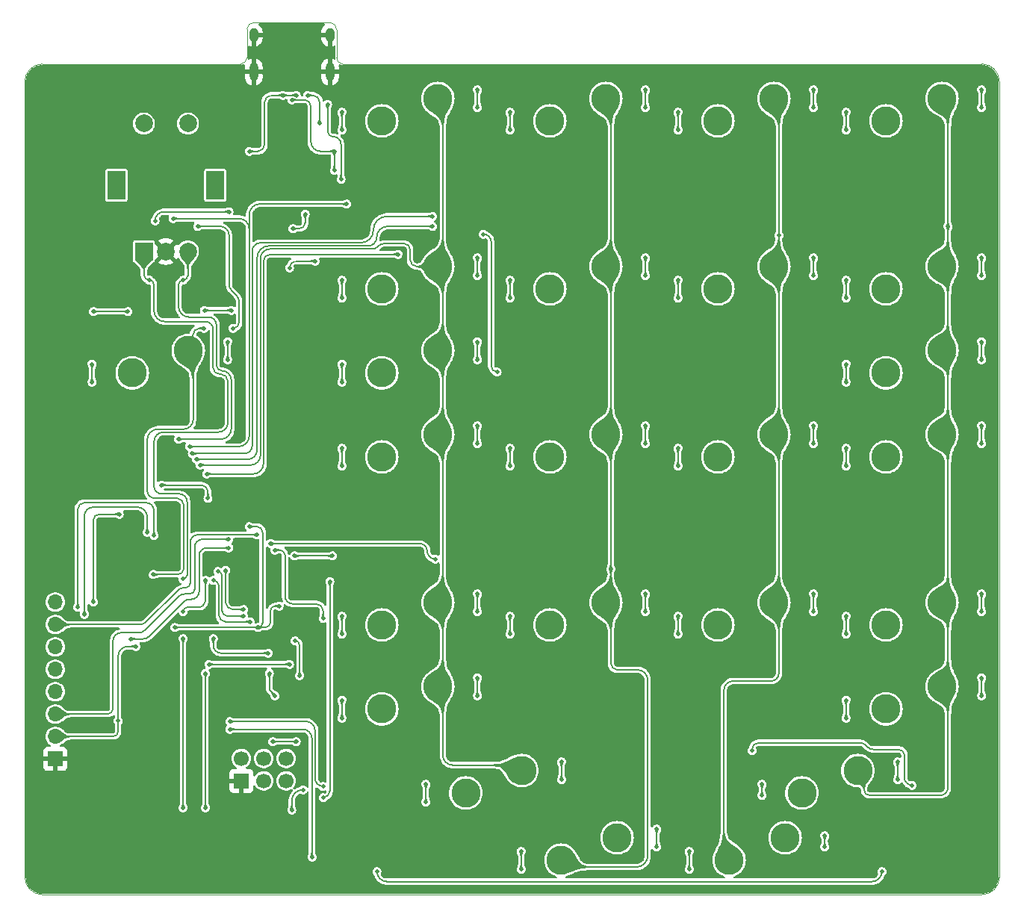
<source format=gtl>
G04 #@! TF.GenerationSoftware,KiCad,Pcbnew,(6.99.0-1912-g359c99991b)*
G04 #@! TF.CreationDate,2022-07-11T13:53:32+07:00*
G04 #@! TF.ProjectId,lazulipad,6c617a75-6c69-4706-9164-2e6b69636164,1*
G04 #@! TF.SameCoordinates,Original*
G04 #@! TF.FileFunction,Copper,L1,Top*
G04 #@! TF.FilePolarity,Positive*
%FSLAX46Y46*%
G04 Gerber Fmt 4.6, Leading zero omitted, Abs format (unit mm)*
G04 Created by KiCad (PCBNEW (6.99.0-1912-g359c99991b)) date 2022-07-11 13:53:32*
%MOMM*%
%LPD*%
G01*
G04 APERTURE LIST*
G04 #@! TA.AperFunction,ComponentPad*
%ADD10R,1.700000X1.700000*%
G04 #@! TD*
G04 #@! TA.AperFunction,ComponentPad*
%ADD11O,1.700000X1.700000*%
G04 #@! TD*
G04 #@! TA.AperFunction,ComponentPad*
%ADD12C,1.700000*%
G04 #@! TD*
G04 #@! TA.AperFunction,WasherPad*
%ADD13R,2.000000X3.200000*%
G04 #@! TD*
G04 #@! TA.AperFunction,ComponentPad*
%ADD14R,2.000000X2.000000*%
G04 #@! TD*
G04 #@! TA.AperFunction,ComponentPad*
%ADD15C,2.000000*%
G04 #@! TD*
G04 #@! TA.AperFunction,ComponentPad*
%ADD16C,3.300000*%
G04 #@! TD*
G04 #@! TA.AperFunction,ComponentPad*
%ADD17O,1.000000X1.600000*%
G04 #@! TD*
G04 #@! TA.AperFunction,ComponentPad*
%ADD18O,1.000000X2.100000*%
G04 #@! TD*
G04 #@! TA.AperFunction,ViaPad*
%ADD19C,0.500000*%
G04 #@! TD*
G04 #@! TA.AperFunction,Conductor*
%ADD20C,0.200000*%
G04 #@! TD*
G04 #@! TA.AperFunction,Profile*
%ADD21C,0.100000*%
G04 #@! TD*
G04 APERTURE END LIST*
D10*
X3443999Y-78799999D03*
D11*
X3443999Y-76259999D03*
X3443999Y-73719999D03*
X3443999Y-71179999D03*
X3443999Y-68639999D03*
X3443999Y-66099999D03*
X3443999Y-63559999D03*
X3443999Y-61019999D03*
D12*
X29623000Y-78751500D03*
X29623000Y-81291500D03*
X27083000Y-78751500D03*
X27083000Y-81291500D03*
X24543000Y-78751500D03*
D10*
X24542999Y-81291499D03*
D13*
X10386999Y-13762499D03*
X21586999Y-13762499D03*
D14*
X13486999Y-21262499D03*
D15*
X18487000Y-21262500D03*
X15987000Y-21262500D03*
X18487000Y-6762500D03*
X13487000Y-6762500D03*
D16*
X78564500Y-44560000D03*
X84914500Y-42020000D03*
X97614500Y-6460000D03*
X103964500Y-3920000D03*
X78564500Y-6460000D03*
X84914500Y-3920000D03*
X59514500Y-25510000D03*
X65864500Y-22970000D03*
X40464500Y-6460000D03*
X46814500Y-3920000D03*
X97614500Y-44560000D03*
X103964500Y-42020000D03*
X97614500Y-73135000D03*
X103964500Y-70595000D03*
X78564500Y-63610000D03*
X84914500Y-61070000D03*
X86184500Y-87740000D03*
X79834500Y-90280000D03*
X40464500Y-73135000D03*
X46814500Y-70595000D03*
X40464500Y-63610000D03*
X46814500Y-61070000D03*
D17*
X25937999Y3262999D03*
D18*
X25937999Y-916999D03*
D17*
X34577999Y3262999D03*
D18*
X34577999Y-916999D03*
D16*
X59514500Y-6460000D03*
X65864500Y-3920000D03*
X40464500Y-35035000D03*
X46814500Y-32495000D03*
X12177000Y-35035000D03*
X18527000Y-32495000D03*
X97614500Y-35035000D03*
X103964500Y-32495000D03*
X97614500Y-25510000D03*
X103964500Y-22970000D03*
X49989500Y-82660000D03*
X56339500Y-80120000D03*
X59514500Y-44560000D03*
X65864500Y-42020000D03*
X40464500Y-44560000D03*
X46814500Y-42020000D03*
X67134500Y-87740000D03*
X60784500Y-90280000D03*
X40464500Y-25510000D03*
X46814500Y-22970000D03*
X88089500Y-82660000D03*
X94439500Y-80120000D03*
X59514500Y-63610000D03*
X65864500Y-61070000D03*
X78564500Y-25510000D03*
X84914500Y-22970000D03*
X97614500Y-63610000D03*
X103964500Y-61070000D03*
D19*
X27972000Y-43180000D03*
X14100000Y-60100000D03*
X22384000Y-49784000D03*
X14256000Y-55753000D03*
X26575000Y-48006000D03*
X7779000Y-28067000D03*
X11684000Y-28067000D03*
X20352000Y-27940000D03*
X23400000Y-27940000D03*
X17939000Y-65151000D03*
X17939000Y-62103000D03*
X17939000Y-84328000D03*
X20479000Y-58547000D03*
X30385000Y-18669000D03*
X31782000Y-17018000D03*
X28099000Y-76835000D03*
X30766000Y-76835000D03*
X34322000Y-4572000D03*
X30004000Y-23114000D03*
X35846000Y-13081000D03*
X32925000Y-22352000D03*
X36481000Y-15875000D03*
X16796000Y-17526000D03*
X18675600Y-43383200D03*
X35941000Y-7493000D03*
X35941000Y-5461000D03*
X54991000Y-5461000D03*
X54991000Y-7493000D03*
X74041000Y-5461000D03*
X74041000Y-7493000D03*
X93091000Y-5461000D03*
X93091000Y-7493000D03*
X7620000Y-34036000D03*
X7620000Y-36068000D03*
X35941000Y-26543000D03*
X35941000Y-24511000D03*
X54991000Y-26543000D03*
X54991000Y-24511000D03*
X74041000Y-26543000D03*
X74041000Y-24511000D03*
X93091000Y-26543000D03*
X93091000Y-24511000D03*
X54991000Y-43561000D03*
X54991000Y-45593000D03*
X74041000Y-43561000D03*
X74041000Y-45593000D03*
X93091000Y-43561000D03*
X93091000Y-36068000D03*
X93091000Y-45593000D03*
X93091000Y-34036000D03*
X35941000Y-74168000D03*
X35941000Y-62611000D03*
X35941000Y-64643000D03*
X35941000Y-72136000D03*
X54991000Y-64643000D03*
X54991000Y-62611000D03*
X74041000Y-64643000D03*
X74041000Y-62611000D03*
X42291000Y-21590000D03*
X20606000Y-46482000D03*
X51975000Y-19304000D03*
X53535152Y-34923744D03*
X93091000Y-74168000D03*
X93091000Y-62611000D03*
X93091000Y-64643000D03*
X93091000Y-72136000D03*
X45466000Y-81661000D03*
X45466000Y-83693000D03*
X71628000Y-86741000D03*
X71628000Y-88773000D03*
X90678000Y-88773000D03*
X90678000Y-87503000D03*
X83566000Y-81661000D03*
X83566000Y-82931000D03*
X34576000Y-58674000D03*
X33814000Y-83185000D03*
X17431000Y-42545000D03*
X17939000Y-24511000D03*
X17929174Y-58400630D03*
X14129000Y-24511000D03*
X20479000Y-69088000D03*
X20479000Y-84328000D03*
X25559000Y-63246000D03*
X21368000Y-58547000D03*
X28353000Y-71628000D03*
X27718000Y-69088000D03*
X28353000Y-55118000D03*
X33814000Y-62865000D03*
X32036000Y-3556000D03*
X33409138Y-6725536D03*
X34880800Y-55778400D03*
X30562800Y-55778400D03*
X24797000Y-62611000D03*
X21876000Y-57531000D03*
X24797000Y-61849000D03*
X22765000Y-57404000D03*
X27591000Y-66802000D03*
X21368000Y-65151000D03*
X20860000Y-68072000D03*
X30004000Y-68072000D03*
X33814000Y-81915000D03*
X23241000Y-74549000D03*
X100584000Y-81788000D03*
X97155000Y-91567000D03*
X39910000Y-91567000D03*
X32555105Y-89922068D03*
X82423000Y-77851000D03*
X23241000Y-75438000D03*
X30766000Y-3556000D03*
X25432000Y-9906000D03*
X29242000Y-3556000D03*
X35084000Y-12065000D03*
X30258000Y-4064000D03*
X35084000Y-9906000D03*
X22987000Y-31496000D03*
X19590000Y-18415000D03*
X20320000Y-29972000D03*
X22987000Y-33528000D03*
X23622000Y-29972000D03*
X14562827Y-57889128D03*
X51308000Y-60071000D03*
X51308000Y-43053000D03*
X60833000Y-81153000D03*
X60833000Y-79121000D03*
X51308000Y-62103000D03*
X51308000Y-31496000D03*
X51308000Y-71628000D03*
X51308000Y-69596000D03*
X51308000Y-2921000D03*
X19844000Y-45466000D03*
X51308000Y-4953000D03*
X51308000Y-24003000D03*
X51308000Y-33528000D03*
X51308000Y-21971000D03*
X51308000Y-41021000D03*
X70358000Y-62103000D03*
X56261000Y-89281000D03*
X27867174Y-54382709D03*
X70358000Y-60071000D03*
X46514000Y-56134000D03*
X70358000Y-41021000D03*
X70358000Y-24003000D03*
X70358000Y-2921000D03*
X66421000Y-57277000D03*
X70358000Y-4953000D03*
X70358000Y-21971000D03*
X56261000Y-91313000D03*
X70358000Y-43053000D03*
X89408000Y-2921000D03*
X75311000Y-89281000D03*
X89408000Y-24003000D03*
X19463000Y-44831000D03*
X46228000Y-18415000D03*
X89408000Y-41021000D03*
X89408000Y-43053000D03*
X85471000Y-19431000D03*
X89408000Y-62103000D03*
X89408000Y-21971000D03*
X89408000Y-4953000D03*
X75311000Y-91313000D03*
X89408000Y-60071000D03*
X108458000Y-60071000D03*
X98933000Y-81153000D03*
X18980400Y-44170600D03*
X104648000Y-18415000D03*
X108458000Y-2921000D03*
X108458000Y-41021000D03*
X108458000Y-43053000D03*
X108458000Y-71628000D03*
X98933000Y-79121000D03*
X108458000Y-69596000D03*
X108458000Y-24003000D03*
X108458000Y-62103000D03*
X108458000Y-31496000D03*
X108458000Y-4953000D03*
X108458000Y-33528000D03*
X108458000Y-21971000D03*
X46228000Y-17272000D03*
X35941000Y-36068000D03*
X35941000Y-45593000D03*
X35941000Y-34036000D03*
X35941000Y-43561000D03*
X7750000Y-61000000D03*
X30258000Y-84582000D03*
X31528000Y-82296000D03*
X31147000Y-69342000D03*
X30639000Y-65405000D03*
X10700000Y-51054000D03*
X10573000Y-74500000D03*
X12605000Y-66040000D03*
X25432000Y-52451000D03*
X26448000Y-63881000D03*
X23146000Y-16764000D03*
X14764000Y-17780000D03*
X28829000Y-61468000D03*
X17000000Y-63881000D03*
X23123898Y-53895441D03*
X23130524Y-54879098D03*
X12000000Y-65200000D03*
X13875000Y-53086000D03*
X6750000Y-62400000D03*
X6000000Y-61600000D03*
X14637000Y-53467000D03*
X26314978Y-53384154D03*
X20750000Y-49250000D03*
X15500000Y-47750000D03*
D20*
X7779000Y-28067000D02*
X11684000Y-28067000D01*
X20352000Y-27940000D02*
X23400000Y-27940000D01*
X20479000Y-60706786D02*
X20479000Y-58547000D01*
X17939000Y-65151000D02*
X17939000Y-84328000D01*
X18442000Y-61600000D02*
X19792893Y-61600000D01*
X20146447Y-61453553D02*
X20186107Y-61413893D01*
X18442000Y-61600000D02*
G75*
G03*
X17939000Y-62103000I0J-503000D01*
G01*
X20186114Y-61413900D02*
G75*
G03*
X20479000Y-60706786I-707114J707100D01*
G01*
X19792893Y-61599995D02*
G75*
G03*
X20146447Y-61453553I7J499995D01*
G01*
X30385000Y-18669000D02*
X31115000Y-18669000D01*
X31782000Y-18002000D02*
X31782000Y-17018000D01*
X31115000Y-18669000D02*
G75*
G03*
X31782000Y-18002000I0J667000D01*
G01*
X28099000Y-76835000D02*
X30766000Y-76835000D01*
X30766000Y-22352000D02*
X32925000Y-22352000D01*
X34925000Y-8255000D02*
X34989000Y-8255000D01*
X34322000Y-4572000D02*
X34322000Y-7652000D01*
X35846000Y-9112000D02*
X35846000Y-13081000D01*
X30766000Y-22352000D02*
G75*
G03*
X30004000Y-23114000I0J-762000D01*
G01*
X35846000Y-9112000D02*
G75*
G03*
X34989000Y-8255000I-857000J0D01*
G01*
X34322000Y-7652000D02*
G75*
G03*
X34925000Y-8255000I603000J0D01*
G01*
X25432000Y-18701000D02*
X25432000Y-18764000D01*
X25432000Y-18764000D02*
X25432000Y-17113000D01*
X36481000Y-15875000D02*
X36476525Y-15879475D01*
X25432000Y-18764000D02*
X25432000Y-42196000D01*
X16796000Y-17526000D02*
X24257000Y-17526000D01*
X24244800Y-43383200D02*
X18675600Y-43383200D01*
X26665525Y-15879475D02*
X36476525Y-15879475D01*
X24244800Y-43383200D02*
G75*
G03*
X25432000Y-42196000I0J1187200D01*
G01*
X26665525Y-15879500D02*
G75*
G03*
X25432000Y-17113000I-25J-1233500D01*
G01*
X25432000Y-18701000D02*
G75*
G03*
X24257000Y-17526000I-1175000J0D01*
G01*
X35941000Y-5461000D02*
X35941000Y-7493000D01*
X54991000Y-5461000D02*
X54991000Y-7493000D01*
X74041000Y-5461000D02*
X74041000Y-7493000D01*
X93091000Y-5461000D02*
X93091000Y-7493000D01*
X7620000Y-34036000D02*
X7620000Y-36068000D01*
X35941000Y-24511000D02*
X35941000Y-26543000D01*
X54991000Y-24511000D02*
X54991000Y-26543000D01*
X74041000Y-24511000D02*
X74041000Y-26543000D01*
X93091000Y-24511000D02*
X93091000Y-26543000D01*
X54991000Y-43561000D02*
X54991000Y-45593000D01*
X74041000Y-43561000D02*
X74041000Y-45593000D01*
X93091000Y-43561000D02*
X93091000Y-45593000D01*
X93091000Y-34036000D02*
X93091000Y-36068000D01*
X35941000Y-62611000D02*
X35941000Y-64643000D01*
X35941000Y-72136000D02*
X35941000Y-74168000D01*
X54991000Y-62611000D02*
X54991000Y-64643000D01*
X74041000Y-62611000D02*
X74041000Y-64643000D01*
X25908000Y-46482000D02*
X20606000Y-46482000D01*
X27051520Y-22352520D02*
X27051520Y-22351480D01*
X27813000Y-21590000D02*
X42291000Y-21590000D01*
X27051520Y-22352520D02*
X27051520Y-45338480D01*
X52864000Y-20193000D02*
X52864000Y-34252592D01*
X27813000Y-21590020D02*
G75*
G03*
X27051520Y-22351480I0J-761480D01*
G01*
X52864056Y-34252592D02*
G75*
G03*
X53535152Y-34923744I671144J-8D01*
G01*
X25908000Y-46482020D02*
G75*
G03*
X27051520Y-45338480I0J1143520D01*
G01*
X52864000Y-20193000D02*
G75*
G03*
X51975000Y-19304000I-889000J0D01*
G01*
X93091000Y-72136000D02*
X93091000Y-74168000D01*
X93091000Y-62611000D02*
X93091000Y-64643000D01*
X45466000Y-81661000D02*
X45466000Y-83693000D01*
X71628000Y-86741000D02*
X71628000Y-88773000D01*
X90678000Y-87503000D02*
X90678000Y-88773000D01*
X83566000Y-81661000D02*
X83566000Y-82931000D01*
X34576000Y-82423000D02*
X34576000Y-58674000D01*
X33814000Y-83185000D02*
G75*
G03*
X34576000Y-82423000I0J762000D01*
G01*
X22225000Y-42545000D02*
X17431000Y-42545000D01*
X18606000Y-28702000D02*
X20805915Y-28702000D01*
X23400000Y-35846000D02*
X23400000Y-41370000D01*
X18487000Y-23963000D02*
X18487000Y-21262500D01*
X17431000Y-25019000D02*
X17431000Y-27527000D01*
X21717000Y-29613085D02*
X21717000Y-34163000D01*
X21717000Y-34163000D02*
G75*
G03*
X22352000Y-34798000I635000J0D01*
G01*
X17939000Y-24511000D02*
G75*
G03*
X18487000Y-23963000I0J548000D01*
G01*
X22225000Y-42545000D02*
G75*
G03*
X23400000Y-41370000I0J1175000D01*
G01*
X23400000Y-35846000D02*
G75*
G03*
X22352000Y-34798000I-1048000J0D01*
G01*
X17939000Y-24511000D02*
G75*
G03*
X17431000Y-25019000I0J-508000D01*
G01*
X17431000Y-27527000D02*
G75*
G03*
X18606000Y-28702000I1175000J0D01*
G01*
X21717000Y-29613085D02*
G75*
G03*
X20805915Y-28702000I-911100J-15D01*
G01*
X21939481Y-41751519D02*
X15716480Y-41751520D01*
X18395452Y-49645452D02*
X18395452Y-57934352D01*
X22098000Y-35179000D02*
X22225000Y-35179000D01*
X15500000Y-48750000D02*
X17500000Y-48750000D01*
X21336000Y-30099000D02*
X21336000Y-34417000D01*
X15875000Y-29210000D02*
X20447000Y-29210000D01*
X23019000Y-35973000D02*
X23019000Y-40672000D01*
X13487000Y-23869000D02*
X13487000Y-21262500D01*
X14637000Y-25019000D02*
X14637000Y-27972000D01*
X14637000Y-42831000D02*
X14637000Y-47887000D01*
X18395500Y-49645452D02*
G75*
G03*
X17500000Y-48750000I-895500J-48D01*
G01*
X13487000Y-23869000D02*
G75*
G03*
X14129000Y-24511000I642000J0D01*
G01*
X14637000Y-25019000D02*
G75*
G03*
X14129000Y-24511000I-508000J0D01*
G01*
X21939481Y-41751500D02*
G75*
G03*
X23019000Y-40672000I19J1079500D01*
G01*
X23019000Y-35973000D02*
G75*
G03*
X22225000Y-35179000I-794000J0D01*
G01*
X21336000Y-30099000D02*
G75*
G03*
X20447000Y-29210000I-889000J0D01*
G01*
X17929174Y-58400652D02*
G75*
G03*
X18395452Y-57934352I26J466252D01*
G01*
X21336000Y-34417000D02*
G75*
G03*
X22098000Y-35179000I762000J0D01*
G01*
X14637000Y-27972000D02*
G75*
G03*
X15875000Y-29210000I1238000J0D01*
G01*
X15716480Y-41751500D02*
G75*
G03*
X14637000Y-42831000I20J-1079500D01*
G01*
X14637000Y-47887000D02*
G75*
G03*
X15500000Y-48750000I863000J0D01*
G01*
X20479000Y-69088000D02*
X20479000Y-84328000D01*
X27718000Y-69088000D02*
X27718000Y-70993000D01*
X22733000Y-63246000D02*
X25559000Y-63246000D01*
X22003000Y-59182000D02*
X22003000Y-62516000D01*
X27718000Y-70993000D02*
X28353000Y-71628000D01*
X22003000Y-59182000D02*
G75*
G03*
X21368000Y-58547000I-635000J0D01*
G01*
X22003000Y-62516000D02*
G75*
G03*
X22733000Y-63246000I730000J0D01*
G01*
X33814000Y-62865000D02*
X33814000Y-62008000D01*
X28353000Y-55118000D02*
X28893000Y-55118000D01*
X33020000Y-61214000D02*
X30353000Y-61214000D01*
X29496000Y-60357000D02*
X29496000Y-55721000D01*
X29496000Y-60357000D02*
G75*
G03*
X30353000Y-61214000I857000J0D01*
G01*
X33814000Y-62008000D02*
G75*
G03*
X33020000Y-61214000I-794000J0D01*
G01*
X29496000Y-55721000D02*
G75*
G03*
X28893000Y-55118000I-603000J0D01*
G01*
X32639000Y-3556000D02*
X32036000Y-3556000D01*
X33409138Y-6725536D02*
X33409138Y-4326138D01*
X33409100Y-4326138D02*
G75*
G03*
X32639000Y-3556000I-770100J38D01*
G01*
X30562800Y-55778400D02*
X34880800Y-55778400D01*
X22352519Y-61976519D02*
X22352520Y-58007520D01*
X24797000Y-62611000D02*
X22987000Y-62611000D01*
X22352500Y-58007520D02*
G75*
G03*
X21876000Y-57531000I-476500J20D01*
G01*
X22352500Y-61976519D02*
G75*
G03*
X22987000Y-62611000I634500J19D01*
G01*
X23559000Y-61849000D02*
X24797000Y-61849000D01*
X22765000Y-57404000D02*
X22765000Y-61055000D01*
X22765000Y-61055000D02*
G75*
G03*
X23559000Y-61849000I794000J0D01*
G01*
X22225000Y-66802000D02*
X27591000Y-66802000D01*
X21368000Y-65151000D02*
X21368000Y-65945000D01*
X21368000Y-65945000D02*
G75*
G03*
X22225000Y-66802000I857000J0D01*
G01*
X20860000Y-68072000D02*
X30004000Y-68072000D01*
X32893520Y-80994520D02*
X32893520Y-75565520D01*
X31877000Y-74549000D02*
X23241000Y-74549000D01*
X32893500Y-80994520D02*
G75*
G03*
X33814000Y-81915000I920500J20D01*
G01*
X32893500Y-75565520D02*
G75*
G03*
X31877000Y-74549000I-1016500J20D01*
G01*
X31496000Y-75438000D02*
X23241000Y-75438000D01*
X99695000Y-78359000D02*
X99695000Y-80899000D01*
X82423000Y-77724000D02*
X82423000Y-77851000D01*
X32544000Y-89910963D02*
X32544000Y-76486000D01*
X96204214Y-77724000D02*
X99060000Y-77724000D01*
X32555105Y-89922068D02*
X32544000Y-89910963D01*
X95320893Y-77254893D02*
X95497107Y-77431107D01*
X96012000Y-92710000D02*
X41053000Y-92710000D01*
X83185000Y-76962000D02*
X94613786Y-76962000D01*
X96012000Y-92710000D02*
G75*
G03*
X97155000Y-91567000I0J1143000D01*
G01*
X83185000Y-76962000D02*
G75*
G03*
X82423000Y-77724000I0J-762000D01*
G01*
X95320900Y-77254886D02*
G75*
G03*
X94613786Y-76962000I-707100J-707114D01*
G01*
X95497100Y-77431114D02*
G75*
G03*
X96204214Y-77724000I707100J707114D01*
G01*
X99695000Y-78359000D02*
G75*
G03*
X99060000Y-77724000I-635000J0D01*
G01*
X32544000Y-76486000D02*
G75*
G03*
X31496000Y-75438000I-1048000J0D01*
G01*
X99695000Y-80899000D02*
G75*
G03*
X100584000Y-81788000I889000J0D01*
G01*
X39910000Y-91567000D02*
G75*
G03*
X41053000Y-92710000I1143000J0D01*
G01*
X27972000Y-3556000D02*
X29242000Y-3556000D01*
X27178000Y-9144000D02*
X27178000Y-4350000D01*
X29242000Y-3556000D02*
X30766000Y-3556000D01*
X25432000Y-9906000D02*
X26416000Y-9906000D01*
X26416000Y-9906000D02*
G75*
G03*
X27178000Y-9144000I0J762000D01*
G01*
X27972000Y-3556000D02*
G75*
G03*
X27178000Y-4350000I0J-794000D01*
G01*
X30258000Y-4064000D02*
X31687000Y-4064000D01*
X35084000Y-9906000D02*
X33528000Y-9906000D01*
X32417000Y-8795000D02*
X32417000Y-4794000D01*
X35084000Y-9906000D02*
X35084000Y-12065000D01*
X32417000Y-8795000D02*
G75*
G03*
X33528000Y-9906000I1111000J0D01*
G01*
X32417000Y-4794000D02*
G75*
G03*
X31687000Y-4064000I-730000J0D01*
G01*
X24289000Y-26957214D02*
X24289000Y-29305000D01*
X17250000Y-49250000D02*
X14750000Y-49250000D01*
X19590000Y-18415000D02*
X22130000Y-18415000D01*
X18000000Y-57250000D02*
X18000000Y-50000000D01*
X19812000Y-29972000D02*
X20320000Y-29972000D01*
X13875000Y-48375000D02*
X13875000Y-42640000D01*
X23438893Y-25692893D02*
X23996107Y-26250107D01*
X19050000Y-31972000D02*
X19050000Y-30734000D01*
X19082000Y-33050000D02*
X18527000Y-32495000D01*
X22987000Y-31496000D02*
X22987000Y-33528000D01*
X14562827Y-57889128D02*
X17360872Y-57889128D01*
X23146000Y-19431000D02*
X23146000Y-24985786D01*
X18527000Y-32495000D02*
X19050000Y-31972000D01*
X15113000Y-41402000D02*
X18034000Y-41402000D01*
X19082000Y-40354000D02*
X19082000Y-33050000D01*
X24288990Y-26957214D02*
G75*
G03*
X23996107Y-26250107I-999990J14D01*
G01*
X13875000Y-48375000D02*
G75*
G03*
X14750000Y-49250000I875000J0D01*
G01*
X23622000Y-29972000D02*
G75*
G03*
X24289000Y-29305000I0J667000D01*
G01*
X15113000Y-41402000D02*
G75*
G03*
X13875000Y-42640000I0J-1238000D01*
G01*
X19812000Y-29972000D02*
G75*
G03*
X19050000Y-30734000I0J-762000D01*
G01*
X18034000Y-41402000D02*
G75*
G03*
X19082000Y-40354000I0J1048000D01*
G01*
X17360872Y-57889100D02*
G75*
G03*
X18000000Y-57250000I28J639100D01*
G01*
X23146010Y-24985786D02*
G75*
G03*
X23438893Y-25692893I999990J-14D01*
G01*
X18000000Y-50000000D02*
G75*
G03*
X17250000Y-49250000I-750000J0D01*
G01*
X23146000Y-19431000D02*
G75*
G03*
X22130000Y-18415000I-1016000J0D01*
G01*
X48514000Y-79502000D02*
X55721500Y-79502000D01*
X47371000Y-42576500D02*
X47371000Y-60513500D01*
X47371000Y-41463500D02*
X46814500Y-42020000D01*
X46814500Y-42020000D02*
X47371000Y-42576500D01*
X51308000Y-21971000D02*
X51308000Y-24003000D01*
X39337306Y-20986480D02*
X27781520Y-20986480D01*
X51308000Y-41021000D02*
X51308000Y-43053000D01*
X47371000Y-22413500D02*
X47371000Y-4476500D01*
X47371000Y-31938500D02*
X46814500Y-32495000D01*
X47371000Y-61626500D02*
X47371000Y-70038500D01*
X47371000Y-60513500D02*
X46814500Y-61070000D01*
X47371000Y-33051500D02*
X47371000Y-41463500D01*
X51308000Y-31496000D02*
X51308000Y-33528000D01*
X42964411Y-20358411D02*
X40793803Y-20358411D01*
X25654000Y-45466000D02*
X19844000Y-45466000D01*
X46814500Y-32495000D02*
X47371000Y-33051500D01*
X51308000Y-60071000D02*
X51308000Y-62103000D01*
X46814500Y-70595000D02*
X47371000Y-71151500D01*
X47371000Y-23526500D02*
X47371000Y-31938500D01*
X60833000Y-79121000D02*
X60833000Y-81153000D01*
X55721500Y-79502000D02*
X56339500Y-80120000D01*
X26702000Y-22066000D02*
X26702000Y-44418000D01*
X46814500Y-61070000D02*
X47371000Y-61626500D01*
X47371000Y-71151500D02*
X47371000Y-78359000D01*
X51308000Y-2921000D02*
X51308000Y-4953000D01*
X51308000Y-69596000D02*
X51308000Y-71628000D01*
X43688000Y-22225000D02*
X43688000Y-21082000D01*
X47371000Y-4476500D02*
X46814500Y-3920000D01*
X46814500Y-22970000D02*
X44433000Y-22970000D01*
X46814500Y-22970000D02*
X47371000Y-22413500D01*
X46814500Y-22970000D02*
X47371000Y-23526500D01*
X40086696Y-20651304D02*
X40044413Y-20693587D01*
X47371000Y-70038500D02*
X46814500Y-70595000D01*
X47371000Y-78359000D02*
G75*
G03*
X48514000Y-79502000I1143000J0D01*
G01*
X43687989Y-21082000D02*
G75*
G03*
X42964411Y-20358411I-723589J0D01*
G01*
X27781520Y-20986500D02*
G75*
G03*
X26702000Y-22066000I-20J-1079500D01*
G01*
X39337306Y-20986490D02*
G75*
G03*
X40044413Y-20693587I-6J999990D01*
G01*
X40793803Y-20358410D02*
G75*
G03*
X40086696Y-20651304I-3J-999990D01*
G01*
X43688000Y-22225000D02*
G75*
G03*
X44433000Y-22970000I745000J0D01*
G01*
X25654000Y-45466000D02*
G75*
G03*
X26702000Y-44418000I0J1048000D01*
G01*
X66421000Y-23526500D02*
X65864500Y-22970000D01*
X66421000Y-60513500D02*
X66421000Y-57277000D01*
X70358000Y-41021000D02*
X70358000Y-43053000D01*
X70358000Y-21971000D02*
X70358000Y-24003000D01*
X60784500Y-90280000D02*
X61563500Y-91059000D01*
X66421000Y-41463500D02*
X66421000Y-23526500D01*
X27867174Y-54382709D02*
X44762709Y-54382709D01*
X67183000Y-68707000D02*
X69469000Y-68707000D01*
X66421000Y-57277000D02*
X66421000Y-42576500D01*
X66421000Y-42576500D02*
X65864500Y-42020000D01*
X61563500Y-91059000D02*
X69342000Y-91059000D01*
X65864500Y-61070000D02*
X66421000Y-60513500D01*
X70358000Y-2921000D02*
X70358000Y-4953000D01*
X66421000Y-4476500D02*
X65864500Y-3920000D01*
X65864500Y-61070000D02*
X66421000Y-61626500D01*
X65864500Y-22970000D02*
X66421000Y-22413500D01*
X66421000Y-22413500D02*
X66421000Y-4476500D01*
X56261000Y-89281000D02*
X56261000Y-91313000D01*
X66421000Y-61626500D02*
X66421000Y-67945000D01*
X70358000Y-60071000D02*
X70358000Y-62103000D01*
X65864500Y-42020000D02*
X66421000Y-41463500D01*
X70612000Y-89789000D02*
X70612000Y-69850000D01*
X70612000Y-69850000D02*
G75*
G03*
X69469000Y-68707000I-1143000J0D01*
G01*
X69342000Y-91059000D02*
G75*
G03*
X70612000Y-89789000I0J1270000D01*
G01*
X66421000Y-67945000D02*
G75*
G03*
X67183000Y-68707000I762000J0D01*
G01*
X45608991Y-55229000D02*
G75*
G03*
X44762709Y-54382709I-846291J0D01*
G01*
X45609000Y-55229000D02*
G75*
G03*
X46514000Y-56134000I905000J0D01*
G01*
X41148000Y-18415000D02*
X46228000Y-18415000D01*
X85471000Y-22413500D02*
X85471000Y-4476500D01*
X85471000Y-41463500D02*
X85471000Y-23526500D01*
X89408000Y-60071000D02*
X89408000Y-62103000D01*
X85471000Y-60513500D02*
X85471000Y-42576500D01*
X75311000Y-89281000D02*
X75311000Y-91313000D01*
X85471000Y-42576500D02*
X84914500Y-42020000D01*
X84914500Y-61070000D02*
X85471000Y-60513500D01*
X79248000Y-70993000D02*
X79248000Y-89693500D01*
X84914500Y-42020000D02*
X85471000Y-41463500D01*
X89408000Y-41021000D02*
X89408000Y-43053000D01*
X89408000Y-21971000D02*
X89408000Y-24003000D01*
X84914500Y-22970000D02*
X85471000Y-22413500D01*
X26321000Y-43783000D02*
X26321000Y-22003000D01*
X84582000Y-69977000D02*
X80264000Y-69977000D01*
X27687040Y-20636960D02*
X38926040Y-20636960D01*
X89408000Y-2921000D02*
X89408000Y-4953000D01*
X84914500Y-61070000D02*
X85471000Y-61626500D01*
X85471000Y-61626500D02*
X85471000Y-69088000D01*
X19463000Y-44831000D02*
X25273000Y-44831000D01*
X85471000Y-23526500D02*
X84914500Y-22970000D01*
X85471000Y-4476500D02*
X84914500Y-3920000D01*
X79248000Y-89693500D02*
X79834500Y-90280000D01*
X27687040Y-20637000D02*
G75*
G03*
X26321000Y-22003000I-40J-1366000D01*
G01*
X25273000Y-44831000D02*
G75*
G03*
X26321000Y-43783000I0J1048000D01*
G01*
X84582000Y-69977000D02*
G75*
G03*
X85471000Y-69088000I0J889000D01*
G01*
X80264000Y-69977000D02*
G75*
G03*
X79248000Y-70993000I0J-1016000D01*
G01*
X38926040Y-20637000D02*
G75*
G03*
X39878000Y-19685000I-40J952000D01*
G01*
X41148000Y-18415000D02*
G75*
G03*
X39878000Y-19685000I0J-1270000D01*
G01*
X104648000Y-23653500D02*
X103964500Y-22970000D01*
X108458000Y-21971000D02*
X108458000Y-24003000D01*
X18980400Y-44170600D02*
X24917400Y-44170600D01*
X104648000Y-33178500D02*
X103964500Y-32495000D01*
X103964500Y-70595000D02*
X104648000Y-71278500D01*
X95123000Y-80803500D02*
X95123000Y-82296000D01*
X25781519Y-43306481D02*
X25781519Y-21208481D01*
X103964500Y-70595000D02*
X104648000Y-69911500D01*
X108458000Y-2921000D02*
X108458000Y-4953000D01*
X104648000Y-60386500D02*
X104648000Y-42703500D01*
X108458000Y-69596000D02*
X108458000Y-71628000D01*
X103964500Y-61070000D02*
X104648000Y-60386500D01*
X26702560Y-20287440D02*
X38077932Y-20287440D01*
X104648000Y-41336500D02*
X104648000Y-33178500D01*
X104648000Y-61753500D02*
X103964500Y-61070000D01*
X108458000Y-60071000D02*
X108458000Y-62103000D01*
X104648000Y-71278500D02*
X104648000Y-82042000D01*
X108458000Y-41021000D02*
X108458000Y-43053000D01*
X104648000Y-4603500D02*
X103964500Y-3920000D01*
X94439500Y-80120000D02*
X95123000Y-80803500D01*
X108458000Y-31496000D02*
X108458000Y-33528000D01*
X104648000Y-31811500D02*
X104648000Y-23653500D01*
X103964500Y-22970000D02*
X104648000Y-22286500D01*
X103964500Y-32495000D02*
X104648000Y-31811500D01*
X103964500Y-42020000D02*
X104648000Y-41336500D01*
X95758000Y-82931000D02*
X103759000Y-82931000D01*
X41093379Y-17272000D02*
X46228000Y-17272000D01*
X104648000Y-22286500D02*
X104648000Y-18415000D01*
X98933000Y-79121000D02*
X98933000Y-81153000D01*
X104648000Y-42703500D02*
X103964500Y-42020000D01*
X104648000Y-69911500D02*
X104648000Y-61753500D01*
X104648000Y-18415000D02*
X104648000Y-4603500D01*
X38077932Y-20287500D02*
G75*
G03*
X39497000Y-18868372I-32J1419100D01*
G01*
X103759000Y-82931000D02*
G75*
G03*
X104648000Y-82042000I0J889000D01*
G01*
X24917400Y-44170619D02*
G75*
G03*
X25781519Y-43306481I0J864119D01*
G01*
X95123000Y-82296000D02*
G75*
G03*
X95758000Y-82931000I635000J0D01*
G01*
X41093379Y-17272000D02*
G75*
G03*
X39497000Y-18868372I21J-1596400D01*
G01*
X26702560Y-20287419D02*
G75*
G03*
X25781519Y-21208481I40J-921081D01*
G01*
X35941000Y-34036000D02*
X35941000Y-36068000D01*
X35941000Y-43561000D02*
X35941000Y-45593000D01*
X10573000Y-75697000D02*
X10573000Y-67151000D01*
X15780000Y-16764000D02*
X23146000Y-16764000D01*
X27845000Y-63294119D02*
X27845000Y-61988372D01*
X26448000Y-63881000D02*
X27258119Y-63881000D01*
X30258000Y-84582000D02*
X30258000Y-83566000D01*
X17000000Y-63881000D02*
X26448000Y-63881000D01*
X8446000Y-51054000D02*
X10700000Y-51054000D01*
X31147000Y-65913000D02*
X31147000Y-69342000D01*
X12605000Y-66040000D02*
X11684000Y-66040000D01*
X7750000Y-61000000D02*
X7750000Y-51750000D01*
X25432000Y-52451000D02*
X26289000Y-52451000D01*
X28829000Y-61468000D02*
X28365372Y-61468000D01*
X3444000Y-76260000D02*
X10010000Y-76260000D01*
X26956000Y-63373000D02*
X26956000Y-53118000D01*
X26448000Y-63881000D02*
G75*
G03*
X26956000Y-63373000I0J508000D01*
G01*
X10010000Y-76260000D02*
G75*
G03*
X10573000Y-75697000I0J563000D01*
G01*
X11684000Y-66040000D02*
G75*
G03*
X10573000Y-67151000I0J-1111000D01*
G01*
X8446000Y-51054000D02*
G75*
G03*
X7750000Y-51750000I0J-696000D01*
G01*
X26956000Y-53118000D02*
G75*
G03*
X26289000Y-52451000I-667000J0D01*
G01*
X27258119Y-63881000D02*
G75*
G03*
X27845000Y-63294119I-19J586900D01*
G01*
X15780000Y-16764000D02*
G75*
G03*
X14764000Y-17780000I0J-1016000D01*
G01*
X28365372Y-61468000D02*
G75*
G03*
X27845000Y-61988372I28J-520400D01*
G01*
X31147000Y-65913000D02*
G75*
G03*
X30639000Y-65405000I-508000J0D01*
G01*
X31528000Y-82296000D02*
G75*
G03*
X30258000Y-83566000I0J-1270000D01*
G01*
X17407107Y-60392893D02*
X13592893Y-64207107D01*
X18700000Y-60100000D02*
X18114214Y-60100000D01*
X9380000Y-73720000D02*
X3444000Y-73720000D01*
X10900000Y-64500000D02*
X12885786Y-64500000D01*
X19250000Y-54790882D02*
X19250000Y-59550000D01*
X23123898Y-53895441D02*
X20145441Y-53895441D01*
X10000000Y-65400000D02*
X10000000Y-73100000D01*
X9380000Y-73720000D02*
G75*
G03*
X10000000Y-73100000I0J620000D01*
G01*
X20145441Y-53895500D02*
G75*
G03*
X19250000Y-54790882I-41J-895400D01*
G01*
X18114214Y-60100010D02*
G75*
G03*
X17407107Y-60392893I-14J-999990D01*
G01*
X18700000Y-60100000D02*
G75*
G03*
X19250000Y-59550000I0J550000D01*
G01*
X10900000Y-64500000D02*
G75*
G03*
X10000000Y-65400000I0J-900000D01*
G01*
X12885786Y-64499990D02*
G75*
G03*
X13592893Y-64207107I14J999990D01*
G01*
X19750000Y-55750000D02*
X19750000Y-59850000D01*
X23130524Y-54879098D02*
X20620902Y-54879098D01*
X18007107Y-60992893D02*
X14092893Y-64907107D01*
X18900000Y-60700000D02*
X18714214Y-60700000D01*
X13385786Y-65200000D02*
X12000000Y-65200000D01*
X18714214Y-60700010D02*
G75*
G03*
X18007107Y-60992893I-14J-999990D01*
G01*
X20620902Y-54879100D02*
G75*
G03*
X19750000Y-55750000I-2J-870900D01*
G01*
X13385786Y-65199990D02*
G75*
G03*
X14092893Y-64907107I14J999990D01*
G01*
X18900000Y-60700000D02*
G75*
G03*
X19750000Y-59850000I0J850000D01*
G01*
X12750000Y-50250000D02*
X7750000Y-50250000D01*
X13875000Y-53086000D02*
X13875000Y-51375000D01*
X6750000Y-51250000D02*
X6750000Y-62400000D01*
X7750000Y-50250000D02*
G75*
G03*
X6750000Y-51250000I0J-1000000D01*
G01*
X13875000Y-51375000D02*
G75*
G03*
X12750000Y-50250000I-1125000J0D01*
G01*
X6000000Y-50500000D02*
X6000000Y-61600000D01*
X13750000Y-49750000D02*
X6750000Y-49750000D01*
X14637000Y-53467000D02*
X14637000Y-50637000D01*
X14637000Y-50637000D02*
G75*
G03*
X13750000Y-49750000I-887000J0D01*
G01*
X6750000Y-49750000D02*
G75*
G03*
X6000000Y-50500000I0J-750000D01*
G01*
X17307107Y-59692893D02*
X13732893Y-63267107D01*
X18200000Y-59400000D02*
X18014214Y-59400000D01*
X18750000Y-54250000D02*
X18750000Y-58850000D01*
X26314978Y-53384154D02*
X19615846Y-53384154D01*
X13025786Y-63560000D02*
X3444000Y-63560000D01*
X19615846Y-53384200D02*
G75*
G03*
X18750000Y-54250000I-46J-865800D01*
G01*
X18014214Y-59400010D02*
G75*
G03*
X17307107Y-59692893I-14J-999990D01*
G01*
X13025786Y-63559990D02*
G75*
G03*
X13732893Y-63267107I14J999990D01*
G01*
X18200000Y-59400000D02*
G75*
G03*
X18750000Y-58850000I0J550000D01*
G01*
X20750000Y-49250000D02*
X20750000Y-48500000D01*
X20000000Y-47750000D02*
X15500000Y-47750000D01*
X20750000Y-48500000D02*
G75*
G03*
X20000000Y-47750000I-750000J0D01*
G01*
G04 #@! TA.AperFunction,Conductor*
G36*
X66518477Y-19777939D02*
G01*
X66521866Y-19785273D01*
X66575737Y-20454315D01*
X66577923Y-20481462D01*
X66728281Y-20981657D01*
X66728524Y-20982130D01*
X66728525Y-20982133D01*
X66941427Y-21396891D01*
X66941474Y-21396980D01*
X67186496Y-21848562D01*
X67187060Y-21849758D01*
X67429044Y-22448495D01*
X67428966Y-22457449D01*
X67421818Y-22464004D01*
X66509300Y-22761081D01*
X65870177Y-22969152D01*
X65861249Y-22968455D01*
X65859673Y-22967489D01*
X64540494Y-22008061D01*
X64535819Y-22000424D01*
X64537914Y-21991717D01*
X64538954Y-21990477D01*
X65006315Y-21505852D01*
X65008145Y-21504308D01*
X65487745Y-21177243D01*
X65487814Y-21177196D01*
X65494722Y-21172229D01*
X65908071Y-20874987D01*
X65908073Y-20874985D01*
X65908853Y-20874424D01*
X66207502Y-20454315D01*
X66319368Y-19784284D01*
X66324110Y-19776689D01*
X66330908Y-19774512D01*
X66510204Y-19774512D01*
X66518477Y-19777939D01*
G37*
G04 #@! TD.AperFunction*
G04 #@! TA.AperFunction,Conductor*
G36*
X18532675Y-32495847D02*
G01*
X18537785Y-32497511D01*
X20084316Y-33000995D01*
X20091122Y-33006814D01*
X20091541Y-33016506D01*
X19849341Y-33615456D01*
X19848775Y-33616656D01*
X19603350Y-34068381D01*
X19389760Y-34483726D01*
X19389609Y-34484228D01*
X19389608Y-34484230D01*
X19357178Y-34591899D01*
X19239063Y-34984039D01*
X19239013Y-34984654D01*
X19239013Y-34984656D01*
X19182868Y-35680493D01*
X19178787Y-35688464D01*
X19171206Y-35691252D01*
X18991911Y-35691252D01*
X18983638Y-35687825D01*
X18980370Y-35681476D01*
X18868868Y-35012730D01*
X18868650Y-35011422D01*
X18867883Y-35010341D01*
X18867882Y-35010339D01*
X18570917Y-34591899D01*
X18570355Y-34591107D01*
X18149747Y-34288067D01*
X17670451Y-33960738D01*
X17668626Y-33959197D01*
X17337891Y-33616075D01*
X17201449Y-33474522D01*
X17198175Y-33466188D01*
X17201753Y-33457979D01*
X17202991Y-33456941D01*
X18522173Y-32497511D01*
X18530880Y-32495416D01*
X18532675Y-32495847D01*
G37*
G04 #@! TD.AperFunction*
G04 #@! TA.AperFunction,Conductor*
G36*
X23347686Y-74323121D02*
G01*
X23360894Y-74329225D01*
X23433449Y-74362757D01*
X23433963Y-74363012D01*
X23474789Y-74384572D01*
X23502430Y-74399169D01*
X23502441Y-74399174D01*
X23502607Y-74399262D01*
X23563416Y-74426319D01*
X23586271Y-74431616D01*
X23635706Y-74443073D01*
X23635710Y-74443074D01*
X23636195Y-74443186D01*
X23636697Y-74443214D01*
X23636698Y-74443214D01*
X23729948Y-74448387D01*
X23738019Y-74452267D01*
X23741000Y-74460069D01*
X23741000Y-74637931D01*
X23737573Y-74646204D01*
X23729948Y-74649613D01*
X23636698Y-74654785D01*
X23636697Y-74654785D01*
X23636195Y-74654813D01*
X23635710Y-74654925D01*
X23635706Y-74654926D01*
X23586271Y-74666383D01*
X23563416Y-74671680D01*
X23502607Y-74698737D01*
X23502441Y-74698825D01*
X23502430Y-74698830D01*
X23465116Y-74718536D01*
X23433979Y-74734979D01*
X23433447Y-74735243D01*
X23347686Y-74774879D01*
X23338739Y-74775239D01*
X23331985Y-74768775D01*
X23317900Y-74735121D01*
X23280684Y-74646204D01*
X23241891Y-74553517D01*
X23241891Y-74544483D01*
X23291347Y-74426319D01*
X23331986Y-74329224D01*
X23338340Y-74322916D01*
X23347686Y-74323121D01*
G37*
G04 #@! TD.AperFunction*
G04 #@! TA.AperFunction,Conductor*
G36*
X65870175Y-42020847D02*
G01*
X65875285Y-42022511D01*
X67421818Y-42525996D01*
X67428624Y-42531815D01*
X67429044Y-42541505D01*
X67187060Y-43140240D01*
X67186496Y-43141436D01*
X66941474Y-43593019D01*
X66941427Y-43593108D01*
X66728525Y-44007866D01*
X66728281Y-44008342D01*
X66577923Y-44508537D01*
X66577874Y-44509149D01*
X66577873Y-44509153D01*
X66521866Y-45204727D01*
X66517786Y-45212698D01*
X66510204Y-45215488D01*
X66330908Y-45215488D01*
X66322635Y-45212061D01*
X66319368Y-45205715D01*
X66207721Y-44536994D01*
X66207502Y-44535683D01*
X65908853Y-44115574D01*
X65908073Y-44115013D01*
X65908071Y-44115011D01*
X65487871Y-43812843D01*
X65487872Y-43812843D01*
X65487814Y-43812802D01*
X65165659Y-43593108D01*
X65008145Y-43485691D01*
X65006315Y-43484147D01*
X64675251Y-43140854D01*
X64538954Y-42999523D01*
X64535678Y-42991189D01*
X64539254Y-42982979D01*
X64540494Y-42981939D01*
X65859673Y-42022511D01*
X65868380Y-42020416D01*
X65870175Y-42020847D01*
G37*
G04 #@! TD.AperFunction*
G04 #@! TA.AperFunction,Conductor*
G36*
X23032912Y-53675665D02*
G01*
X23073551Y-53772760D01*
X23123007Y-53890924D01*
X23123007Y-53899958D01*
X23084411Y-53992174D01*
X23046944Y-54081693D01*
X23032913Y-54115216D01*
X23026558Y-54121525D01*
X23017212Y-54121320D01*
X22994081Y-54110630D01*
X22931447Y-54081683D01*
X22930933Y-54081428D01*
X22890105Y-54059867D01*
X22862467Y-54045271D01*
X22862456Y-54045266D01*
X22862290Y-54045178D01*
X22801480Y-54018121D01*
X22778520Y-54012800D01*
X22729191Y-54001367D01*
X22729187Y-54001366D01*
X22728702Y-54001254D01*
X22728200Y-54001226D01*
X22728199Y-54001226D01*
X22634950Y-53996054D01*
X22626879Y-53992174D01*
X22623898Y-53984372D01*
X22623898Y-53806510D01*
X22627325Y-53798237D01*
X22634950Y-53794828D01*
X22728199Y-53789655D01*
X22728200Y-53789655D01*
X22728702Y-53789627D01*
X22729187Y-53789515D01*
X22729191Y-53789514D01*
X22778520Y-53778081D01*
X22801480Y-53772760D01*
X22862290Y-53745703D01*
X22862456Y-53745615D01*
X22862467Y-53745610D01*
X22890105Y-53731014D01*
X22930933Y-53709453D01*
X22931447Y-53709198D01*
X23004004Y-53675666D01*
X23017212Y-53669562D01*
X23026159Y-53669202D01*
X23032912Y-53675665D01*
G37*
G04 #@! TD.AperFunction*
G04 #@! TA.AperFunction,Conductor*
G36*
X36057446Y-5508738D02*
G01*
X36160776Y-5551986D01*
X36167084Y-5558340D01*
X36166879Y-5567686D01*
X36127252Y-5653428D01*
X36127248Y-5653436D01*
X36126979Y-5653979D01*
X36090737Y-5722607D01*
X36063680Y-5783416D01*
X36046813Y-5856195D01*
X36046785Y-5856697D01*
X36046785Y-5856698D01*
X36041613Y-5949948D01*
X36037733Y-5958019D01*
X36029931Y-5961000D01*
X35852069Y-5961000D01*
X35843796Y-5957573D01*
X35840387Y-5949948D01*
X35835214Y-5856698D01*
X35835214Y-5856697D01*
X35835186Y-5856195D01*
X35818319Y-5783416D01*
X35791262Y-5722607D01*
X35755012Y-5653963D01*
X35754751Y-5653436D01*
X35715121Y-5567686D01*
X35714761Y-5558739D01*
X35721224Y-5551986D01*
X35824554Y-5508738D01*
X35936483Y-5461891D01*
X35945517Y-5461891D01*
X36057446Y-5508738D01*
G37*
G04 #@! TD.AperFunction*
G04 #@! TA.AperFunction,Conductor*
G36*
X74157446Y-43608738D02*
G01*
X74260776Y-43651986D01*
X74267084Y-43658340D01*
X74266879Y-43667686D01*
X74227252Y-43753428D01*
X74227248Y-43753436D01*
X74226979Y-43753979D01*
X74190737Y-43822607D01*
X74163680Y-43883416D01*
X74146813Y-43956195D01*
X74146785Y-43956697D01*
X74146785Y-43956698D01*
X74141613Y-44049948D01*
X74137733Y-44058019D01*
X74129931Y-44061000D01*
X73952069Y-44061000D01*
X73943796Y-44057573D01*
X73940387Y-44049948D01*
X73935214Y-43956698D01*
X73935214Y-43956697D01*
X73935186Y-43956195D01*
X73918319Y-43883416D01*
X73891262Y-43822607D01*
X73855012Y-43753963D01*
X73854751Y-43753436D01*
X73815121Y-43667686D01*
X73814761Y-43658739D01*
X73821224Y-43651986D01*
X73924554Y-43608738D01*
X74036483Y-43561891D01*
X74045517Y-43561891D01*
X74157446Y-43608738D01*
G37*
G04 #@! TD.AperFunction*
G04 #@! TA.AperFunction,Conductor*
G36*
X6097204Y-61103427D02*
G01*
X6100613Y-61111052D01*
X6105813Y-61204804D01*
X6122680Y-61277582D01*
X6149737Y-61338392D01*
X6185987Y-61407035D01*
X6186242Y-61407549D01*
X6215189Y-61470183D01*
X6225879Y-61493314D01*
X6226239Y-61502261D01*
X6219776Y-61509014D01*
X6116446Y-61552262D01*
X6004517Y-61599109D01*
X5995483Y-61599109D01*
X5883554Y-61552262D01*
X5780224Y-61509014D01*
X5773916Y-61502660D01*
X5774121Y-61493314D01*
X5787960Y-61463368D01*
X5813757Y-61407549D01*
X5814012Y-61407035D01*
X5850262Y-61338392D01*
X5877319Y-61277582D01*
X5894186Y-61204804D01*
X5899387Y-61111052D01*
X5903267Y-61102981D01*
X5911069Y-61100000D01*
X6088931Y-61100000D01*
X6097204Y-61103427D01*
G37*
G04 #@! TD.AperFunction*
G04 #@! TA.AperFunction,Conductor*
G36*
X103970264Y-3920877D02*
G01*
X105522011Y-4426059D01*
X105528817Y-4431878D01*
X105529306Y-4441391D01*
X105305567Y-5021949D01*
X105305196Y-5022809D01*
X105092203Y-5466116D01*
X104914609Y-5875671D01*
X104793059Y-6365683D01*
X104793025Y-6366202D01*
X104748719Y-7039846D01*
X104744756Y-7047876D01*
X104737044Y-7050778D01*
X104557749Y-7050778D01*
X104549476Y-7047351D01*
X104546241Y-7041190D01*
X104424490Y-6377690D01*
X104424489Y-6377688D01*
X104424226Y-6376254D01*
X104100530Y-5974167D01*
X104099685Y-5973645D01*
X104099683Y-5973643D01*
X103648348Y-5694713D01*
X103140280Y-5388792D01*
X103138150Y-5387147D01*
X102654056Y-4914057D01*
X102650535Y-4905824D01*
X102653866Y-4897512D01*
X102655235Y-4896314D01*
X103959643Y-3922626D01*
X103968323Y-3920423D01*
X103970264Y-3920877D01*
G37*
G04 #@! TD.AperFunction*
G04 #@! TA.AperFunction,Conductor*
G36*
X33911204Y-62368427D02*
G01*
X33914613Y-62376052D01*
X33919813Y-62469804D01*
X33936680Y-62542582D01*
X33963737Y-62603392D01*
X33999987Y-62672035D01*
X34000242Y-62672549D01*
X34029189Y-62735183D01*
X34039879Y-62758314D01*
X34040239Y-62767261D01*
X34033776Y-62774014D01*
X33930446Y-62817262D01*
X33818517Y-62864109D01*
X33809483Y-62864109D01*
X33697554Y-62817262D01*
X33594224Y-62774014D01*
X33587916Y-62767660D01*
X33588121Y-62758314D01*
X33601960Y-62728368D01*
X33627757Y-62672549D01*
X33628012Y-62672035D01*
X33664262Y-62603392D01*
X33691319Y-62542582D01*
X33708186Y-62469804D01*
X33713387Y-62376052D01*
X33717267Y-62367981D01*
X33725069Y-62365000D01*
X33902931Y-62365000D01*
X33911204Y-62368427D01*
G37*
G04 #@! TD.AperFunction*
G04 #@! TA.AperFunction,Conductor*
G36*
X104745204Y-17918427D02*
G01*
X104748613Y-17926052D01*
X104753813Y-18019804D01*
X104770680Y-18092582D01*
X104797737Y-18153392D01*
X104833987Y-18222035D01*
X104834242Y-18222549D01*
X104863189Y-18285183D01*
X104873879Y-18308314D01*
X104874239Y-18317261D01*
X104867776Y-18324014D01*
X104764446Y-18367262D01*
X104652517Y-18414109D01*
X104643483Y-18414109D01*
X104531554Y-18367262D01*
X104428224Y-18324014D01*
X104421916Y-18317660D01*
X104422121Y-18308314D01*
X104435960Y-18278368D01*
X104461757Y-18222549D01*
X104462012Y-18222035D01*
X104498262Y-18153392D01*
X104525319Y-18092582D01*
X104542186Y-18019804D01*
X104547387Y-17926052D01*
X104551267Y-17917981D01*
X104559069Y-17915000D01*
X104736931Y-17915000D01*
X104745204Y-17918427D01*
G37*
G04 #@! TD.AperFunction*
G04 #@! TA.AperFunction,Conductor*
G36*
X32641323Y-89427704D02*
G01*
X32644724Y-89435203D01*
X32650941Y-89529068D01*
X32670508Y-89601204D01*
X32700811Y-89661155D01*
X32700898Y-89661306D01*
X32739734Y-89728998D01*
X32740153Y-89729797D01*
X32780808Y-89815318D01*
X32781265Y-89824261D01*
X32774759Y-89831133D01*
X32680405Y-89870625D01*
X32559622Y-89921177D01*
X32550588Y-89921177D01*
X32400124Y-89858202D01*
X32335223Y-89831038D01*
X32328914Y-89824683D01*
X32329072Y-89815440D01*
X32367363Y-89730437D01*
X32367518Y-89730107D01*
X32367670Y-89729797D01*
X32401011Y-89661538D01*
X32401103Y-89661304D01*
X32424736Y-89601129D01*
X32424737Y-89601125D01*
X32424930Y-89600634D01*
X32439241Y-89528053D01*
X32443488Y-89435441D01*
X32447291Y-89427334D01*
X32455176Y-89424277D01*
X32633050Y-89424277D01*
X32641323Y-89427704D01*
G37*
G04 #@! TD.AperFunction*
G04 #@! TA.AperFunction,Conductor*
G36*
X89505204Y-42556427D02*
G01*
X89508613Y-42564052D01*
X89513813Y-42657804D01*
X89530680Y-42730582D01*
X89557737Y-42791392D01*
X89593987Y-42860035D01*
X89594242Y-42860549D01*
X89623189Y-42923183D01*
X89633879Y-42946314D01*
X89634239Y-42955261D01*
X89627776Y-42962014D01*
X89524446Y-43005262D01*
X89412517Y-43052109D01*
X89403483Y-43052109D01*
X89291554Y-43005262D01*
X89188224Y-42962014D01*
X89181916Y-42955660D01*
X89182121Y-42946314D01*
X89195960Y-42916368D01*
X89221757Y-42860549D01*
X89222012Y-42860035D01*
X89258262Y-42791392D01*
X89285319Y-42730582D01*
X89302186Y-42657804D01*
X89307387Y-42564052D01*
X89311267Y-42555981D01*
X89319069Y-42553000D01*
X89496931Y-42553000D01*
X89505204Y-42556427D01*
G37*
G04 #@! TD.AperFunction*
G04 #@! TA.AperFunction,Conductor*
G36*
X85568477Y-38827939D02*
G01*
X85571866Y-38835273D01*
X85625737Y-39504315D01*
X85627923Y-39531462D01*
X85778281Y-40031657D01*
X85778524Y-40032130D01*
X85778525Y-40032133D01*
X85991427Y-40446891D01*
X85991474Y-40446980D01*
X86236496Y-40898562D01*
X86237060Y-40899758D01*
X86479044Y-41498495D01*
X86478966Y-41507449D01*
X86471818Y-41514004D01*
X85559300Y-41811081D01*
X84920177Y-42019152D01*
X84911249Y-42018455D01*
X84909673Y-42017489D01*
X83590494Y-41058061D01*
X83585819Y-41050424D01*
X83587914Y-41041717D01*
X83588954Y-41040477D01*
X84056315Y-40555852D01*
X84058145Y-40554308D01*
X84537745Y-40227243D01*
X84537814Y-40227196D01*
X84544722Y-40222229D01*
X84958071Y-39924987D01*
X84958073Y-39924985D01*
X84958853Y-39924424D01*
X85257502Y-39504315D01*
X85369368Y-38834284D01*
X85374110Y-38826689D01*
X85380908Y-38824512D01*
X85560204Y-38824512D01*
X85568477Y-38827939D01*
G37*
G04 #@! TD.AperFunction*
G04 #@! TA.AperFunction,Conductor*
G36*
X19696686Y-18189121D02*
G01*
X19709894Y-18195225D01*
X19782449Y-18228757D01*
X19782963Y-18229012D01*
X19823789Y-18250572D01*
X19851430Y-18265169D01*
X19851441Y-18265174D01*
X19851607Y-18265262D01*
X19912416Y-18292319D01*
X19935271Y-18297616D01*
X19984706Y-18309073D01*
X19984710Y-18309074D01*
X19985195Y-18309186D01*
X19985697Y-18309214D01*
X19985698Y-18309214D01*
X20078948Y-18314387D01*
X20087019Y-18318267D01*
X20090000Y-18326069D01*
X20090000Y-18503931D01*
X20086573Y-18512204D01*
X20078948Y-18515613D01*
X19985698Y-18520785D01*
X19985697Y-18520785D01*
X19985195Y-18520813D01*
X19984710Y-18520925D01*
X19984706Y-18520926D01*
X19935271Y-18532383D01*
X19912416Y-18537680D01*
X19851607Y-18564737D01*
X19851441Y-18564825D01*
X19851430Y-18564830D01*
X19814116Y-18584536D01*
X19782979Y-18600979D01*
X19782447Y-18601243D01*
X19696686Y-18640879D01*
X19687739Y-18641239D01*
X19680985Y-18634775D01*
X19666900Y-18601121D01*
X19629684Y-18512204D01*
X19590891Y-18419517D01*
X19590891Y-18410483D01*
X19640347Y-18292319D01*
X19680986Y-18195224D01*
X19687340Y-18188916D01*
X19696686Y-18189121D01*
G37*
G04 #@! TD.AperFunction*
G04 #@! TA.AperFunction,Conductor*
G36*
X18926499Y-21444022D02*
G01*
X19398885Y-21640202D01*
X19405212Y-21646540D01*
X19405203Y-21655494D01*
X19404678Y-21656594D01*
X19192371Y-22047235D01*
X19191113Y-22049097D01*
X19035918Y-22236667D01*
X18970887Y-22315264D01*
X18970775Y-22315397D01*
X18776983Y-22542623D01*
X18639342Y-22826296D01*
X18639227Y-22827256D01*
X18639226Y-22827259D01*
X18588237Y-23252194D01*
X18583849Y-23260000D01*
X18576620Y-23262500D01*
X18397380Y-23262500D01*
X18389107Y-23259073D01*
X18385763Y-23252194D01*
X18334773Y-22827259D01*
X18334772Y-22827256D01*
X18334657Y-22826296D01*
X18197016Y-22542623D01*
X18003224Y-22315397D01*
X18003112Y-22315264D01*
X17938240Y-22236860D01*
X17782885Y-22049097D01*
X17781627Y-22047235D01*
X17569321Y-21656593D01*
X17568381Y-21647689D01*
X17574014Y-21640727D01*
X17575114Y-21640202D01*
X17672263Y-21599856D01*
X18482514Y-21263363D01*
X18491486Y-21263363D01*
X18926499Y-21444022D01*
G37*
G04 #@! TD.AperFunction*
G04 #@! TA.AperFunction,Conductor*
G36*
X93207446Y-43608738D02*
G01*
X93310776Y-43651986D01*
X93317084Y-43658340D01*
X93316879Y-43667686D01*
X93277252Y-43753428D01*
X93277248Y-43753436D01*
X93276979Y-43753979D01*
X93240737Y-43822607D01*
X93213680Y-43883416D01*
X93196813Y-43956195D01*
X93196785Y-43956697D01*
X93196785Y-43956698D01*
X93191613Y-44049948D01*
X93187733Y-44058019D01*
X93179931Y-44061000D01*
X93002069Y-44061000D01*
X92993796Y-44057573D01*
X92990387Y-44049948D01*
X92985214Y-43956698D01*
X92985214Y-43956697D01*
X92985186Y-43956195D01*
X92968319Y-43883416D01*
X92941262Y-43822607D01*
X92905012Y-43753963D01*
X92904751Y-43753436D01*
X92865121Y-43667686D01*
X92864761Y-43658739D01*
X92871224Y-43651986D01*
X92974554Y-43608738D01*
X93086483Y-43561891D01*
X93095517Y-43561891D01*
X93207446Y-43608738D01*
G37*
G04 #@! TD.AperFunction*
G04 #@! TA.AperFunction,Conductor*
G36*
X7847204Y-60503427D02*
G01*
X7850613Y-60511052D01*
X7855813Y-60604804D01*
X7872680Y-60677582D01*
X7899737Y-60738392D01*
X7935987Y-60807035D01*
X7936242Y-60807549D01*
X7965189Y-60870183D01*
X7975879Y-60893314D01*
X7976239Y-60902261D01*
X7969776Y-60909014D01*
X7866446Y-60952262D01*
X7754517Y-60999109D01*
X7745483Y-60999109D01*
X7633554Y-60952262D01*
X7530224Y-60909014D01*
X7523916Y-60902660D01*
X7524121Y-60893314D01*
X7537960Y-60863368D01*
X7563757Y-60807549D01*
X7564012Y-60807035D01*
X7600262Y-60738392D01*
X7627319Y-60677582D01*
X7644186Y-60604804D01*
X7649387Y-60511052D01*
X7653267Y-60502981D01*
X7661069Y-60500000D01*
X7838931Y-60500000D01*
X7847204Y-60503427D01*
G37*
G04 #@! TD.AperFunction*
G04 #@! TA.AperFunction,Conductor*
G36*
X23103446Y-31543738D02*
G01*
X23206776Y-31586986D01*
X23213084Y-31593340D01*
X23212879Y-31602686D01*
X23173252Y-31688428D01*
X23173248Y-31688436D01*
X23172979Y-31688979D01*
X23136737Y-31757607D01*
X23109680Y-31818416D01*
X23092813Y-31891195D01*
X23092785Y-31891697D01*
X23092785Y-31891698D01*
X23087613Y-31984948D01*
X23083733Y-31993019D01*
X23075931Y-31996000D01*
X22898069Y-31996000D01*
X22889796Y-31992573D01*
X22886387Y-31984948D01*
X22881214Y-31891698D01*
X22881214Y-31891697D01*
X22881186Y-31891195D01*
X22864319Y-31818416D01*
X22837262Y-31757607D01*
X22801012Y-31688963D01*
X22800751Y-31688436D01*
X22761121Y-31602686D01*
X22760761Y-31593739D01*
X22767224Y-31586986D01*
X22870554Y-31543738D01*
X22982483Y-31496891D01*
X22991517Y-31496891D01*
X23103446Y-31543738D01*
G37*
G04 #@! TD.AperFunction*
G04 #@! TA.AperFunction,Conductor*
G36*
X104745317Y-29367649D02*
G01*
X104748719Y-29375154D01*
X104793059Y-30049316D01*
X104914609Y-30539328D01*
X105092203Y-30948883D01*
X105092241Y-30948963D01*
X105092246Y-30948973D01*
X105305196Y-31392189D01*
X105305567Y-31393049D01*
X105529306Y-31973609D01*
X105529084Y-31982561D01*
X105522011Y-31988941D01*
X104808541Y-32221217D01*
X103970263Y-32494124D01*
X103961336Y-32493427D01*
X103959647Y-32492378D01*
X102655235Y-31518685D01*
X102650655Y-31510991D01*
X102652858Y-31502311D01*
X102654057Y-31500942D01*
X103138145Y-31027858D01*
X103140287Y-31026203D01*
X103648348Y-30720285D01*
X103648350Y-30720284D01*
X104099683Y-30441356D01*
X104099685Y-30441354D01*
X104100530Y-30440832D01*
X104424226Y-30038745D01*
X104546241Y-29373810D01*
X104551105Y-29366292D01*
X104557749Y-29364222D01*
X104737044Y-29364222D01*
X104745317Y-29367649D01*
G37*
G04 #@! TD.AperFunction*
G04 #@! TA.AperFunction,Conductor*
G36*
X70455204Y-23506427D02*
G01*
X70458613Y-23514052D01*
X70463813Y-23607804D01*
X70480680Y-23680582D01*
X70507737Y-23741392D01*
X70543987Y-23810035D01*
X70544242Y-23810549D01*
X70573189Y-23873183D01*
X70583879Y-23896314D01*
X70584239Y-23905261D01*
X70577776Y-23912014D01*
X70474446Y-23955262D01*
X70362517Y-24002109D01*
X70353483Y-24002109D01*
X70241554Y-23955262D01*
X70138224Y-23912014D01*
X70131916Y-23905660D01*
X70132121Y-23896314D01*
X70145960Y-23866368D01*
X70171757Y-23810549D01*
X70172012Y-23810035D01*
X70208262Y-23741392D01*
X70235319Y-23680582D01*
X70252186Y-23607804D01*
X70257387Y-23514052D01*
X70261267Y-23505981D01*
X70269069Y-23503000D01*
X70446931Y-23503000D01*
X70455204Y-23506427D01*
G37*
G04 #@! TD.AperFunction*
G04 #@! TA.AperFunction,Conductor*
G36*
X46820175Y-42020847D02*
G01*
X46825285Y-42022511D01*
X48371818Y-42525996D01*
X48378624Y-42531815D01*
X48379044Y-42541505D01*
X48137060Y-43140240D01*
X48136496Y-43141436D01*
X47891474Y-43593019D01*
X47891427Y-43593108D01*
X47678525Y-44007866D01*
X47678281Y-44008342D01*
X47527923Y-44508537D01*
X47527874Y-44509149D01*
X47527873Y-44509153D01*
X47471866Y-45204727D01*
X47467786Y-45212698D01*
X47460204Y-45215488D01*
X47280908Y-45215488D01*
X47272635Y-45212061D01*
X47269368Y-45205715D01*
X47157721Y-44536994D01*
X47157502Y-44535683D01*
X46858853Y-44115574D01*
X46858073Y-44115013D01*
X46858071Y-44115011D01*
X46437871Y-43812843D01*
X46437872Y-43812843D01*
X46437814Y-43812802D01*
X46115659Y-43593108D01*
X45958145Y-43485691D01*
X45956315Y-43484147D01*
X45625251Y-43140854D01*
X45488954Y-42999523D01*
X45485678Y-42991189D01*
X45489254Y-42982979D01*
X45490494Y-42981939D01*
X46809673Y-42022511D01*
X46818380Y-42020416D01*
X46820175Y-42020847D01*
G37*
G04 #@! TD.AperFunction*
G04 #@! TA.AperFunction,Conductor*
G36*
X46819196Y-22970529D02*
G01*
X48371818Y-23475996D01*
X48378624Y-23481815D01*
X48379044Y-23491505D01*
X48137060Y-24090240D01*
X48136496Y-24091436D01*
X47891474Y-24543019D01*
X47891427Y-24543108D01*
X47678525Y-24957866D01*
X47678281Y-24958342D01*
X47527923Y-25458537D01*
X47527874Y-25459149D01*
X47527873Y-25459153D01*
X47471866Y-26154727D01*
X47467786Y-26162698D01*
X47460204Y-26165488D01*
X47280908Y-26165488D01*
X47272635Y-26162061D01*
X47269368Y-26155715D01*
X47157721Y-25486994D01*
X47157502Y-25485683D01*
X46858853Y-25065574D01*
X46858073Y-25065013D01*
X46858071Y-25065011D01*
X46437871Y-24762843D01*
X46437872Y-24762843D01*
X46437814Y-24762802D01*
X46115659Y-24543108D01*
X45958145Y-24435691D01*
X45956315Y-24434147D01*
X45625251Y-24090854D01*
X45488954Y-23949523D01*
X45485678Y-23941189D01*
X45488531Y-23934639D01*
X45488403Y-23934561D01*
X45488965Y-23933644D01*
X45489254Y-23932979D01*
X45489495Y-23932777D01*
X45489618Y-23932576D01*
X46814500Y-22969000D01*
X46819196Y-22970529D01*
G37*
G04 #@! TD.AperFunction*
G04 #@! TA.AperFunction,Conductor*
G36*
X83663204Y-82434427D02*
G01*
X83666613Y-82442052D01*
X83671813Y-82535804D01*
X83688680Y-82608582D01*
X83715737Y-82669392D01*
X83751987Y-82738035D01*
X83752242Y-82738549D01*
X83781189Y-82801183D01*
X83791879Y-82824314D01*
X83792239Y-82833261D01*
X83785776Y-82840014D01*
X83682446Y-82883262D01*
X83570517Y-82930109D01*
X83561483Y-82930109D01*
X83449554Y-82883262D01*
X83346224Y-82840014D01*
X83339916Y-82833660D01*
X83340121Y-82824314D01*
X83353960Y-82794368D01*
X83379757Y-82738549D01*
X83380012Y-82738035D01*
X83416262Y-82669392D01*
X83443319Y-82608582D01*
X83460186Y-82535804D01*
X83465387Y-82442052D01*
X83469267Y-82433981D01*
X83477069Y-82431000D01*
X83654931Y-82431000D01*
X83663204Y-82434427D01*
G37*
G04 #@! TD.AperFunction*
G04 #@! TA.AperFunction,Conductor*
G36*
X35303776Y-9996986D02*
G01*
X35310084Y-10003341D01*
X35309879Y-10012686D01*
X35273107Y-10092251D01*
X35270248Y-10098436D01*
X35269980Y-10098977D01*
X35233737Y-10167607D01*
X35206680Y-10228416D01*
X35189813Y-10301195D01*
X35189785Y-10301697D01*
X35189785Y-10301698D01*
X35184613Y-10394948D01*
X35180733Y-10403019D01*
X35172931Y-10406000D01*
X34995069Y-10406000D01*
X34986796Y-10402573D01*
X34983387Y-10394948D01*
X34978214Y-10301698D01*
X34978214Y-10301697D01*
X34978186Y-10301195D01*
X34961319Y-10228416D01*
X34934262Y-10167607D01*
X34898019Y-10098977D01*
X34897744Y-10098420D01*
X34896670Y-10096096D01*
X34895796Y-10094204D01*
X34895795Y-10094204D01*
X34853030Y-10001671D01*
X35084000Y-9905000D01*
X35303776Y-9996986D01*
G37*
G04 #@! TD.AperFunction*
G04 #@! TA.AperFunction,Conductor*
G36*
X55107446Y-62658738D02*
G01*
X55210776Y-62701986D01*
X55217084Y-62708340D01*
X55216879Y-62717686D01*
X55177252Y-62803428D01*
X55177248Y-62803436D01*
X55176979Y-62803979D01*
X55140737Y-62872607D01*
X55113680Y-62933416D01*
X55096813Y-63006195D01*
X55096785Y-63006697D01*
X55096785Y-63006698D01*
X55091613Y-63099948D01*
X55087733Y-63108019D01*
X55079931Y-63111000D01*
X54902069Y-63111000D01*
X54893796Y-63107573D01*
X54890387Y-63099948D01*
X54885214Y-63006698D01*
X54885214Y-63006697D01*
X54885186Y-63006195D01*
X54868319Y-62933416D01*
X54841262Y-62872607D01*
X54805012Y-62803963D01*
X54804751Y-62803436D01*
X54765121Y-62717686D01*
X54764761Y-62708739D01*
X54771224Y-62701986D01*
X54874554Y-62658738D01*
X54986483Y-62611891D01*
X54995517Y-62611891D01*
X55107446Y-62658738D01*
G37*
G04 #@! TD.AperFunction*
G04 #@! TA.AperFunction,Conductor*
G36*
X108555204Y-61606427D02*
G01*
X108558613Y-61614052D01*
X108563813Y-61707804D01*
X108580680Y-61780582D01*
X108607737Y-61841392D01*
X108643987Y-61910035D01*
X108644242Y-61910549D01*
X108673189Y-61973183D01*
X108683879Y-61996314D01*
X108684239Y-62005261D01*
X108677776Y-62012014D01*
X108574446Y-62055262D01*
X108462517Y-62102109D01*
X108453483Y-62102109D01*
X108341554Y-62055262D01*
X108238224Y-62012014D01*
X108231916Y-62005660D01*
X108232121Y-61996314D01*
X108245960Y-61966368D01*
X108271757Y-61910549D01*
X108272012Y-61910035D01*
X108308262Y-61841392D01*
X108335319Y-61780582D01*
X108352186Y-61707804D01*
X108357387Y-61614052D01*
X108361267Y-61605981D01*
X108369069Y-61603000D01*
X108546931Y-61603000D01*
X108555204Y-61606427D01*
G37*
G04 #@! TD.AperFunction*
G04 #@! TA.AperFunction,Conductor*
G36*
X19569686Y-44605121D02*
G01*
X19582894Y-44611225D01*
X19655449Y-44644757D01*
X19655963Y-44645012D01*
X19696789Y-44666572D01*
X19724430Y-44681169D01*
X19724441Y-44681174D01*
X19724607Y-44681262D01*
X19785416Y-44708319D01*
X19808271Y-44713616D01*
X19857706Y-44725073D01*
X19857710Y-44725074D01*
X19858195Y-44725186D01*
X19858697Y-44725214D01*
X19858698Y-44725214D01*
X19951948Y-44730387D01*
X19960019Y-44734267D01*
X19963000Y-44742069D01*
X19963000Y-44919931D01*
X19959573Y-44928204D01*
X19951948Y-44931613D01*
X19858698Y-44936785D01*
X19858697Y-44936785D01*
X19858195Y-44936813D01*
X19857710Y-44936925D01*
X19857706Y-44936926D01*
X19808271Y-44948383D01*
X19785416Y-44953680D01*
X19724607Y-44980737D01*
X19724441Y-44980825D01*
X19724430Y-44980830D01*
X19687116Y-45000536D01*
X19655979Y-45016979D01*
X19655447Y-45017243D01*
X19569686Y-45056879D01*
X19560739Y-45057239D01*
X19553985Y-45050775D01*
X19539900Y-45017121D01*
X19502684Y-44928204D01*
X19463891Y-44835517D01*
X19463891Y-44826483D01*
X19513347Y-44708319D01*
X19553986Y-44611224D01*
X19560340Y-44604916D01*
X19569686Y-44605121D01*
G37*
G04 #@! TD.AperFunction*
G04 #@! TA.AperFunction,Conductor*
G36*
X108555204Y-33031427D02*
G01*
X108558613Y-33039052D01*
X108563813Y-33132804D01*
X108580680Y-33205582D01*
X108607737Y-33266392D01*
X108643987Y-33335035D01*
X108644242Y-33335549D01*
X108673189Y-33398183D01*
X108683879Y-33421314D01*
X108684239Y-33430261D01*
X108677776Y-33437014D01*
X108574446Y-33480262D01*
X108462517Y-33527109D01*
X108453483Y-33527109D01*
X108341554Y-33480262D01*
X108238224Y-33437014D01*
X108231916Y-33430660D01*
X108232121Y-33421314D01*
X108245960Y-33391368D01*
X108271757Y-33335549D01*
X108272012Y-33335035D01*
X108308262Y-33266392D01*
X108335319Y-33205582D01*
X108352186Y-33132804D01*
X108357387Y-33039052D01*
X108361267Y-33030981D01*
X108369069Y-33028000D01*
X108546931Y-33028000D01*
X108555204Y-33031427D01*
G37*
G04 #@! TD.AperFunction*
G04 #@! TA.AperFunction,Conductor*
G36*
X89524446Y-2968738D02*
G01*
X89627776Y-3011986D01*
X89634084Y-3018340D01*
X89633879Y-3027686D01*
X89594252Y-3113428D01*
X89594248Y-3113436D01*
X89593979Y-3113979D01*
X89557737Y-3182607D01*
X89530680Y-3243416D01*
X89513813Y-3316195D01*
X89513785Y-3316697D01*
X89513785Y-3316698D01*
X89508613Y-3409948D01*
X89504733Y-3418019D01*
X89496931Y-3421000D01*
X89319069Y-3421000D01*
X89310796Y-3417573D01*
X89307387Y-3409948D01*
X89302214Y-3316698D01*
X89302214Y-3316697D01*
X89302186Y-3316195D01*
X89285319Y-3243416D01*
X89258262Y-3182607D01*
X89222012Y-3113963D01*
X89221751Y-3113436D01*
X89182121Y-3027686D01*
X89181761Y-3018739D01*
X89188224Y-3011986D01*
X89291554Y-2968738D01*
X89403483Y-2921891D01*
X89412517Y-2921891D01*
X89524446Y-2968738D01*
G37*
G04 #@! TD.AperFunction*
G04 #@! TA.AperFunction,Conductor*
G36*
X31244204Y-68845427D02*
G01*
X31247613Y-68853052D01*
X31252813Y-68946804D01*
X31269680Y-69019582D01*
X31296737Y-69080392D01*
X31332987Y-69149035D01*
X31333242Y-69149549D01*
X31362189Y-69212183D01*
X31372879Y-69235314D01*
X31373239Y-69244261D01*
X31366776Y-69251014D01*
X31263446Y-69294262D01*
X31151517Y-69341109D01*
X31142483Y-69341109D01*
X31030554Y-69294262D01*
X30927224Y-69251014D01*
X30920916Y-69244660D01*
X30921121Y-69235314D01*
X30934960Y-69205368D01*
X30960757Y-69149549D01*
X30961012Y-69149035D01*
X30997262Y-69080392D01*
X31024319Y-69019582D01*
X31041186Y-68946804D01*
X31046387Y-68853052D01*
X31050267Y-68844981D01*
X31058069Y-68842000D01*
X31235931Y-68842000D01*
X31244204Y-68845427D01*
G37*
G04 #@! TD.AperFunction*
G04 #@! TA.AperFunction,Conductor*
G36*
X56358204Y-90816427D02*
G01*
X56361613Y-90824052D01*
X56366813Y-90917804D01*
X56383680Y-90990582D01*
X56410737Y-91051392D01*
X56446987Y-91120035D01*
X56447242Y-91120549D01*
X56476189Y-91183183D01*
X56486879Y-91206314D01*
X56487239Y-91215261D01*
X56480776Y-91222014D01*
X56377446Y-91265262D01*
X56265517Y-91312109D01*
X56256483Y-91312109D01*
X56144554Y-91265262D01*
X56041224Y-91222014D01*
X56034916Y-91215660D01*
X56035121Y-91206314D01*
X56048960Y-91176368D01*
X56074757Y-91120549D01*
X56075012Y-91120035D01*
X56111262Y-91051392D01*
X56138319Y-90990582D01*
X56155186Y-90917804D01*
X56160387Y-90824052D01*
X56164267Y-90815981D01*
X56172069Y-90813000D01*
X56349931Y-90813000D01*
X56358204Y-90816427D01*
G37*
G04 #@! TD.AperFunction*
G04 #@! TA.AperFunction,Conductor*
G36*
X23039538Y-54659322D02*
G01*
X23080177Y-54756417D01*
X23129633Y-54874581D01*
X23129633Y-54883615D01*
X23091037Y-54975831D01*
X23053570Y-55065350D01*
X23039539Y-55098873D01*
X23033184Y-55105182D01*
X23023838Y-55104977D01*
X23000707Y-55094287D01*
X22938073Y-55065340D01*
X22937559Y-55065085D01*
X22896731Y-55043524D01*
X22869093Y-55028928D01*
X22869082Y-55028923D01*
X22868916Y-55028835D01*
X22808106Y-55001778D01*
X22785146Y-54996457D01*
X22735817Y-54985024D01*
X22735813Y-54985023D01*
X22735328Y-54984911D01*
X22734826Y-54984883D01*
X22734825Y-54984883D01*
X22641576Y-54979711D01*
X22633505Y-54975831D01*
X22630524Y-54968029D01*
X22630524Y-54790167D01*
X22633951Y-54781894D01*
X22641576Y-54778485D01*
X22734825Y-54773312D01*
X22734826Y-54773312D01*
X22735328Y-54773284D01*
X22735813Y-54773172D01*
X22735817Y-54773171D01*
X22785146Y-54761738D01*
X22808106Y-54756417D01*
X22868916Y-54729360D01*
X22869082Y-54729272D01*
X22869093Y-54729267D01*
X22896731Y-54714671D01*
X22937559Y-54693110D01*
X22938073Y-54692855D01*
X23010630Y-54659323D01*
X23023838Y-54653219D01*
X23032785Y-54652859D01*
X23039538Y-54659322D01*
G37*
G04 #@! TD.AperFunction*
G04 #@! TA.AperFunction,Conductor*
G36*
X19950686Y-45240121D02*
G01*
X19963894Y-45246225D01*
X20036449Y-45279757D01*
X20036963Y-45280012D01*
X20077789Y-45301572D01*
X20105430Y-45316169D01*
X20105441Y-45316174D01*
X20105607Y-45316262D01*
X20166416Y-45343319D01*
X20189271Y-45348616D01*
X20238706Y-45360073D01*
X20238710Y-45360074D01*
X20239195Y-45360186D01*
X20239697Y-45360214D01*
X20239698Y-45360214D01*
X20332948Y-45365387D01*
X20341019Y-45369267D01*
X20344000Y-45377069D01*
X20344000Y-45554931D01*
X20340573Y-45563204D01*
X20332948Y-45566613D01*
X20239698Y-45571785D01*
X20239697Y-45571785D01*
X20239195Y-45571813D01*
X20238710Y-45571925D01*
X20238706Y-45571926D01*
X20189271Y-45583383D01*
X20166416Y-45588680D01*
X20105607Y-45615737D01*
X20105441Y-45615825D01*
X20105430Y-45615830D01*
X20068116Y-45635536D01*
X20036979Y-45651979D01*
X20036447Y-45652243D01*
X19950686Y-45691879D01*
X19941739Y-45692239D01*
X19934985Y-45685775D01*
X19920900Y-45652121D01*
X19883684Y-45563204D01*
X19844891Y-45470517D01*
X19844891Y-45461483D01*
X19894347Y-45343319D01*
X19934986Y-45246224D01*
X19941340Y-45239916D01*
X19950686Y-45240121D01*
G37*
G04 #@! TD.AperFunction*
G04 #@! TA.AperFunction,Conductor*
G36*
X56377446Y-89328738D02*
G01*
X56480776Y-89371986D01*
X56487084Y-89378340D01*
X56486879Y-89387686D01*
X56447252Y-89473428D01*
X56447248Y-89473436D01*
X56446979Y-89473979D01*
X56410737Y-89542607D01*
X56383680Y-89603416D01*
X56366813Y-89676195D01*
X56366785Y-89676697D01*
X56366785Y-89676698D01*
X56361613Y-89769948D01*
X56357733Y-89778019D01*
X56349931Y-89781000D01*
X56172069Y-89781000D01*
X56163796Y-89777573D01*
X56160387Y-89769948D01*
X56155214Y-89676698D01*
X56155214Y-89676697D01*
X56155186Y-89676195D01*
X56138319Y-89603416D01*
X56111262Y-89542607D01*
X56075012Y-89473963D01*
X56074751Y-89473436D01*
X56035121Y-89387686D01*
X56034761Y-89378739D01*
X56041224Y-89371986D01*
X56144554Y-89328738D01*
X56256483Y-89281891D01*
X56265517Y-89281891D01*
X56377446Y-89328738D01*
G37*
G04 #@! TD.AperFunction*
G04 #@! TA.AperFunction,Conductor*
G36*
X28205686Y-76609121D02*
G01*
X28218894Y-76615225D01*
X28291449Y-76648757D01*
X28291963Y-76649012D01*
X28332789Y-76670572D01*
X28360430Y-76685169D01*
X28360441Y-76685174D01*
X28360607Y-76685262D01*
X28421416Y-76712319D01*
X28444271Y-76717616D01*
X28493706Y-76729073D01*
X28493710Y-76729074D01*
X28494195Y-76729186D01*
X28494697Y-76729214D01*
X28494698Y-76729214D01*
X28587948Y-76734387D01*
X28596019Y-76738267D01*
X28599000Y-76746069D01*
X28599000Y-76923931D01*
X28595573Y-76932204D01*
X28587948Y-76935613D01*
X28494698Y-76940785D01*
X28494697Y-76940785D01*
X28494195Y-76940813D01*
X28493710Y-76940925D01*
X28493706Y-76940926D01*
X28444271Y-76952383D01*
X28421416Y-76957680D01*
X28360607Y-76984737D01*
X28360441Y-76984825D01*
X28360430Y-76984830D01*
X28323116Y-77004536D01*
X28291979Y-77020979D01*
X28291447Y-77021243D01*
X28205686Y-77060879D01*
X28196739Y-77061239D01*
X28189985Y-77054775D01*
X28175900Y-77021121D01*
X28138684Y-76932204D01*
X28099891Y-76839517D01*
X28099891Y-76830483D01*
X28149347Y-76712319D01*
X28189986Y-76615224D01*
X28196340Y-76608916D01*
X28205686Y-76609121D01*
G37*
G04 #@! TD.AperFunction*
G04 #@! TA.AperFunction,Conductor*
G36*
X89505204Y-61606427D02*
G01*
X89508613Y-61614052D01*
X89513813Y-61707804D01*
X89530680Y-61780582D01*
X89557737Y-61841392D01*
X89593987Y-61910035D01*
X89594242Y-61910549D01*
X89623189Y-61973183D01*
X89633879Y-61996314D01*
X89634239Y-62005261D01*
X89627776Y-62012014D01*
X89524446Y-62055262D01*
X89412517Y-62102109D01*
X89403483Y-62102109D01*
X89291554Y-62055262D01*
X89188224Y-62012014D01*
X89181916Y-62005660D01*
X89182121Y-61996314D01*
X89195960Y-61966368D01*
X89221757Y-61910549D01*
X89222012Y-61910035D01*
X89258262Y-61841392D01*
X89285319Y-61780582D01*
X89302186Y-61707804D01*
X89307387Y-61614052D01*
X89311267Y-61605981D01*
X89319069Y-61603000D01*
X89496931Y-61603000D01*
X89505204Y-61606427D01*
G37*
G04 #@! TD.AperFunction*
G04 #@! TA.AperFunction,Conductor*
G36*
X10609014Y-50834224D02*
G01*
X10649653Y-50931319D01*
X10699109Y-51049483D01*
X10699109Y-51058517D01*
X10660513Y-51150733D01*
X10623046Y-51240252D01*
X10609015Y-51273775D01*
X10602660Y-51280084D01*
X10593314Y-51279879D01*
X10570183Y-51269189D01*
X10507549Y-51240242D01*
X10507035Y-51239987D01*
X10466207Y-51218426D01*
X10438569Y-51203830D01*
X10438558Y-51203825D01*
X10438392Y-51203737D01*
X10377582Y-51176680D01*
X10354622Y-51171359D01*
X10305293Y-51159926D01*
X10305289Y-51159925D01*
X10304804Y-51159813D01*
X10304302Y-51159785D01*
X10304301Y-51159785D01*
X10211052Y-51154613D01*
X10202981Y-51150733D01*
X10200000Y-51142931D01*
X10200000Y-50965069D01*
X10203427Y-50956796D01*
X10211052Y-50953387D01*
X10304301Y-50948214D01*
X10304302Y-50948214D01*
X10304804Y-50948186D01*
X10305289Y-50948074D01*
X10305293Y-50948073D01*
X10354622Y-50936640D01*
X10377582Y-50931319D01*
X10438392Y-50904262D01*
X10438558Y-50904174D01*
X10438569Y-50904169D01*
X10466207Y-50889573D01*
X10507035Y-50868012D01*
X10507549Y-50867757D01*
X10580106Y-50834225D01*
X10593314Y-50828121D01*
X10602261Y-50827761D01*
X10609014Y-50834224D01*
G37*
G04 #@! TD.AperFunction*
G04 #@! TA.AperFunction,Conductor*
G36*
X25538686Y-9680121D02*
G01*
X25551894Y-9686225D01*
X25624449Y-9719757D01*
X25624963Y-9720012D01*
X25665789Y-9741572D01*
X25693430Y-9756169D01*
X25693441Y-9756174D01*
X25693607Y-9756262D01*
X25754416Y-9783319D01*
X25777271Y-9788616D01*
X25826706Y-9800073D01*
X25826710Y-9800074D01*
X25827195Y-9800186D01*
X25827697Y-9800214D01*
X25827698Y-9800214D01*
X25920948Y-9805387D01*
X25929019Y-9809267D01*
X25932000Y-9817069D01*
X25932000Y-9994931D01*
X25928573Y-10003204D01*
X25920948Y-10006613D01*
X25827698Y-10011785D01*
X25827697Y-10011785D01*
X25827195Y-10011813D01*
X25826710Y-10011925D01*
X25826706Y-10011926D01*
X25777271Y-10023383D01*
X25754416Y-10028680D01*
X25693607Y-10055737D01*
X25693441Y-10055825D01*
X25693430Y-10055830D01*
X25656116Y-10075536D01*
X25624979Y-10091979D01*
X25624447Y-10092243D01*
X25538686Y-10131879D01*
X25529739Y-10132239D01*
X25522985Y-10125775D01*
X25508900Y-10092121D01*
X25471684Y-10003204D01*
X25432891Y-9910517D01*
X25432891Y-9901483D01*
X25482347Y-9783319D01*
X25522986Y-9686224D01*
X25529340Y-9679916D01*
X25538686Y-9680121D01*
G37*
G04 #@! TD.AperFunction*
G04 #@! TA.AperFunction,Conductor*
G36*
X93188204Y-45096427D02*
G01*
X93191613Y-45104052D01*
X93196813Y-45197804D01*
X93213680Y-45270582D01*
X93240737Y-45331392D01*
X93276987Y-45400035D01*
X93277242Y-45400549D01*
X93306189Y-45463183D01*
X93316879Y-45486314D01*
X93317239Y-45495261D01*
X93310776Y-45502014D01*
X93207446Y-45545262D01*
X93095517Y-45592109D01*
X93086483Y-45592109D01*
X92974554Y-45545262D01*
X92871224Y-45502014D01*
X92864916Y-45495660D01*
X92865121Y-45486314D01*
X92878960Y-45456368D01*
X92904757Y-45400549D01*
X92905012Y-45400035D01*
X92941262Y-45331392D01*
X92968319Y-45270582D01*
X92985186Y-45197804D01*
X92990387Y-45104052D01*
X92994267Y-45095981D01*
X93002069Y-45093000D01*
X93179931Y-45093000D01*
X93188204Y-45096427D01*
G37*
G04 #@! TD.AperFunction*
G04 #@! TA.AperFunction,Conductor*
G36*
X12106686Y-64974121D02*
G01*
X12119894Y-64980225D01*
X12192449Y-65013757D01*
X12192963Y-65014012D01*
X12233789Y-65035572D01*
X12261430Y-65050169D01*
X12261441Y-65050174D01*
X12261607Y-65050262D01*
X12322416Y-65077319D01*
X12345271Y-65082616D01*
X12394706Y-65094073D01*
X12394710Y-65094074D01*
X12395195Y-65094186D01*
X12395697Y-65094214D01*
X12395698Y-65094214D01*
X12488948Y-65099387D01*
X12497019Y-65103267D01*
X12500000Y-65111069D01*
X12500000Y-65288931D01*
X12496573Y-65297204D01*
X12488948Y-65300613D01*
X12395698Y-65305785D01*
X12395697Y-65305785D01*
X12395195Y-65305813D01*
X12394710Y-65305925D01*
X12394706Y-65305926D01*
X12345271Y-65317383D01*
X12322416Y-65322680D01*
X12261607Y-65349737D01*
X12261441Y-65349825D01*
X12261430Y-65349830D01*
X12224116Y-65369536D01*
X12192979Y-65385979D01*
X12192447Y-65386243D01*
X12106686Y-65425879D01*
X12097739Y-65426239D01*
X12090985Y-65419775D01*
X12076900Y-65386121D01*
X12039684Y-65297204D01*
X12000891Y-65204517D01*
X12000891Y-65195483D01*
X12050347Y-65077319D01*
X12090986Y-64980224D01*
X12097340Y-64973916D01*
X12106686Y-64974121D01*
G37*
G04 #@! TD.AperFunction*
G04 #@! TA.AperFunction,Conductor*
G36*
X46820175Y-61070847D02*
G01*
X46825285Y-61072511D01*
X48371818Y-61575996D01*
X48378624Y-61581815D01*
X48379044Y-61591505D01*
X48137060Y-62190240D01*
X48136496Y-62191436D01*
X47891474Y-62643019D01*
X47891427Y-62643108D01*
X47678525Y-63057866D01*
X47678281Y-63058342D01*
X47527923Y-63558537D01*
X47527874Y-63559149D01*
X47527873Y-63559153D01*
X47471866Y-64254727D01*
X47467786Y-64262698D01*
X47460204Y-64265488D01*
X47280908Y-64265488D01*
X47272635Y-64262061D01*
X47269368Y-64255715D01*
X47157721Y-63586994D01*
X47157502Y-63585683D01*
X46858853Y-63165574D01*
X46858073Y-63165013D01*
X46858071Y-63165011D01*
X46437871Y-62862843D01*
X46437872Y-62862843D01*
X46437814Y-62862802D01*
X46115659Y-62643108D01*
X45958145Y-62535691D01*
X45956315Y-62534147D01*
X45625251Y-62190854D01*
X45488954Y-62049523D01*
X45485678Y-62041189D01*
X45489254Y-62032979D01*
X45490494Y-62031939D01*
X46809673Y-61072511D01*
X46818380Y-61070416D01*
X46820175Y-61070847D01*
G37*
G04 #@! TD.AperFunction*
G04 #@! TA.AperFunction,Conductor*
G36*
X19087086Y-43944721D02*
G01*
X19100294Y-43950825D01*
X19172849Y-43984357D01*
X19173363Y-43984612D01*
X19214189Y-44006172D01*
X19241830Y-44020769D01*
X19241841Y-44020774D01*
X19242007Y-44020862D01*
X19302816Y-44047919D01*
X19325671Y-44053216D01*
X19375106Y-44064673D01*
X19375110Y-44064674D01*
X19375595Y-44064786D01*
X19376097Y-44064814D01*
X19376098Y-44064814D01*
X19469348Y-44069987D01*
X19477419Y-44073867D01*
X19480400Y-44081669D01*
X19480400Y-44259531D01*
X19476973Y-44267804D01*
X19469348Y-44271213D01*
X19376098Y-44276385D01*
X19376097Y-44276385D01*
X19375595Y-44276413D01*
X19375110Y-44276525D01*
X19375106Y-44276526D01*
X19325671Y-44287983D01*
X19302816Y-44293280D01*
X19242007Y-44320337D01*
X19241841Y-44320425D01*
X19241830Y-44320430D01*
X19204516Y-44340136D01*
X19173379Y-44356579D01*
X19172847Y-44356843D01*
X19087086Y-44396479D01*
X19078139Y-44396839D01*
X19071385Y-44390375D01*
X19057300Y-44356721D01*
X19020084Y-44267804D01*
X18981291Y-44175117D01*
X18981291Y-44166083D01*
X19030747Y-44047919D01*
X19071386Y-43950824D01*
X19077740Y-43944516D01*
X19087086Y-43944721D01*
G37*
G04 #@! TD.AperFunction*
G04 #@! TA.AperFunction,Conductor*
G36*
X20595446Y-69135738D02*
G01*
X20698776Y-69178986D01*
X20705084Y-69185340D01*
X20704879Y-69194686D01*
X20665252Y-69280428D01*
X20665248Y-69280436D01*
X20664979Y-69280979D01*
X20628737Y-69349607D01*
X20601680Y-69410416D01*
X20584813Y-69483195D01*
X20584785Y-69483697D01*
X20584785Y-69483698D01*
X20579613Y-69576948D01*
X20575733Y-69585019D01*
X20567931Y-69588000D01*
X20390069Y-69588000D01*
X20381796Y-69584573D01*
X20378387Y-69576948D01*
X20373214Y-69483698D01*
X20373214Y-69483697D01*
X20373186Y-69483195D01*
X20356319Y-69410416D01*
X20329262Y-69349607D01*
X20293012Y-69280963D01*
X20292751Y-69280436D01*
X20253121Y-69194686D01*
X20252761Y-69185739D01*
X20259224Y-69178986D01*
X20362554Y-69135738D01*
X20474483Y-69088891D01*
X20483517Y-69088891D01*
X20595446Y-69135738D01*
G37*
G04 #@! TD.AperFunction*
G04 #@! TA.AperFunction,Conductor*
G36*
X104764446Y-18462738D02*
G01*
X104867776Y-18505986D01*
X104874084Y-18512340D01*
X104873879Y-18521686D01*
X104834252Y-18607428D01*
X104834248Y-18607436D01*
X104833979Y-18607979D01*
X104797737Y-18676607D01*
X104770680Y-18737416D01*
X104753813Y-18810195D01*
X104753785Y-18810697D01*
X104753785Y-18810698D01*
X104748613Y-18903948D01*
X104744733Y-18912019D01*
X104736931Y-18915000D01*
X104559069Y-18915000D01*
X104550796Y-18911573D01*
X104547387Y-18903948D01*
X104542214Y-18810698D01*
X104542214Y-18810697D01*
X104542186Y-18810195D01*
X104525319Y-18737416D01*
X104498262Y-18676607D01*
X104462012Y-18607963D01*
X104461751Y-18607436D01*
X104422121Y-18521686D01*
X104421761Y-18512739D01*
X104428224Y-18505986D01*
X104531554Y-18462738D01*
X104643483Y-18415891D01*
X104652517Y-18415891D01*
X104764446Y-18462738D01*
G37*
G04 #@! TD.AperFunction*
G04 #@! TA.AperFunction,Conductor*
G36*
X36038204Y-26046427D02*
G01*
X36041613Y-26054052D01*
X36046813Y-26147804D01*
X36063680Y-26220582D01*
X36090737Y-26281392D01*
X36126987Y-26350035D01*
X36127242Y-26350549D01*
X36156189Y-26413183D01*
X36166879Y-26436314D01*
X36167239Y-26445261D01*
X36160776Y-26452014D01*
X36057446Y-26495262D01*
X35945517Y-26542109D01*
X35936483Y-26542109D01*
X35824554Y-26495262D01*
X35721224Y-26452014D01*
X35714916Y-26445660D01*
X35715121Y-26436314D01*
X35728960Y-26406368D01*
X35754757Y-26350549D01*
X35755012Y-26350035D01*
X35791262Y-26281392D01*
X35818319Y-26220582D01*
X35835186Y-26147804D01*
X35840387Y-26054052D01*
X35844267Y-26045981D01*
X35852069Y-26043000D01*
X36029931Y-26043000D01*
X36038204Y-26046427D01*
G37*
G04 #@! TD.AperFunction*
G04 #@! TA.AperFunction,Conductor*
G36*
X90794446Y-87550738D02*
G01*
X90897776Y-87593986D01*
X90904084Y-87600340D01*
X90903879Y-87609686D01*
X90864252Y-87695428D01*
X90864248Y-87695436D01*
X90863979Y-87695979D01*
X90827737Y-87764607D01*
X90800680Y-87825416D01*
X90783813Y-87898195D01*
X90783785Y-87898697D01*
X90783785Y-87898698D01*
X90778613Y-87991948D01*
X90774733Y-88000019D01*
X90766931Y-88003000D01*
X90589069Y-88003000D01*
X90580796Y-87999573D01*
X90577387Y-87991948D01*
X90572214Y-87898698D01*
X90572214Y-87898697D01*
X90572186Y-87898195D01*
X90555319Y-87825416D01*
X90528262Y-87764607D01*
X90492012Y-87695963D01*
X90491751Y-87695436D01*
X90452121Y-87609686D01*
X90451761Y-87600739D01*
X90458224Y-87593986D01*
X90561554Y-87550738D01*
X90673483Y-87503891D01*
X90682517Y-87503891D01*
X90794446Y-87550738D01*
G37*
G04 #@! TD.AperFunction*
G04 #@! TA.AperFunction,Conductor*
G36*
X84920175Y-42020847D02*
G01*
X84925285Y-42022511D01*
X86471818Y-42525996D01*
X86478624Y-42531815D01*
X86479044Y-42541505D01*
X86237060Y-43140240D01*
X86236496Y-43141436D01*
X85991474Y-43593019D01*
X85991427Y-43593108D01*
X85778525Y-44007866D01*
X85778281Y-44008342D01*
X85627923Y-44508537D01*
X85627874Y-44509149D01*
X85627873Y-44509153D01*
X85571866Y-45204727D01*
X85567786Y-45212698D01*
X85560204Y-45215488D01*
X85380908Y-45215488D01*
X85372635Y-45212061D01*
X85369368Y-45205715D01*
X85257721Y-44536994D01*
X85257502Y-44535683D01*
X84958853Y-44115574D01*
X84958073Y-44115013D01*
X84958071Y-44115011D01*
X84537871Y-43812843D01*
X84537872Y-43812843D01*
X84537814Y-43812802D01*
X84215659Y-43593108D01*
X84058145Y-43485691D01*
X84056315Y-43484147D01*
X83725251Y-43140854D01*
X83588954Y-42999523D01*
X83585678Y-42991189D01*
X83589254Y-42982979D01*
X83590494Y-42981939D01*
X84909673Y-42022511D01*
X84918380Y-42020416D01*
X84920175Y-42020847D01*
G37*
G04 #@! TD.AperFunction*
G04 #@! TA.AperFunction,Conductor*
G36*
X51424446Y-31543738D02*
G01*
X51527776Y-31586986D01*
X51534084Y-31593340D01*
X51533879Y-31602686D01*
X51494252Y-31688428D01*
X51494248Y-31688436D01*
X51493979Y-31688979D01*
X51457737Y-31757607D01*
X51430680Y-31818416D01*
X51413813Y-31891195D01*
X51413785Y-31891697D01*
X51413785Y-31891698D01*
X51408613Y-31984948D01*
X51404733Y-31993019D01*
X51396931Y-31996000D01*
X51219069Y-31996000D01*
X51210796Y-31992573D01*
X51207387Y-31984948D01*
X51202214Y-31891698D01*
X51202214Y-31891697D01*
X51202186Y-31891195D01*
X51185319Y-31818416D01*
X51158262Y-31757607D01*
X51122012Y-31688963D01*
X51121751Y-31688436D01*
X51082121Y-31602686D01*
X51081761Y-31593739D01*
X51088224Y-31586986D01*
X51191554Y-31543738D01*
X51303483Y-31496891D01*
X51312517Y-31496891D01*
X51424446Y-31543738D01*
G37*
G04 #@! TD.AperFunction*
G04 #@! TA.AperFunction,Conductor*
G36*
X89524446Y-22018738D02*
G01*
X89627776Y-22061986D01*
X89634084Y-22068340D01*
X89633879Y-22077686D01*
X89594252Y-22163428D01*
X89594248Y-22163436D01*
X89593979Y-22163979D01*
X89557737Y-22232607D01*
X89530680Y-22293416D01*
X89513813Y-22366195D01*
X89513785Y-22366697D01*
X89513785Y-22366698D01*
X89508613Y-22459948D01*
X89504733Y-22468019D01*
X89496931Y-22471000D01*
X89319069Y-22471000D01*
X89310796Y-22467573D01*
X89307387Y-22459948D01*
X89302214Y-22366698D01*
X89302214Y-22366697D01*
X89302186Y-22366195D01*
X89285319Y-22293416D01*
X89258262Y-22232607D01*
X89222012Y-22163963D01*
X89221751Y-22163436D01*
X89182121Y-22077686D01*
X89181761Y-22068739D01*
X89188224Y-22061986D01*
X89291554Y-22018738D01*
X89403483Y-21971891D01*
X89412517Y-21971891D01*
X89524446Y-22018738D01*
G37*
G04 #@! TD.AperFunction*
G04 #@! TA.AperFunction,Conductor*
G36*
X28078405Y-71211117D02*
G01*
X28078904Y-71211563D01*
X28148376Y-71273732D01*
X28211764Y-71313268D01*
X28212282Y-71313467D01*
X28212284Y-71313468D01*
X28239140Y-71323784D01*
X28273895Y-71337135D01*
X28274087Y-71337194D01*
X28274089Y-71337195D01*
X28348035Y-71360030D01*
X28348619Y-71360227D01*
X28437282Y-71392841D01*
X28443863Y-71398913D01*
X28444068Y-71408258D01*
X28355564Y-71624175D01*
X28349175Y-71630564D01*
X28133258Y-71719068D01*
X28124304Y-71719035D01*
X28117840Y-71712281D01*
X28087099Y-71628707D01*
X28085227Y-71623619D01*
X28085030Y-71623035D01*
X28062195Y-71549089D01*
X28062194Y-71549087D01*
X28062135Y-71548895D01*
X28038268Y-71486764D01*
X27998732Y-71423376D01*
X27942046Y-71360030D01*
X27936117Y-71353405D01*
X27933154Y-71344955D01*
X27936563Y-71337330D01*
X28062330Y-71211563D01*
X28070603Y-71208136D01*
X28078405Y-71211117D01*
G37*
G04 #@! TD.AperFunction*
G04 #@! TA.AperFunction,Conductor*
G36*
X89505204Y-4456427D02*
G01*
X89508613Y-4464052D01*
X89513813Y-4557804D01*
X89530680Y-4630582D01*
X89557737Y-4691392D01*
X89593987Y-4760035D01*
X89594242Y-4760549D01*
X89623189Y-4823183D01*
X89633879Y-4846314D01*
X89634239Y-4855261D01*
X89627776Y-4862014D01*
X89524446Y-4905262D01*
X89412517Y-4952109D01*
X89403483Y-4952109D01*
X89291554Y-4905262D01*
X89188224Y-4862014D01*
X89181916Y-4855660D01*
X89182121Y-4846314D01*
X89195960Y-4816368D01*
X89221757Y-4760549D01*
X89222012Y-4760035D01*
X89258262Y-4691392D01*
X89285319Y-4630582D01*
X89302186Y-4557804D01*
X89307387Y-4464052D01*
X89311267Y-4455981D01*
X89319069Y-4453000D01*
X89496931Y-4453000D01*
X89505204Y-4456427D01*
G37*
G04 #@! TD.AperFunction*
G04 #@! TA.AperFunction,Conductor*
G36*
X74138204Y-6996427D02*
G01*
X74141613Y-7004052D01*
X74146813Y-7097804D01*
X74163680Y-7170582D01*
X74190737Y-7231392D01*
X74226987Y-7300035D01*
X74227242Y-7300549D01*
X74256189Y-7363183D01*
X74266879Y-7386314D01*
X74267239Y-7395261D01*
X74260776Y-7402014D01*
X74157446Y-7445262D01*
X74045517Y-7492109D01*
X74036483Y-7492109D01*
X73924554Y-7445262D01*
X73821224Y-7402014D01*
X73814916Y-7395660D01*
X73815121Y-7386314D01*
X73828960Y-7356368D01*
X73854757Y-7300549D01*
X73855012Y-7300035D01*
X73891262Y-7231392D01*
X73918319Y-7170582D01*
X73935186Y-7097804D01*
X73940387Y-7004052D01*
X73944267Y-6995981D01*
X73952069Y-6993000D01*
X74129931Y-6993000D01*
X74138204Y-6996427D01*
G37*
G04 #@! TD.AperFunction*
G04 #@! TA.AperFunction,Conductor*
G36*
X34789814Y-55558624D02*
G01*
X34830453Y-55655719D01*
X34879909Y-55773883D01*
X34879909Y-55782917D01*
X34841313Y-55875133D01*
X34803846Y-55964652D01*
X34789815Y-55998175D01*
X34783460Y-56004484D01*
X34774114Y-56004279D01*
X34750983Y-55993589D01*
X34688349Y-55964642D01*
X34687835Y-55964387D01*
X34647007Y-55942826D01*
X34619369Y-55928230D01*
X34619358Y-55928225D01*
X34619192Y-55928137D01*
X34558382Y-55901080D01*
X34535422Y-55895759D01*
X34486093Y-55884326D01*
X34486089Y-55884325D01*
X34485604Y-55884213D01*
X34485102Y-55884185D01*
X34485101Y-55884185D01*
X34391852Y-55879013D01*
X34383781Y-55875133D01*
X34380800Y-55867331D01*
X34380800Y-55689469D01*
X34384227Y-55681196D01*
X34391852Y-55677787D01*
X34485101Y-55672614D01*
X34485102Y-55672614D01*
X34485604Y-55672586D01*
X34486089Y-55672474D01*
X34486093Y-55672473D01*
X34535422Y-55661040D01*
X34558382Y-55655719D01*
X34619192Y-55628662D01*
X34619358Y-55628574D01*
X34619369Y-55628569D01*
X34647007Y-55613973D01*
X34687835Y-55592412D01*
X34688349Y-55592157D01*
X34760906Y-55558625D01*
X34774114Y-55552521D01*
X34783061Y-55552161D01*
X34789814Y-55558624D01*
G37*
G04 #@! TD.AperFunction*
G04 #@! TA.AperFunction,Conductor*
G36*
X93188204Y-26046427D02*
G01*
X93191613Y-26054052D01*
X93196813Y-26147804D01*
X93213680Y-26220582D01*
X93240737Y-26281392D01*
X93276987Y-26350035D01*
X93277242Y-26350549D01*
X93306189Y-26413183D01*
X93316879Y-26436314D01*
X93317239Y-26445261D01*
X93310776Y-26452014D01*
X93207446Y-26495262D01*
X93095517Y-26542109D01*
X93086483Y-26542109D01*
X92974554Y-26495262D01*
X92871224Y-26452014D01*
X92864916Y-26445660D01*
X92865121Y-26436314D01*
X92878960Y-26406368D01*
X92904757Y-26350549D01*
X92905012Y-26350035D01*
X92941262Y-26281392D01*
X92968319Y-26220582D01*
X92985186Y-26147804D01*
X92990387Y-26054052D01*
X92994267Y-26045981D01*
X93002069Y-26043000D01*
X93179931Y-26043000D01*
X93188204Y-26046427D01*
G37*
G04 #@! TD.AperFunction*
G04 #@! TA.AperFunction,Conductor*
G36*
X29348686Y-3330121D02*
G01*
X29361894Y-3336225D01*
X29434449Y-3369757D01*
X29434963Y-3370012D01*
X29475789Y-3391572D01*
X29503430Y-3406169D01*
X29503441Y-3406174D01*
X29503607Y-3406262D01*
X29564416Y-3433319D01*
X29587271Y-3438616D01*
X29636706Y-3450073D01*
X29636710Y-3450074D01*
X29637195Y-3450186D01*
X29637697Y-3450214D01*
X29637698Y-3450214D01*
X29730948Y-3455387D01*
X29739019Y-3459267D01*
X29742000Y-3467069D01*
X29742000Y-3644931D01*
X29738573Y-3653204D01*
X29730948Y-3656613D01*
X29637698Y-3661785D01*
X29637697Y-3661785D01*
X29637195Y-3661813D01*
X29636710Y-3661925D01*
X29636706Y-3661926D01*
X29587271Y-3673383D01*
X29564416Y-3678680D01*
X29503607Y-3705737D01*
X29503441Y-3705825D01*
X29503430Y-3705830D01*
X29466116Y-3725536D01*
X29434979Y-3741979D01*
X29434447Y-3742243D01*
X29348686Y-3781879D01*
X29339739Y-3782239D01*
X29332985Y-3775775D01*
X29318900Y-3742121D01*
X29281684Y-3653204D01*
X29242891Y-3560517D01*
X29242891Y-3551483D01*
X29292347Y-3433319D01*
X29332986Y-3336224D01*
X29339340Y-3329916D01*
X29348686Y-3330121D01*
G37*
G04 #@! TD.AperFunction*
G04 #@! TA.AperFunction,Conductor*
G36*
X20712686Y-46256121D02*
G01*
X20725894Y-46262225D01*
X20798449Y-46295757D01*
X20798963Y-46296012D01*
X20839789Y-46317572D01*
X20867430Y-46332169D01*
X20867441Y-46332174D01*
X20867607Y-46332262D01*
X20928416Y-46359319D01*
X20951271Y-46364616D01*
X21000706Y-46376073D01*
X21000710Y-46376074D01*
X21001195Y-46376186D01*
X21001697Y-46376214D01*
X21001698Y-46376214D01*
X21094948Y-46381387D01*
X21103019Y-46385267D01*
X21106000Y-46393069D01*
X21106000Y-46570931D01*
X21102573Y-46579204D01*
X21094948Y-46582613D01*
X21001698Y-46587785D01*
X21001697Y-46587785D01*
X21001195Y-46587813D01*
X21000710Y-46587925D01*
X21000706Y-46587926D01*
X20951271Y-46599383D01*
X20928416Y-46604680D01*
X20867607Y-46631737D01*
X20867441Y-46631825D01*
X20867430Y-46631830D01*
X20830116Y-46651536D01*
X20798979Y-46667979D01*
X20798447Y-46668243D01*
X20712686Y-46707879D01*
X20703739Y-46708239D01*
X20696985Y-46701775D01*
X20682900Y-46668121D01*
X20645684Y-46579204D01*
X20606891Y-46486517D01*
X20606891Y-46477483D01*
X20656347Y-46359319D01*
X20696986Y-46262224D01*
X20703340Y-46255916D01*
X20712686Y-46256121D01*
G37*
G04 #@! TD.AperFunction*
G04 #@! TA.AperFunction,Conductor*
G36*
X26357014Y-63661224D02*
G01*
X26397653Y-63758319D01*
X26447109Y-63876483D01*
X26447109Y-63885517D01*
X26371046Y-64067252D01*
X26357015Y-64100775D01*
X26350660Y-64107084D01*
X26341314Y-64106879D01*
X26318183Y-64096189D01*
X26255549Y-64067242D01*
X26255035Y-64066987D01*
X26214207Y-64045426D01*
X26186569Y-64030830D01*
X26186558Y-64030825D01*
X26186392Y-64030737D01*
X26125582Y-64003680D01*
X26102622Y-63998359D01*
X26053293Y-63986926D01*
X26053289Y-63986925D01*
X26052804Y-63986813D01*
X26052302Y-63986785D01*
X26052301Y-63986785D01*
X25959052Y-63981613D01*
X25950981Y-63977733D01*
X25948000Y-63969931D01*
X25948000Y-63792069D01*
X25951427Y-63783796D01*
X25959052Y-63780387D01*
X26052301Y-63775214D01*
X26052302Y-63775214D01*
X26052804Y-63775186D01*
X26053289Y-63775074D01*
X26053293Y-63775073D01*
X26102622Y-63763640D01*
X26125582Y-63758319D01*
X26186392Y-63731262D01*
X26186558Y-63731174D01*
X26186569Y-63731169D01*
X26214207Y-63716573D01*
X26255035Y-63695012D01*
X26255549Y-63694757D01*
X26328106Y-63661225D01*
X26341314Y-63655121D01*
X26350261Y-63654761D01*
X26357014Y-63661224D01*
G37*
G04 #@! TD.AperFunction*
G04 #@! TA.AperFunction,Conductor*
G36*
X30355204Y-84085427D02*
G01*
X30358613Y-84093052D01*
X30363813Y-84186804D01*
X30380680Y-84259582D01*
X30407737Y-84320392D01*
X30443987Y-84389035D01*
X30444242Y-84389549D01*
X30473189Y-84452183D01*
X30483879Y-84475314D01*
X30484239Y-84484261D01*
X30477776Y-84491014D01*
X30374446Y-84534262D01*
X30262517Y-84581109D01*
X30253483Y-84581109D01*
X30141554Y-84534262D01*
X30038224Y-84491014D01*
X30031916Y-84484660D01*
X30032121Y-84475314D01*
X30045960Y-84445368D01*
X30071757Y-84389549D01*
X30072012Y-84389035D01*
X30108262Y-84320392D01*
X30135319Y-84259582D01*
X30152186Y-84186804D01*
X30157387Y-84093052D01*
X30161267Y-84084981D01*
X30169069Y-84082000D01*
X30346931Y-84082000D01*
X30355204Y-84085427D01*
G37*
G04 #@! TD.AperFunction*
G04 #@! TA.AperFunction,Conductor*
G36*
X36038204Y-64146427D02*
G01*
X36041613Y-64154052D01*
X36046813Y-64247804D01*
X36063680Y-64320582D01*
X36090737Y-64381392D01*
X36126987Y-64450035D01*
X36127242Y-64450549D01*
X36156189Y-64513183D01*
X36166879Y-64536314D01*
X36167239Y-64545261D01*
X36160776Y-64552014D01*
X36057446Y-64595262D01*
X35945517Y-64642109D01*
X35936483Y-64642109D01*
X35824554Y-64595262D01*
X35721224Y-64552014D01*
X35714916Y-64545660D01*
X35715121Y-64536314D01*
X35728960Y-64506368D01*
X35754757Y-64450549D01*
X35755012Y-64450035D01*
X35791262Y-64381392D01*
X35818319Y-64320582D01*
X35835186Y-64247804D01*
X35840387Y-64154052D01*
X35844267Y-64145981D01*
X35852069Y-64143000D01*
X36029931Y-64143000D01*
X36038204Y-64146427D01*
G37*
G04 #@! TD.AperFunction*
G04 #@! TA.AperFunction,Conductor*
G36*
X103970258Y-22970875D02*
G01*
X104808541Y-23243783D01*
X105522011Y-23476059D01*
X105528817Y-23481878D01*
X105529306Y-23491391D01*
X105305567Y-24071949D01*
X105305196Y-24072809D01*
X105092203Y-24516116D01*
X104914609Y-24925671D01*
X104793059Y-25415683D01*
X104793025Y-25416202D01*
X104748719Y-26089846D01*
X104744756Y-26097876D01*
X104737044Y-26100778D01*
X104557749Y-26100778D01*
X104549476Y-26097351D01*
X104546241Y-26091190D01*
X104424490Y-25427690D01*
X104424489Y-25427688D01*
X104424226Y-25426254D01*
X104100530Y-25024167D01*
X104099685Y-25023645D01*
X104099683Y-25023643D01*
X103648348Y-24744713D01*
X103140280Y-24438792D01*
X103138150Y-24437147D01*
X102654056Y-23964057D01*
X102650535Y-23955824D01*
X102653866Y-23947512D01*
X102655235Y-23946314D01*
X103959644Y-22972625D01*
X103968323Y-22970422D01*
X103970258Y-22970875D01*
G37*
G04 #@! TD.AperFunction*
G04 #@! TA.AperFunction,Conductor*
G36*
X93207446Y-34083738D02*
G01*
X93310776Y-34126986D01*
X93317084Y-34133340D01*
X93316879Y-34142686D01*
X93277252Y-34228428D01*
X93277248Y-34228436D01*
X93276979Y-34228979D01*
X93240737Y-34297607D01*
X93213680Y-34358416D01*
X93196813Y-34431195D01*
X93196785Y-34431697D01*
X93196785Y-34431698D01*
X93191613Y-34524948D01*
X93187733Y-34533019D01*
X93179931Y-34536000D01*
X93002069Y-34536000D01*
X92993796Y-34532573D01*
X92990387Y-34524948D01*
X92985214Y-34431698D01*
X92985214Y-34431697D01*
X92985186Y-34431195D01*
X92968319Y-34358416D01*
X92941262Y-34297607D01*
X92905012Y-34228963D01*
X92904751Y-34228436D01*
X92865121Y-34142686D01*
X92864761Y-34133739D01*
X92871224Y-34126986D01*
X92974554Y-34083738D01*
X93086483Y-34036891D01*
X93095517Y-34036891D01*
X93207446Y-34083738D01*
G37*
G04 #@! TD.AperFunction*
G04 #@! TA.AperFunction,Conductor*
G36*
X93207446Y-72183738D02*
G01*
X93310776Y-72226986D01*
X93317084Y-72233340D01*
X93316879Y-72242686D01*
X93277252Y-72328428D01*
X93277248Y-72328436D01*
X93276979Y-72328979D01*
X93240737Y-72397607D01*
X93213680Y-72458416D01*
X93196813Y-72531195D01*
X93196785Y-72531697D01*
X93196785Y-72531698D01*
X93191613Y-72624948D01*
X93187733Y-72633019D01*
X93179931Y-72636000D01*
X93002069Y-72636000D01*
X92993796Y-72632573D01*
X92990387Y-72624948D01*
X92985214Y-72531698D01*
X92985214Y-72531697D01*
X92985186Y-72531195D01*
X92968319Y-72458416D01*
X92941262Y-72397607D01*
X92905012Y-72328963D01*
X92904751Y-72328436D01*
X92865121Y-72242686D01*
X92864761Y-72233739D01*
X92871224Y-72226986D01*
X92974554Y-72183738D01*
X93086483Y-72136891D01*
X93095517Y-72136891D01*
X93207446Y-72183738D01*
G37*
G04 #@! TD.AperFunction*
G04 #@! TA.AperFunction,Conductor*
G36*
X3779610Y-72940335D02*
G01*
X3780671Y-72940840D01*
X3912295Y-73011765D01*
X4110040Y-73118321D01*
X4111837Y-73119517D01*
X4293386Y-73266383D01*
X4338455Y-73302842D01*
X4338552Y-73302921D01*
X4532665Y-73463421D01*
X4533333Y-73463735D01*
X4773367Y-73576542D01*
X4773369Y-73576542D01*
X4774223Y-73576944D01*
X4775161Y-73577053D01*
X4775164Y-73577054D01*
X5013197Y-73604770D01*
X5133653Y-73618795D01*
X5141474Y-73623155D01*
X5144000Y-73630416D01*
X5144000Y-73809584D01*
X5140573Y-73817857D01*
X5133654Y-73821205D01*
X5003870Y-73836316D01*
X4775164Y-73862945D01*
X4775161Y-73862946D01*
X4774223Y-73863055D01*
X4773369Y-73863457D01*
X4773367Y-73863457D01*
X4533333Y-73976263D01*
X4532665Y-73976577D01*
X4532098Y-73977046D01*
X4338552Y-74137077D01*
X4338455Y-74137156D01*
X4111837Y-74320482D01*
X4110040Y-74321678D01*
X3906799Y-74431196D01*
X3780671Y-74499160D01*
X3771762Y-74500068D01*
X3764821Y-74494410D01*
X3764316Y-74493349D01*
X3692776Y-74321164D01*
X3444865Y-73724489D01*
X3444865Y-73715511D01*
X3616301Y-73302896D01*
X3764317Y-72946650D01*
X3770655Y-72940326D01*
X3779610Y-72940335D01*
G37*
G04 #@! TD.AperFunction*
G04 #@! TA.AperFunction,Conductor*
G36*
X36038204Y-73671427D02*
G01*
X36041613Y-73679052D01*
X36046813Y-73772804D01*
X36063680Y-73845582D01*
X36090737Y-73906392D01*
X36126987Y-73975035D01*
X36127242Y-73975549D01*
X36156189Y-74038183D01*
X36166879Y-74061314D01*
X36167239Y-74070261D01*
X36160776Y-74077014D01*
X36057446Y-74120262D01*
X35945517Y-74167109D01*
X35936483Y-74167109D01*
X35824554Y-74120262D01*
X35721224Y-74077014D01*
X35714916Y-74070660D01*
X35715121Y-74061314D01*
X35728960Y-74031368D01*
X35754757Y-73975549D01*
X35755012Y-73975035D01*
X35791262Y-73906392D01*
X35818319Y-73845582D01*
X35835186Y-73772804D01*
X35840387Y-73679052D01*
X35844267Y-73670981D01*
X35852069Y-73668000D01*
X36029931Y-73668000D01*
X36038204Y-73671427D01*
G37*
G04 #@! TD.AperFunction*
G04 #@! TA.AperFunction,Conductor*
G36*
X12514014Y-65820224D02*
G01*
X12554653Y-65917319D01*
X12604109Y-66035483D01*
X12604109Y-66044517D01*
X12565513Y-66136733D01*
X12528046Y-66226252D01*
X12514015Y-66259775D01*
X12507660Y-66266084D01*
X12498314Y-66265879D01*
X12475183Y-66255189D01*
X12412549Y-66226242D01*
X12412035Y-66225987D01*
X12371207Y-66204426D01*
X12343569Y-66189830D01*
X12343558Y-66189825D01*
X12343392Y-66189737D01*
X12282582Y-66162680D01*
X12259622Y-66157359D01*
X12210293Y-66145926D01*
X12210289Y-66145925D01*
X12209804Y-66145813D01*
X12209302Y-66145785D01*
X12209301Y-66145785D01*
X12116052Y-66140613D01*
X12107981Y-66136733D01*
X12105000Y-66128931D01*
X12105000Y-65951069D01*
X12108427Y-65942796D01*
X12116052Y-65939387D01*
X12209301Y-65934214D01*
X12209302Y-65934214D01*
X12209804Y-65934186D01*
X12210289Y-65934074D01*
X12210293Y-65934073D01*
X12259622Y-65922640D01*
X12282582Y-65917319D01*
X12343392Y-65890262D01*
X12343558Y-65890174D01*
X12343569Y-65890169D01*
X12371207Y-65875573D01*
X12412035Y-65854012D01*
X12412549Y-65853757D01*
X12485106Y-65820225D01*
X12498314Y-65814121D01*
X12507261Y-65813761D01*
X12514014Y-65820224D01*
G37*
G04 #@! TD.AperFunction*
G04 #@! TA.AperFunction,Conductor*
G36*
X66518477Y-57877939D02*
G01*
X66521866Y-57885273D01*
X66575737Y-58554315D01*
X66577923Y-58581462D01*
X66728281Y-59081657D01*
X66728524Y-59082130D01*
X66728525Y-59082133D01*
X66941427Y-59496891D01*
X66941474Y-59496980D01*
X67186496Y-59948562D01*
X67187060Y-59949758D01*
X67429044Y-60548495D01*
X67428966Y-60557449D01*
X67421818Y-60564004D01*
X66509300Y-60861081D01*
X65870177Y-61069152D01*
X65861249Y-61068455D01*
X65859673Y-61067489D01*
X64540494Y-60108061D01*
X64535819Y-60100424D01*
X64537914Y-60091717D01*
X64538954Y-60090477D01*
X65006315Y-59605852D01*
X65008145Y-59604308D01*
X65487745Y-59277243D01*
X65487814Y-59277196D01*
X65494722Y-59272229D01*
X65908071Y-58974987D01*
X65908073Y-58974985D01*
X65908853Y-58974424D01*
X66207502Y-58554315D01*
X66319368Y-57884284D01*
X66324110Y-57876689D01*
X66330908Y-57874512D01*
X66510204Y-57874512D01*
X66518477Y-57877939D01*
G37*
G04 #@! TD.AperFunction*
G04 #@! TA.AperFunction,Conductor*
G36*
X108574446Y-41068738D02*
G01*
X108677776Y-41111986D01*
X108684084Y-41118340D01*
X108683879Y-41127686D01*
X108644252Y-41213428D01*
X108644248Y-41213436D01*
X108643979Y-41213979D01*
X108607737Y-41282607D01*
X108580680Y-41343416D01*
X108563813Y-41416195D01*
X108563785Y-41416697D01*
X108563785Y-41416698D01*
X108558613Y-41509948D01*
X108554733Y-41518019D01*
X108546931Y-41521000D01*
X108369069Y-41521000D01*
X108360796Y-41517573D01*
X108357387Y-41509948D01*
X108352214Y-41416698D01*
X108352214Y-41416697D01*
X108352186Y-41416195D01*
X108335319Y-41343416D01*
X108308262Y-41282607D01*
X108272012Y-41213963D01*
X108271751Y-41213436D01*
X108232121Y-41127686D01*
X108231761Y-41118739D01*
X108238224Y-41111986D01*
X108341554Y-41068738D01*
X108453483Y-41021891D01*
X108462517Y-41021891D01*
X108574446Y-41068738D01*
G37*
G04 #@! TD.AperFunction*
G04 #@! TA.AperFunction,Conductor*
G36*
X20576204Y-83831427D02*
G01*
X20579613Y-83839052D01*
X20584813Y-83932804D01*
X20601680Y-84005582D01*
X20628737Y-84066392D01*
X20664987Y-84135035D01*
X20665242Y-84135549D01*
X20694189Y-84198183D01*
X20704879Y-84221314D01*
X20705239Y-84230261D01*
X20698776Y-84237014D01*
X20595446Y-84280262D01*
X20483517Y-84327109D01*
X20474483Y-84327109D01*
X20362554Y-84280262D01*
X20259224Y-84237014D01*
X20252916Y-84230660D01*
X20253121Y-84221314D01*
X20266960Y-84191368D01*
X20292757Y-84135549D01*
X20293012Y-84135035D01*
X20329262Y-84066392D01*
X20356319Y-84005582D01*
X20373186Y-83932804D01*
X20378387Y-83839052D01*
X20382267Y-83830981D01*
X20390069Y-83828000D01*
X20567931Y-83828000D01*
X20576204Y-83831427D01*
G37*
G04 #@! TD.AperFunction*
G04 #@! TA.AperFunction,Conductor*
G36*
X21484446Y-65198738D02*
G01*
X21587776Y-65241986D01*
X21594084Y-65248340D01*
X21593879Y-65257686D01*
X21554252Y-65343428D01*
X21554248Y-65343436D01*
X21553979Y-65343979D01*
X21517737Y-65412607D01*
X21490680Y-65473416D01*
X21473813Y-65546195D01*
X21473785Y-65546697D01*
X21473785Y-65546698D01*
X21468613Y-65639948D01*
X21464733Y-65648019D01*
X21456931Y-65651000D01*
X21279069Y-65651000D01*
X21270796Y-65647573D01*
X21267387Y-65639948D01*
X21262214Y-65546698D01*
X21262214Y-65546697D01*
X21262186Y-65546195D01*
X21245319Y-65473416D01*
X21218262Y-65412607D01*
X21182012Y-65343963D01*
X21181751Y-65343436D01*
X21142121Y-65257686D01*
X21141761Y-65248739D01*
X21148224Y-65241986D01*
X21251554Y-65198738D01*
X21363483Y-65151891D01*
X21372517Y-65151891D01*
X21484446Y-65198738D01*
G37*
G04 #@! TD.AperFunction*
G04 #@! TA.AperFunction,Conductor*
G36*
X36390035Y-15655274D02*
G01*
X36480109Y-15870483D01*
X36480109Y-15879517D01*
X36389996Y-16094819D01*
X36383640Y-16101128D01*
X36374336Y-16100941D01*
X36360955Y-16094819D01*
X36350111Y-16089858D01*
X36288916Y-16061862D01*
X36288450Y-16061637D01*
X36220020Y-16026593D01*
X36219827Y-16026494D01*
X36219635Y-16026413D01*
X36219623Y-16026407D01*
X36184152Y-16011372D01*
X36158976Y-16000701D01*
X36086276Y-15984863D01*
X36085799Y-15984838D01*
X36085796Y-15984838D01*
X36038515Y-15982398D01*
X35992986Y-15980048D01*
X35984901Y-15976200D01*
X35981890Y-15968364D01*
X35981890Y-15790496D01*
X35985317Y-15782223D01*
X35992891Y-15778817D01*
X36086153Y-15773237D01*
X36086155Y-15773237D01*
X36086684Y-15773205D01*
X36159206Y-15755249D01*
X36179650Y-15745659D01*
X36219504Y-15726963D01*
X36219511Y-15726960D01*
X36219674Y-15726883D01*
X36255818Y-15707136D01*
X36287995Y-15689557D01*
X36288650Y-15689226D01*
X36374287Y-15649192D01*
X36383233Y-15648793D01*
X36390035Y-15655274D01*
G37*
G04 #@! TD.AperFunction*
G04 #@! TA.AperFunction,Conductor*
G36*
X99049446Y-79168738D02*
G01*
X99152776Y-79211986D01*
X99159084Y-79218340D01*
X99158879Y-79227686D01*
X99119252Y-79313428D01*
X99119248Y-79313436D01*
X99118979Y-79313979D01*
X99082737Y-79382607D01*
X99055680Y-79443416D01*
X99038813Y-79516195D01*
X99038785Y-79516697D01*
X99038785Y-79516698D01*
X99033613Y-79609948D01*
X99029733Y-79618019D01*
X99021931Y-79621000D01*
X98844069Y-79621000D01*
X98835796Y-79617573D01*
X98832387Y-79609948D01*
X98827214Y-79516698D01*
X98827214Y-79516697D01*
X98827186Y-79516195D01*
X98810319Y-79443416D01*
X98783262Y-79382607D01*
X98747012Y-79313963D01*
X98746751Y-79313436D01*
X98707121Y-79227686D01*
X98706761Y-79218739D01*
X98713224Y-79211986D01*
X98816554Y-79168738D01*
X98928483Y-79121891D01*
X98937517Y-79121891D01*
X99049446Y-79168738D01*
G37*
G04 #@! TD.AperFunction*
G04 #@! TA.AperFunction,Conductor*
G36*
X32142686Y-3330121D02*
G01*
X32155894Y-3336225D01*
X32228449Y-3369757D01*
X32228963Y-3370012D01*
X32269789Y-3391572D01*
X32297430Y-3406169D01*
X32297441Y-3406174D01*
X32297607Y-3406262D01*
X32358416Y-3433319D01*
X32381271Y-3438616D01*
X32430706Y-3450073D01*
X32430710Y-3450074D01*
X32431195Y-3450186D01*
X32431697Y-3450214D01*
X32431698Y-3450214D01*
X32524948Y-3455387D01*
X32533019Y-3459267D01*
X32536000Y-3467069D01*
X32536000Y-3644931D01*
X32532573Y-3653204D01*
X32524948Y-3656613D01*
X32431698Y-3661785D01*
X32431697Y-3661785D01*
X32431195Y-3661813D01*
X32430710Y-3661925D01*
X32430706Y-3661926D01*
X32381271Y-3673383D01*
X32358416Y-3678680D01*
X32297607Y-3705737D01*
X32297441Y-3705825D01*
X32297430Y-3705830D01*
X32260116Y-3725536D01*
X32228979Y-3741979D01*
X32228447Y-3742243D01*
X32142686Y-3781879D01*
X32133739Y-3782239D01*
X32126985Y-3775775D01*
X32112900Y-3742121D01*
X32075684Y-3653204D01*
X32036891Y-3560517D01*
X32036891Y-3551483D01*
X32086347Y-3433319D01*
X32126986Y-3336224D01*
X32133340Y-3329916D01*
X32142686Y-3330121D01*
G37*
G04 #@! TD.AperFunction*
G04 #@! TA.AperFunction,Conductor*
G36*
X3779610Y-75480335D02*
G01*
X3780671Y-75480840D01*
X3912295Y-75551765D01*
X4110040Y-75658321D01*
X4111837Y-75659517D01*
X4293386Y-75806383D01*
X4338455Y-75842842D01*
X4338552Y-75842921D01*
X4532665Y-76003421D01*
X4533333Y-76003735D01*
X4773367Y-76116542D01*
X4773369Y-76116542D01*
X4774223Y-76116944D01*
X4775161Y-76117053D01*
X4775164Y-76117054D01*
X5013197Y-76144770D01*
X5133653Y-76158795D01*
X5141474Y-76163155D01*
X5144000Y-76170416D01*
X5144000Y-76349584D01*
X5140573Y-76357857D01*
X5133654Y-76361205D01*
X5003870Y-76376316D01*
X4775164Y-76402945D01*
X4775161Y-76402946D01*
X4774223Y-76403055D01*
X4773369Y-76403457D01*
X4773367Y-76403457D01*
X4533333Y-76516263D01*
X4532665Y-76516577D01*
X4532098Y-76517046D01*
X4338552Y-76677077D01*
X4338455Y-76677156D01*
X4111837Y-76860482D01*
X4110040Y-76861678D01*
X3906799Y-76971196D01*
X3780671Y-77039160D01*
X3771762Y-77040068D01*
X3764821Y-77034410D01*
X3764316Y-77033349D01*
X3692776Y-76861164D01*
X3444865Y-76264489D01*
X3444865Y-76255511D01*
X3616301Y-75842896D01*
X3764317Y-75486650D01*
X3770655Y-75480326D01*
X3779610Y-75480335D01*
G37*
G04 #@! TD.AperFunction*
G04 #@! TA.AperFunction,Conductor*
G36*
X14734204Y-52970427D02*
G01*
X14737613Y-52978052D01*
X14742813Y-53071804D01*
X14759680Y-53144582D01*
X14786737Y-53205392D01*
X14822987Y-53274035D01*
X14823242Y-53274549D01*
X14852189Y-53337183D01*
X14862879Y-53360314D01*
X14863239Y-53369261D01*
X14856776Y-53376014D01*
X14753446Y-53419262D01*
X14641517Y-53466109D01*
X14632483Y-53466109D01*
X14520554Y-53419262D01*
X14417224Y-53376014D01*
X14410916Y-53369660D01*
X14411121Y-53360314D01*
X14424960Y-53330368D01*
X14450757Y-53274549D01*
X14451012Y-53274035D01*
X14487262Y-53205392D01*
X14514319Y-53144582D01*
X14531186Y-53071804D01*
X14536387Y-52978052D01*
X14540267Y-52969981D01*
X14548069Y-52967000D01*
X14725931Y-52967000D01*
X14734204Y-52970427D01*
G37*
G04 #@! TD.AperFunction*
G04 #@! TA.AperFunction,Conductor*
G36*
X65870175Y-61070847D02*
G01*
X65875285Y-61072511D01*
X67421818Y-61575996D01*
X67428624Y-61581815D01*
X67429044Y-61591505D01*
X67187060Y-62190240D01*
X67186496Y-62191436D01*
X66941474Y-62643019D01*
X66941427Y-62643108D01*
X66728525Y-63057866D01*
X66728281Y-63058342D01*
X66577923Y-63558537D01*
X66577874Y-63559149D01*
X66577873Y-63559153D01*
X66521866Y-64254727D01*
X66517786Y-64262698D01*
X66510204Y-64265488D01*
X66330908Y-64265488D01*
X66322635Y-64262061D01*
X66319368Y-64255715D01*
X66207721Y-63586994D01*
X66207502Y-63585683D01*
X65908853Y-63165574D01*
X65908073Y-63165013D01*
X65908071Y-63165011D01*
X65487871Y-62862843D01*
X65487872Y-62862843D01*
X65487814Y-62862802D01*
X65165659Y-62643108D01*
X65008145Y-62535691D01*
X65006315Y-62534147D01*
X64675251Y-62190854D01*
X64538954Y-62049523D01*
X64535678Y-62041189D01*
X64539254Y-62032979D01*
X64540494Y-62031939D01*
X65859673Y-61072511D01*
X65868380Y-61070416D01*
X65870175Y-61070847D01*
G37*
G04 #@! TD.AperFunction*
G04 #@! TA.AperFunction,Conductor*
G36*
X26223992Y-53164378D02*
G01*
X26264631Y-53261473D01*
X26314087Y-53379637D01*
X26314087Y-53388671D01*
X26275491Y-53480887D01*
X26238024Y-53570406D01*
X26223993Y-53603929D01*
X26217638Y-53610238D01*
X26208292Y-53610033D01*
X26185161Y-53599343D01*
X26122527Y-53570396D01*
X26122013Y-53570141D01*
X26081185Y-53548580D01*
X26053547Y-53533984D01*
X26053536Y-53533979D01*
X26053370Y-53533891D01*
X25992560Y-53506834D01*
X25969600Y-53501513D01*
X25920271Y-53490080D01*
X25920267Y-53490079D01*
X25919782Y-53489967D01*
X25919280Y-53489939D01*
X25919279Y-53489939D01*
X25826030Y-53484767D01*
X25817959Y-53480887D01*
X25814978Y-53473085D01*
X25814978Y-53295223D01*
X25818405Y-53286950D01*
X25826030Y-53283541D01*
X25919279Y-53278368D01*
X25919280Y-53278368D01*
X25919782Y-53278340D01*
X25920267Y-53278228D01*
X25920271Y-53278227D01*
X25969600Y-53266794D01*
X25992560Y-53261473D01*
X26053370Y-53234416D01*
X26053536Y-53234328D01*
X26053547Y-53234323D01*
X26081185Y-53219727D01*
X26122013Y-53198166D01*
X26122527Y-53197911D01*
X26195084Y-53164379D01*
X26208292Y-53158275D01*
X26217239Y-53157915D01*
X26223992Y-53164378D01*
G37*
G04 #@! TD.AperFunction*
G04 #@! TA.AperFunction,Conductor*
G36*
X25468014Y-63026224D02*
G01*
X25508653Y-63123319D01*
X25558109Y-63241483D01*
X25558109Y-63250517D01*
X25519513Y-63342733D01*
X25482046Y-63432252D01*
X25468015Y-63465775D01*
X25461660Y-63472084D01*
X25452314Y-63471879D01*
X25429183Y-63461189D01*
X25366549Y-63432242D01*
X25366035Y-63431987D01*
X25325207Y-63410426D01*
X25297569Y-63395830D01*
X25297558Y-63395825D01*
X25297392Y-63395737D01*
X25236582Y-63368680D01*
X25213622Y-63363359D01*
X25164293Y-63351926D01*
X25164289Y-63351925D01*
X25163804Y-63351813D01*
X25163302Y-63351785D01*
X25163301Y-63351785D01*
X25070052Y-63346613D01*
X25061981Y-63342733D01*
X25059000Y-63334931D01*
X25059000Y-63157069D01*
X25062427Y-63148796D01*
X25070052Y-63145387D01*
X25163301Y-63140214D01*
X25163302Y-63140214D01*
X25163804Y-63140186D01*
X25164289Y-63140074D01*
X25164293Y-63140073D01*
X25213622Y-63128640D01*
X25236582Y-63123319D01*
X25297392Y-63096262D01*
X25297558Y-63096174D01*
X25297569Y-63096169D01*
X25325207Y-63081573D01*
X25366035Y-63060012D01*
X25366549Y-63059757D01*
X25439106Y-63026225D01*
X25452314Y-63020121D01*
X25461261Y-63019761D01*
X25468014Y-63026224D01*
G37*
G04 #@! TD.AperFunction*
G04 #@! TA.AperFunction,Conductor*
G36*
X30491686Y-18443121D02*
G01*
X30504894Y-18449225D01*
X30577449Y-18482757D01*
X30577963Y-18483012D01*
X30618789Y-18504572D01*
X30646430Y-18519169D01*
X30646441Y-18519174D01*
X30646607Y-18519262D01*
X30707416Y-18546319D01*
X30730271Y-18551616D01*
X30779706Y-18563073D01*
X30779710Y-18563074D01*
X30780195Y-18563186D01*
X30780697Y-18563214D01*
X30780698Y-18563214D01*
X30873948Y-18568387D01*
X30882019Y-18572267D01*
X30885000Y-18580069D01*
X30885000Y-18757931D01*
X30881573Y-18766204D01*
X30873948Y-18769613D01*
X30780698Y-18774785D01*
X30780697Y-18774785D01*
X30780195Y-18774813D01*
X30779710Y-18774925D01*
X30779706Y-18774926D01*
X30730271Y-18786383D01*
X30707416Y-18791680D01*
X30646607Y-18818737D01*
X30646441Y-18818825D01*
X30646430Y-18818830D01*
X30609116Y-18838536D01*
X30577979Y-18854979D01*
X30577447Y-18855243D01*
X30491686Y-18894879D01*
X30482739Y-18895239D01*
X30475985Y-18888775D01*
X30461900Y-18855121D01*
X30424684Y-18766204D01*
X30385891Y-18673517D01*
X30385891Y-18664483D01*
X30435347Y-18546319D01*
X30475986Y-18449224D01*
X30482340Y-18442916D01*
X30491686Y-18443121D01*
G37*
G04 #@! TD.AperFunction*
G04 #@! TA.AperFunction,Conductor*
G36*
X93188204Y-35571427D02*
G01*
X93191613Y-35579052D01*
X93196813Y-35672804D01*
X93213680Y-35745582D01*
X93240737Y-35806392D01*
X93276987Y-35875035D01*
X93277242Y-35875549D01*
X93306189Y-35938183D01*
X93316879Y-35961314D01*
X93317239Y-35970261D01*
X93310776Y-35977014D01*
X93207446Y-36020262D01*
X93095517Y-36067109D01*
X93086483Y-36067109D01*
X92974554Y-36020262D01*
X92871224Y-35977014D01*
X92864916Y-35970660D01*
X92865121Y-35961314D01*
X92878960Y-35931368D01*
X92904757Y-35875549D01*
X92905012Y-35875035D01*
X92941262Y-35806392D01*
X92968319Y-35745582D01*
X92985186Y-35672804D01*
X92990387Y-35579052D01*
X92994267Y-35570981D01*
X93002069Y-35568000D01*
X93179931Y-35568000D01*
X93188204Y-35571427D01*
G37*
G04 #@! TD.AperFunction*
G04 #@! TA.AperFunction,Conductor*
G36*
X23347686Y-75212121D02*
G01*
X23360894Y-75218225D01*
X23433449Y-75251757D01*
X23433963Y-75252012D01*
X23474789Y-75273572D01*
X23502430Y-75288169D01*
X23502441Y-75288174D01*
X23502607Y-75288262D01*
X23563416Y-75315319D01*
X23586271Y-75320616D01*
X23635706Y-75332073D01*
X23635710Y-75332074D01*
X23636195Y-75332186D01*
X23636697Y-75332214D01*
X23636698Y-75332214D01*
X23729948Y-75337387D01*
X23738019Y-75341267D01*
X23741000Y-75349069D01*
X23741000Y-75526931D01*
X23737573Y-75535204D01*
X23729948Y-75538613D01*
X23636698Y-75543785D01*
X23636697Y-75543785D01*
X23636195Y-75543813D01*
X23635710Y-75543925D01*
X23635706Y-75543926D01*
X23586271Y-75555383D01*
X23563416Y-75560680D01*
X23502607Y-75587737D01*
X23502441Y-75587825D01*
X23502430Y-75587830D01*
X23465116Y-75607536D01*
X23433979Y-75623979D01*
X23433447Y-75624243D01*
X23347686Y-75663879D01*
X23338739Y-75664239D01*
X23331985Y-75657775D01*
X23317900Y-75624121D01*
X23280684Y-75535204D01*
X23241891Y-75442517D01*
X23241891Y-75433483D01*
X23291347Y-75315319D01*
X23331986Y-75218224D01*
X23338340Y-75211916D01*
X23347686Y-75212121D01*
G37*
G04 #@! TD.AperFunction*
G04 #@! TA.AperFunction,Conductor*
G36*
X30675014Y-3336224D02*
G01*
X30715653Y-3433319D01*
X30765109Y-3551483D01*
X30765109Y-3560517D01*
X30726513Y-3652733D01*
X30689046Y-3742252D01*
X30675015Y-3775775D01*
X30668660Y-3782084D01*
X30659314Y-3781879D01*
X30636183Y-3771189D01*
X30573549Y-3742242D01*
X30573035Y-3741987D01*
X30532207Y-3720426D01*
X30504569Y-3705830D01*
X30504558Y-3705825D01*
X30504392Y-3705737D01*
X30443582Y-3678680D01*
X30420622Y-3673359D01*
X30371293Y-3661926D01*
X30371289Y-3661925D01*
X30370804Y-3661813D01*
X30370302Y-3661785D01*
X30370301Y-3661785D01*
X30277052Y-3656613D01*
X30268981Y-3652733D01*
X30266000Y-3644931D01*
X30266000Y-3467069D01*
X30269427Y-3458796D01*
X30277052Y-3455387D01*
X30370301Y-3450214D01*
X30370302Y-3450214D01*
X30370804Y-3450186D01*
X30371289Y-3450074D01*
X30371293Y-3450073D01*
X30420622Y-3438640D01*
X30443582Y-3433319D01*
X30504392Y-3406262D01*
X30504558Y-3406174D01*
X30504569Y-3406169D01*
X30532207Y-3391573D01*
X30573035Y-3370012D01*
X30573549Y-3369757D01*
X30646106Y-3336225D01*
X30659314Y-3330121D01*
X30668261Y-3329761D01*
X30675014Y-3336224D01*
G37*
G04 #@! TD.AperFunction*
G04 #@! TA.AperFunction,Conductor*
G36*
X83682446Y-81708738D02*
G01*
X83785776Y-81751986D01*
X83792084Y-81758340D01*
X83791879Y-81767686D01*
X83752252Y-81853428D01*
X83752248Y-81853436D01*
X83751979Y-81853979D01*
X83715737Y-81922607D01*
X83688680Y-81983416D01*
X83671813Y-82056195D01*
X83671785Y-82056697D01*
X83671785Y-82056698D01*
X83666613Y-82149948D01*
X83662733Y-82158019D01*
X83654931Y-82161000D01*
X83477069Y-82161000D01*
X83468796Y-82157573D01*
X83465387Y-82149948D01*
X83460214Y-82056698D01*
X83460214Y-82056697D01*
X83460186Y-82056195D01*
X83443319Y-81983416D01*
X83416262Y-81922607D01*
X83380012Y-81853963D01*
X83379751Y-81853436D01*
X83340121Y-81767686D01*
X83339761Y-81758739D01*
X83346224Y-81751986D01*
X83449554Y-81708738D01*
X83561483Y-81661891D01*
X83570517Y-81661891D01*
X83682446Y-81708738D01*
G37*
G04 #@! TD.AperFunction*
G04 #@! TA.AperFunction,Conductor*
G36*
X60949446Y-79168738D02*
G01*
X61052776Y-79211986D01*
X61059084Y-79218340D01*
X61058879Y-79227686D01*
X61019252Y-79313428D01*
X61019248Y-79313436D01*
X61018979Y-79313979D01*
X60982737Y-79382607D01*
X60955680Y-79443416D01*
X60938813Y-79516195D01*
X60938785Y-79516697D01*
X60938785Y-79516698D01*
X60933613Y-79609948D01*
X60929733Y-79618019D01*
X60921931Y-79621000D01*
X60744069Y-79621000D01*
X60735796Y-79617573D01*
X60732387Y-79609948D01*
X60727214Y-79516698D01*
X60727214Y-79516697D01*
X60727186Y-79516195D01*
X60710319Y-79443416D01*
X60683262Y-79382607D01*
X60647012Y-79313963D01*
X60646751Y-79313436D01*
X60607121Y-79227686D01*
X60606761Y-79218739D01*
X60613224Y-79211986D01*
X60716554Y-79168738D01*
X60828483Y-79121891D01*
X60837517Y-79121891D01*
X60949446Y-79168738D01*
G37*
G04 #@! TD.AperFunction*
G04 #@! TA.AperFunction,Conductor*
G36*
X55107446Y-5508738D02*
G01*
X55210776Y-5551986D01*
X55217084Y-5558340D01*
X55216879Y-5567686D01*
X55177252Y-5653428D01*
X55177248Y-5653436D01*
X55176979Y-5653979D01*
X55140737Y-5722607D01*
X55113680Y-5783416D01*
X55096813Y-5856195D01*
X55096785Y-5856697D01*
X55096785Y-5856698D01*
X55091613Y-5949948D01*
X55087733Y-5958019D01*
X55079931Y-5961000D01*
X54902069Y-5961000D01*
X54893796Y-5957573D01*
X54890387Y-5949948D01*
X54885214Y-5856698D01*
X54885214Y-5856697D01*
X54885186Y-5856195D01*
X54868319Y-5783416D01*
X54841262Y-5722607D01*
X54805012Y-5653963D01*
X54804751Y-5653436D01*
X54765121Y-5567686D01*
X54764761Y-5558739D01*
X54771224Y-5551986D01*
X54874554Y-5508738D01*
X54986483Y-5461891D01*
X54995517Y-5461891D01*
X55107446Y-5508738D01*
G37*
G04 #@! TD.AperFunction*
G04 #@! TA.AperFunction,Conductor*
G36*
X108574446Y-60118738D02*
G01*
X108677776Y-60161986D01*
X108684084Y-60168340D01*
X108683879Y-60177686D01*
X108644252Y-60263428D01*
X108644248Y-60263436D01*
X108643979Y-60263979D01*
X108607737Y-60332607D01*
X108580680Y-60393416D01*
X108563813Y-60466195D01*
X108563785Y-60466697D01*
X108563785Y-60466698D01*
X108558613Y-60559948D01*
X108554733Y-60568019D01*
X108546931Y-60571000D01*
X108369069Y-60571000D01*
X108360796Y-60567573D01*
X108357387Y-60559948D01*
X108352214Y-60466698D01*
X108352214Y-60466697D01*
X108352186Y-60466195D01*
X108335319Y-60393416D01*
X108308262Y-60332607D01*
X108272012Y-60263963D01*
X108271751Y-60263436D01*
X108232121Y-60177686D01*
X108231761Y-60168739D01*
X108238224Y-60161986D01*
X108341554Y-60118738D01*
X108453483Y-60071891D01*
X108462517Y-60071891D01*
X108574446Y-60118738D01*
G37*
G04 #@! TD.AperFunction*
G04 #@! TA.AperFunction,Conductor*
G36*
X66518204Y-56780427D02*
G01*
X66521613Y-56788052D01*
X66526813Y-56881804D01*
X66543680Y-56954582D01*
X66570737Y-57015392D01*
X66606987Y-57084035D01*
X66607242Y-57084549D01*
X66636189Y-57147183D01*
X66646879Y-57170314D01*
X66647239Y-57179261D01*
X66640776Y-57186014D01*
X66537446Y-57229262D01*
X66425517Y-57276109D01*
X66416483Y-57276109D01*
X66304554Y-57229262D01*
X66201224Y-57186014D01*
X66194916Y-57179660D01*
X66195121Y-57170314D01*
X66208960Y-57140368D01*
X66234757Y-57084549D01*
X66235012Y-57084035D01*
X66271262Y-57015392D01*
X66298319Y-56954582D01*
X66315186Y-56881804D01*
X66320387Y-56788052D01*
X66324267Y-56779981D01*
X66332069Y-56777000D01*
X66509931Y-56777000D01*
X66518204Y-56780427D01*
G37*
G04 #@! TD.AperFunction*
G04 #@! TA.AperFunction,Conductor*
G36*
X6847204Y-61903427D02*
G01*
X6850613Y-61911052D01*
X6855813Y-62004804D01*
X6872680Y-62077582D01*
X6899737Y-62138392D01*
X6935987Y-62207035D01*
X6936242Y-62207549D01*
X6965189Y-62270183D01*
X6975879Y-62293314D01*
X6976239Y-62302261D01*
X6969776Y-62309014D01*
X6866446Y-62352262D01*
X6754517Y-62399109D01*
X6745483Y-62399109D01*
X6633554Y-62352262D01*
X6530224Y-62309014D01*
X6523916Y-62302660D01*
X6524121Y-62293314D01*
X6537960Y-62263368D01*
X6563757Y-62207549D01*
X6564012Y-62207035D01*
X6600262Y-62138392D01*
X6627319Y-62077582D01*
X6644186Y-62004804D01*
X6649387Y-61911052D01*
X6653267Y-61902981D01*
X6661069Y-61900000D01*
X6838931Y-61900000D01*
X6847204Y-61903427D01*
G37*
G04 #@! TD.AperFunction*
G04 #@! TA.AperFunction,Conductor*
G36*
X11593014Y-27847224D02*
G01*
X11633653Y-27944319D01*
X11683109Y-28062483D01*
X11683109Y-28071517D01*
X11644513Y-28163733D01*
X11607046Y-28253252D01*
X11593015Y-28286775D01*
X11586660Y-28293084D01*
X11577314Y-28292879D01*
X11554183Y-28282189D01*
X11491549Y-28253242D01*
X11491035Y-28252987D01*
X11450207Y-28231426D01*
X11422569Y-28216830D01*
X11422558Y-28216825D01*
X11422392Y-28216737D01*
X11361582Y-28189680D01*
X11338622Y-28184359D01*
X11289293Y-28172926D01*
X11289289Y-28172925D01*
X11288804Y-28172813D01*
X11288302Y-28172785D01*
X11288301Y-28172785D01*
X11195052Y-28167613D01*
X11186981Y-28163733D01*
X11184000Y-28155931D01*
X11184000Y-27978069D01*
X11187427Y-27969796D01*
X11195052Y-27966387D01*
X11288301Y-27961214D01*
X11288302Y-27961214D01*
X11288804Y-27961186D01*
X11289289Y-27961074D01*
X11289293Y-27961073D01*
X11338622Y-27949640D01*
X11361582Y-27944319D01*
X11422392Y-27917262D01*
X11422558Y-27917174D01*
X11422569Y-27917169D01*
X11450207Y-27902573D01*
X11491035Y-27881012D01*
X11491549Y-27880757D01*
X11564106Y-27847225D01*
X11577314Y-27841121D01*
X11586261Y-27840761D01*
X11593014Y-27847224D01*
G37*
G04 #@! TD.AperFunction*
G04 #@! TA.AperFunction,Conductor*
G36*
X89524446Y-41068738D02*
G01*
X89627776Y-41111986D01*
X89634084Y-41118340D01*
X89633879Y-41127686D01*
X89594252Y-41213428D01*
X89594248Y-41213436D01*
X89593979Y-41213979D01*
X89557737Y-41282607D01*
X89530680Y-41343416D01*
X89513813Y-41416195D01*
X89513785Y-41416697D01*
X89513785Y-41416698D01*
X89508613Y-41509948D01*
X89504733Y-41518019D01*
X89496931Y-41521000D01*
X89319069Y-41521000D01*
X89310796Y-41517573D01*
X89307387Y-41509948D01*
X89302214Y-41416698D01*
X89302214Y-41416697D01*
X89302186Y-41416195D01*
X89285319Y-41343416D01*
X89258262Y-41282607D01*
X89222012Y-41213963D01*
X89221751Y-41213436D01*
X89182121Y-41127686D01*
X89181761Y-41118739D01*
X89188224Y-41111986D01*
X89291554Y-41068738D01*
X89403483Y-41021891D01*
X89412517Y-41021891D01*
X89524446Y-41068738D01*
G37*
G04 #@! TD.AperFunction*
G04 #@! TA.AperFunction,Conductor*
G36*
X51424446Y-69643738D02*
G01*
X51527776Y-69686986D01*
X51534084Y-69693340D01*
X51533879Y-69702686D01*
X51494252Y-69788428D01*
X51494248Y-69788436D01*
X51493979Y-69788979D01*
X51457737Y-69857607D01*
X51430680Y-69918416D01*
X51413813Y-69991195D01*
X51413785Y-69991697D01*
X51413785Y-69991698D01*
X51408613Y-70084948D01*
X51404733Y-70093019D01*
X51396931Y-70096000D01*
X51219069Y-70096000D01*
X51210796Y-70092573D01*
X51207387Y-70084948D01*
X51202214Y-69991698D01*
X51202214Y-69991697D01*
X51202186Y-69991195D01*
X51185319Y-69918416D01*
X51158262Y-69857607D01*
X51122012Y-69788963D01*
X51121751Y-69788436D01*
X51082121Y-69702686D01*
X51081761Y-69693739D01*
X51088224Y-69686986D01*
X51191554Y-69643738D01*
X51303483Y-69596891D01*
X51312517Y-69596891D01*
X51424446Y-69643738D01*
G37*
G04 #@! TD.AperFunction*
G04 #@! TA.AperFunction,Conductor*
G36*
X70455204Y-42556427D02*
G01*
X70458613Y-42564052D01*
X70463813Y-42657804D01*
X70480680Y-42730582D01*
X70507737Y-42791392D01*
X70543987Y-42860035D01*
X70544242Y-42860549D01*
X70573189Y-42923183D01*
X70583879Y-42946314D01*
X70584239Y-42955261D01*
X70577776Y-42962014D01*
X70474446Y-43005262D01*
X70362517Y-43052109D01*
X70353483Y-43052109D01*
X70241554Y-43005262D01*
X70138224Y-42962014D01*
X70131916Y-42955660D01*
X70132121Y-42946314D01*
X70145960Y-42916368D01*
X70171757Y-42860549D01*
X70172012Y-42860035D01*
X70208262Y-42791392D01*
X70235319Y-42730582D01*
X70252186Y-42657804D01*
X70257387Y-42564052D01*
X70261267Y-42555981D01*
X70269069Y-42553000D01*
X70446931Y-42553000D01*
X70455204Y-42556427D01*
G37*
G04 #@! TD.AperFunction*
G04 #@! TA.AperFunction,Conductor*
G36*
X103970258Y-70595875D02*
G01*
X104808541Y-70868783D01*
X105522011Y-71101059D01*
X105528817Y-71106878D01*
X105529306Y-71116391D01*
X105305567Y-71696949D01*
X105305196Y-71697809D01*
X105092203Y-72141116D01*
X104914609Y-72550671D01*
X104793059Y-73040683D01*
X104793025Y-73041202D01*
X104748719Y-73714846D01*
X104744756Y-73722876D01*
X104737044Y-73725778D01*
X104557749Y-73725778D01*
X104549476Y-73722351D01*
X104546241Y-73716190D01*
X104424490Y-73052690D01*
X104424489Y-73052688D01*
X104424226Y-73051254D01*
X104100530Y-72649167D01*
X104099685Y-72648645D01*
X104099683Y-72648643D01*
X103648348Y-72369713D01*
X103140280Y-72063792D01*
X103138150Y-72062147D01*
X102654056Y-71589057D01*
X102650535Y-71580824D01*
X102653866Y-71572512D01*
X102655235Y-71571314D01*
X103959644Y-70597625D01*
X103968323Y-70595422D01*
X103970258Y-70595875D01*
G37*
G04 #@! TD.AperFunction*
G04 #@! TA.AperFunction,Conductor*
G36*
X70474446Y-60118738D02*
G01*
X70577776Y-60161986D01*
X70584084Y-60168340D01*
X70583879Y-60177686D01*
X70544252Y-60263428D01*
X70544248Y-60263436D01*
X70543979Y-60263979D01*
X70507737Y-60332607D01*
X70480680Y-60393416D01*
X70463813Y-60466195D01*
X70463785Y-60466697D01*
X70463785Y-60466698D01*
X70458613Y-60559948D01*
X70454733Y-60568019D01*
X70446931Y-60571000D01*
X70269069Y-60571000D01*
X70260796Y-60567573D01*
X70257387Y-60559948D01*
X70252214Y-60466698D01*
X70252214Y-60466697D01*
X70252186Y-60466195D01*
X70235319Y-60393416D01*
X70208262Y-60332607D01*
X70172012Y-60263963D01*
X70171751Y-60263436D01*
X70132121Y-60177686D01*
X70131761Y-60168739D01*
X70138224Y-60161986D01*
X70241554Y-60118738D01*
X70353483Y-60071891D01*
X70362517Y-60071891D01*
X70474446Y-60118738D01*
G37*
G04 #@! TD.AperFunction*
G04 #@! TA.AperFunction,Conductor*
G36*
X51424446Y-2968738D02*
G01*
X51527776Y-3011986D01*
X51534084Y-3018340D01*
X51533879Y-3027686D01*
X51494252Y-3113428D01*
X51494248Y-3113436D01*
X51493979Y-3113979D01*
X51457737Y-3182607D01*
X51430680Y-3243416D01*
X51413813Y-3316195D01*
X51413785Y-3316697D01*
X51413785Y-3316698D01*
X51408613Y-3409948D01*
X51404733Y-3418019D01*
X51396931Y-3421000D01*
X51219069Y-3421000D01*
X51210796Y-3417573D01*
X51207387Y-3409948D01*
X51202214Y-3316698D01*
X51202214Y-3316697D01*
X51202186Y-3316195D01*
X51185319Y-3243416D01*
X51158262Y-3182607D01*
X51122012Y-3113963D01*
X51121751Y-3113436D01*
X51082121Y-3027686D01*
X51081761Y-3018739D01*
X51088224Y-3011986D01*
X51191554Y-2968738D01*
X51303483Y-2921891D01*
X51312517Y-2921891D01*
X51424446Y-2968738D01*
G37*
G04 #@! TD.AperFunction*
G04 #@! TA.AperFunction,Conductor*
G36*
X93207446Y-24558738D02*
G01*
X93310776Y-24601986D01*
X93317084Y-24608340D01*
X93316879Y-24617686D01*
X93277252Y-24703428D01*
X93277248Y-24703436D01*
X93276979Y-24703979D01*
X93240737Y-24772607D01*
X93213680Y-24833416D01*
X93196813Y-24906195D01*
X93196785Y-24906697D01*
X93196785Y-24906698D01*
X93191613Y-24999948D01*
X93187733Y-25008019D01*
X93179931Y-25011000D01*
X93002069Y-25011000D01*
X92993796Y-25007573D01*
X92990387Y-24999948D01*
X92985214Y-24906698D01*
X92985214Y-24906697D01*
X92985186Y-24906195D01*
X92968319Y-24833416D01*
X92941262Y-24772607D01*
X92905012Y-24703963D01*
X92904751Y-24703436D01*
X92865121Y-24617686D01*
X92864761Y-24608739D01*
X92871224Y-24601986D01*
X92974554Y-24558738D01*
X93086483Y-24511891D01*
X93095517Y-24511891D01*
X93207446Y-24558738D01*
G37*
G04 #@! TD.AperFunction*
G04 #@! TA.AperFunction,Conductor*
G36*
X14669513Y-57663249D02*
G01*
X14682721Y-57669353D01*
X14755276Y-57702885D01*
X14755790Y-57703140D01*
X14796616Y-57724700D01*
X14824257Y-57739297D01*
X14824268Y-57739302D01*
X14824434Y-57739390D01*
X14885243Y-57766447D01*
X14908098Y-57771744D01*
X14957533Y-57783201D01*
X14957537Y-57783202D01*
X14958022Y-57783314D01*
X14958524Y-57783342D01*
X14958525Y-57783342D01*
X15051775Y-57788515D01*
X15059846Y-57792395D01*
X15062827Y-57800197D01*
X15062827Y-57978059D01*
X15059400Y-57986332D01*
X15051775Y-57989741D01*
X14958525Y-57994913D01*
X14958524Y-57994913D01*
X14958022Y-57994941D01*
X14957537Y-57995053D01*
X14957533Y-57995054D01*
X14908098Y-58006511D01*
X14885243Y-58011808D01*
X14824434Y-58038865D01*
X14824268Y-58038953D01*
X14824257Y-58038958D01*
X14786943Y-58058664D01*
X14755806Y-58075107D01*
X14755274Y-58075371D01*
X14669513Y-58115007D01*
X14660566Y-58115367D01*
X14653812Y-58108903D01*
X14639727Y-58075249D01*
X14602511Y-57986332D01*
X14563718Y-57893645D01*
X14563718Y-57884611D01*
X14613174Y-57766447D01*
X14653813Y-57669352D01*
X14660167Y-57663044D01*
X14669513Y-57663249D01*
G37*
G04 #@! TD.AperFunction*
G04 #@! TA.AperFunction,Conductor*
G36*
X108555204Y-4456427D02*
G01*
X108558613Y-4464052D01*
X108563813Y-4557804D01*
X108580680Y-4630582D01*
X108607737Y-4691392D01*
X108643987Y-4760035D01*
X108644242Y-4760549D01*
X108673189Y-4823183D01*
X108683879Y-4846314D01*
X108684239Y-4855261D01*
X108677776Y-4862014D01*
X108574446Y-4905262D01*
X108462517Y-4952109D01*
X108453483Y-4952109D01*
X108341554Y-4905262D01*
X108238224Y-4862014D01*
X108231916Y-4855660D01*
X108232121Y-4846314D01*
X108245960Y-4816368D01*
X108271757Y-4760549D01*
X108272012Y-4760035D01*
X108308262Y-4691392D01*
X108335319Y-4630582D01*
X108352186Y-4557804D01*
X108357387Y-4464052D01*
X108361267Y-4455981D01*
X108369069Y-4453000D01*
X108546931Y-4453000D01*
X108555204Y-4456427D01*
G37*
G04 #@! TD.AperFunction*
G04 #@! TA.AperFunction,Conductor*
G36*
X35181204Y-11568427D02*
G01*
X35184613Y-11576052D01*
X35189813Y-11669804D01*
X35206680Y-11742582D01*
X35233737Y-11803392D01*
X35269987Y-11872035D01*
X35270242Y-11872549D01*
X35299189Y-11935183D01*
X35309879Y-11958314D01*
X35310239Y-11967261D01*
X35303776Y-11974014D01*
X35200446Y-12017262D01*
X35088517Y-12064109D01*
X35079483Y-12064109D01*
X34967554Y-12017262D01*
X34864224Y-11974014D01*
X34857916Y-11967660D01*
X34858121Y-11958314D01*
X34871960Y-11928368D01*
X34897757Y-11872549D01*
X34898012Y-11872035D01*
X34934262Y-11803392D01*
X34961319Y-11742582D01*
X34978186Y-11669804D01*
X34983387Y-11576052D01*
X34987267Y-11567981D01*
X34995069Y-11565000D01*
X35172931Y-11565000D01*
X35181204Y-11568427D01*
G37*
G04 #@! TD.AperFunction*
G04 #@! TA.AperFunction,Conductor*
G36*
X30669486Y-55552521D02*
G01*
X30682694Y-55558625D01*
X30755249Y-55592157D01*
X30755763Y-55592412D01*
X30796589Y-55613972D01*
X30824230Y-55628569D01*
X30824241Y-55628574D01*
X30824407Y-55628662D01*
X30885216Y-55655719D01*
X30908071Y-55661016D01*
X30957506Y-55672473D01*
X30957510Y-55672474D01*
X30957995Y-55672586D01*
X30958497Y-55672614D01*
X30958498Y-55672614D01*
X31051748Y-55677787D01*
X31059819Y-55681667D01*
X31062800Y-55689469D01*
X31062800Y-55867331D01*
X31059373Y-55875604D01*
X31051748Y-55879013D01*
X30958498Y-55884185D01*
X30958497Y-55884185D01*
X30957995Y-55884213D01*
X30957510Y-55884325D01*
X30957506Y-55884326D01*
X30908071Y-55895783D01*
X30885216Y-55901080D01*
X30824407Y-55928137D01*
X30824241Y-55928225D01*
X30824230Y-55928230D01*
X30786916Y-55947936D01*
X30755779Y-55964379D01*
X30755247Y-55964643D01*
X30669486Y-56004279D01*
X30660539Y-56004639D01*
X30653785Y-55998175D01*
X30639700Y-55964521D01*
X30602484Y-55875604D01*
X30563691Y-55782917D01*
X30563691Y-55773883D01*
X30613147Y-55655719D01*
X30653786Y-55558624D01*
X30660140Y-55552316D01*
X30669486Y-55552521D01*
G37*
G04 #@! TD.AperFunction*
G04 #@! TA.AperFunction,Conductor*
G36*
X28738070Y-61248357D02*
G01*
X28828109Y-61463483D01*
X28828109Y-61472517D01*
X28738070Y-61687642D01*
X28731714Y-61693951D01*
X28722244Y-61693687D01*
X28679880Y-61673499D01*
X28644939Y-61656848D01*
X28644131Y-61656422D01*
X28582108Y-61620583D01*
X28581971Y-61620513D01*
X28581960Y-61620507D01*
X28527827Y-61592850D01*
X28527295Y-61592578D01*
X28461308Y-61574446D01*
X28419071Y-61571608D01*
X28376288Y-61568733D01*
X28368263Y-61564759D01*
X28365372Y-61557059D01*
X28365372Y-61378940D01*
X28368799Y-61370667D01*
X28376287Y-61367267D01*
X28461308Y-61361553D01*
X28527295Y-61343421D01*
X28582108Y-61315415D01*
X28586929Y-61312630D01*
X28644125Y-61279580D01*
X28644946Y-61279148D01*
X28709559Y-61248357D01*
X28722245Y-61242312D01*
X28731186Y-61241846D01*
X28738070Y-61248357D01*
G37*
G04 #@! TD.AperFunction*
G04 #@! TA.AperFunction,Conductor*
G36*
X55107446Y-24558738D02*
G01*
X55210776Y-24601986D01*
X55217084Y-24608340D01*
X55216879Y-24617686D01*
X55177252Y-24703428D01*
X55177248Y-24703436D01*
X55176979Y-24703979D01*
X55140737Y-24772607D01*
X55113680Y-24833416D01*
X55096813Y-24906195D01*
X55096785Y-24906697D01*
X55096785Y-24906698D01*
X55091613Y-24999948D01*
X55087733Y-25008019D01*
X55079931Y-25011000D01*
X54902069Y-25011000D01*
X54893796Y-25007573D01*
X54890387Y-24999948D01*
X54885214Y-24906698D01*
X54885214Y-24906697D01*
X54885186Y-24906195D01*
X54868319Y-24833416D01*
X54841262Y-24772607D01*
X54805012Y-24703963D01*
X54804751Y-24703436D01*
X54765121Y-24617686D01*
X54764761Y-24608739D01*
X54771224Y-24601986D01*
X54874554Y-24558738D01*
X54986483Y-24511891D01*
X54995517Y-24511891D01*
X55107446Y-24558738D01*
G37*
G04 #@! TD.AperFunction*
G04 #@! TA.AperFunction,Conductor*
G36*
X89524446Y-60118738D02*
G01*
X89627776Y-60161986D01*
X89634084Y-60168340D01*
X89633879Y-60177686D01*
X89594252Y-60263428D01*
X89594248Y-60263436D01*
X89593979Y-60263979D01*
X89557737Y-60332607D01*
X89530680Y-60393416D01*
X89513813Y-60466195D01*
X89513785Y-60466697D01*
X89513785Y-60466698D01*
X89508613Y-60559948D01*
X89504733Y-60568019D01*
X89496931Y-60571000D01*
X89319069Y-60571000D01*
X89310796Y-60567573D01*
X89307387Y-60559948D01*
X89302214Y-60466698D01*
X89302214Y-60466697D01*
X89302186Y-60466195D01*
X89285319Y-60393416D01*
X89258262Y-60332607D01*
X89222012Y-60263963D01*
X89221751Y-60263436D01*
X89182121Y-60177686D01*
X89181761Y-60168739D01*
X89188224Y-60161986D01*
X89291554Y-60118738D01*
X89403483Y-60071891D01*
X89412517Y-60071891D01*
X89524446Y-60118738D01*
G37*
G04 #@! TD.AperFunction*
G04 #@! TA.AperFunction,Conductor*
G36*
X17537686Y-42319121D02*
G01*
X17550894Y-42325225D01*
X17623449Y-42358757D01*
X17623963Y-42359012D01*
X17664789Y-42380572D01*
X17692430Y-42395169D01*
X17692441Y-42395174D01*
X17692607Y-42395262D01*
X17753416Y-42422319D01*
X17776271Y-42427616D01*
X17825706Y-42439073D01*
X17825710Y-42439074D01*
X17826195Y-42439186D01*
X17826697Y-42439214D01*
X17826698Y-42439214D01*
X17919948Y-42444387D01*
X17928019Y-42448267D01*
X17931000Y-42456069D01*
X17931000Y-42633931D01*
X17927573Y-42642204D01*
X17919948Y-42645613D01*
X17826698Y-42650785D01*
X17826697Y-42650785D01*
X17826195Y-42650813D01*
X17825710Y-42650925D01*
X17825706Y-42650926D01*
X17776271Y-42662383D01*
X17753416Y-42667680D01*
X17692607Y-42694737D01*
X17692441Y-42694825D01*
X17692430Y-42694830D01*
X17655116Y-42714536D01*
X17623979Y-42730979D01*
X17623447Y-42731243D01*
X17537686Y-42770879D01*
X17528739Y-42771239D01*
X17521985Y-42764775D01*
X17507900Y-42731121D01*
X17470684Y-42642204D01*
X17431891Y-42549517D01*
X17431891Y-42540483D01*
X17481347Y-42422319D01*
X17521986Y-42325224D01*
X17528340Y-42318916D01*
X17537686Y-42319121D01*
G37*
G04 #@! TD.AperFunction*
G04 #@! TA.AperFunction,Conductor*
G36*
X46137014Y-17052224D02*
G01*
X46177653Y-17149319D01*
X46227109Y-17267483D01*
X46227109Y-17276517D01*
X46188513Y-17368733D01*
X46151046Y-17458252D01*
X46137015Y-17491775D01*
X46130660Y-17498084D01*
X46121314Y-17497879D01*
X46098183Y-17487189D01*
X46035549Y-17458242D01*
X46035035Y-17457987D01*
X45994207Y-17436426D01*
X45966569Y-17421830D01*
X45966558Y-17421825D01*
X45966392Y-17421737D01*
X45905582Y-17394680D01*
X45882622Y-17389359D01*
X45833293Y-17377926D01*
X45833289Y-17377925D01*
X45832804Y-17377813D01*
X45832302Y-17377785D01*
X45832301Y-17377785D01*
X45739052Y-17372613D01*
X45730981Y-17368733D01*
X45728000Y-17360931D01*
X45728000Y-17183069D01*
X45731427Y-17174796D01*
X45739052Y-17171387D01*
X45832301Y-17166214D01*
X45832302Y-17166214D01*
X45832804Y-17166186D01*
X45833289Y-17166074D01*
X45833293Y-17166073D01*
X45882622Y-17154640D01*
X45905582Y-17149319D01*
X45966392Y-17122262D01*
X45966558Y-17122174D01*
X45966569Y-17122169D01*
X45994207Y-17107573D01*
X46035035Y-17086012D01*
X46035549Y-17085757D01*
X46108106Y-17052225D01*
X46121314Y-17046121D01*
X46130261Y-17045761D01*
X46137014Y-17052224D01*
G37*
G04 #@! TD.AperFunction*
G04 #@! TA.AperFunction,Conductor*
G36*
X51405204Y-33031427D02*
G01*
X51408613Y-33039052D01*
X51413813Y-33132804D01*
X51430680Y-33205582D01*
X51457737Y-33266392D01*
X51493987Y-33335035D01*
X51494242Y-33335549D01*
X51523189Y-33398183D01*
X51533879Y-33421314D01*
X51534239Y-33430261D01*
X51527776Y-33437014D01*
X51424446Y-33480262D01*
X51312517Y-33527109D01*
X51303483Y-33527109D01*
X51191554Y-33480262D01*
X51088224Y-33437014D01*
X51081916Y-33430660D01*
X51082121Y-33421314D01*
X51095960Y-33391368D01*
X51121757Y-33335549D01*
X51122012Y-33335035D01*
X51158262Y-33266392D01*
X51185319Y-33205582D01*
X51202186Y-33132804D01*
X51207387Y-33039052D01*
X51211267Y-33030981D01*
X51219069Y-33028000D01*
X51396931Y-33028000D01*
X51405204Y-33031427D01*
G37*
G04 #@! TD.AperFunction*
G04 #@! TA.AperFunction,Conductor*
G36*
X18782286Y-43157321D02*
G01*
X18795494Y-43163425D01*
X18868049Y-43196957D01*
X18868563Y-43197212D01*
X18909389Y-43218772D01*
X18937030Y-43233369D01*
X18937041Y-43233374D01*
X18937207Y-43233462D01*
X18998016Y-43260519D01*
X19020871Y-43265816D01*
X19070306Y-43277273D01*
X19070310Y-43277274D01*
X19070795Y-43277386D01*
X19071297Y-43277414D01*
X19071298Y-43277414D01*
X19164548Y-43282587D01*
X19172619Y-43286467D01*
X19175600Y-43294269D01*
X19175600Y-43472131D01*
X19172173Y-43480404D01*
X19164548Y-43483813D01*
X19071298Y-43488985D01*
X19071297Y-43488985D01*
X19070795Y-43489013D01*
X19070310Y-43489125D01*
X19070306Y-43489126D01*
X19020871Y-43500583D01*
X18998016Y-43505880D01*
X18937207Y-43532937D01*
X18937041Y-43533025D01*
X18937030Y-43533030D01*
X18899716Y-43552736D01*
X18868579Y-43569179D01*
X18868047Y-43569443D01*
X18782286Y-43609079D01*
X18773339Y-43609439D01*
X18766585Y-43602975D01*
X18752500Y-43569321D01*
X18715284Y-43480404D01*
X18676491Y-43387717D01*
X18676491Y-43378683D01*
X18725947Y-43260519D01*
X18766586Y-43163424D01*
X18772940Y-43157116D01*
X18782286Y-43157321D01*
G37*
G04 #@! TD.AperFunction*
G04 #@! TA.AperFunction,Conductor*
G36*
X28459686Y-54892121D02*
G01*
X28472894Y-54898225D01*
X28545449Y-54931757D01*
X28545963Y-54932012D01*
X28586789Y-54953572D01*
X28614430Y-54968169D01*
X28614441Y-54968174D01*
X28614607Y-54968262D01*
X28675416Y-54995319D01*
X28698271Y-55000616D01*
X28747706Y-55012073D01*
X28747710Y-55012074D01*
X28748195Y-55012186D01*
X28748697Y-55012214D01*
X28748698Y-55012214D01*
X28841948Y-55017387D01*
X28850019Y-55021267D01*
X28853000Y-55029069D01*
X28853000Y-55206931D01*
X28849573Y-55215204D01*
X28841948Y-55218613D01*
X28748698Y-55223785D01*
X28748697Y-55223785D01*
X28748195Y-55223813D01*
X28747710Y-55223925D01*
X28747706Y-55223926D01*
X28698271Y-55235383D01*
X28675416Y-55240680D01*
X28614607Y-55267737D01*
X28614441Y-55267825D01*
X28614430Y-55267830D01*
X28577116Y-55287536D01*
X28545979Y-55303979D01*
X28545447Y-55304243D01*
X28459686Y-55343879D01*
X28450739Y-55344239D01*
X28443985Y-55337775D01*
X28429900Y-55304121D01*
X28392684Y-55215204D01*
X28353891Y-55122517D01*
X28353891Y-55113483D01*
X28403347Y-54995319D01*
X28443986Y-54898224D01*
X28450340Y-54891916D01*
X28459686Y-54892121D01*
G37*
G04 #@! TD.AperFunction*
G04 #@! TA.AperFunction,Conductor*
G36*
X108574446Y-31543738D02*
G01*
X108677776Y-31586986D01*
X108684084Y-31593340D01*
X108683879Y-31602686D01*
X108644252Y-31688428D01*
X108644248Y-31688436D01*
X108643979Y-31688979D01*
X108607737Y-31757607D01*
X108580680Y-31818416D01*
X108563813Y-31891195D01*
X108563785Y-31891697D01*
X108563785Y-31891698D01*
X108558613Y-31984948D01*
X108554733Y-31993019D01*
X108546931Y-31996000D01*
X108369069Y-31996000D01*
X108360796Y-31992573D01*
X108357387Y-31984948D01*
X108352214Y-31891698D01*
X108352214Y-31891697D01*
X108352186Y-31891195D01*
X108335319Y-31818416D01*
X108308262Y-31757607D01*
X108272012Y-31688963D01*
X108271751Y-31688436D01*
X108232121Y-31602686D01*
X108231761Y-31593739D01*
X108238224Y-31586986D01*
X108341554Y-31543738D01*
X108453483Y-31496891D01*
X108462517Y-31496891D01*
X108574446Y-31543738D01*
G37*
G04 #@! TD.AperFunction*
G04 #@! TA.AperFunction,Conductor*
G36*
X31898446Y-17065738D02*
G01*
X32001776Y-17108986D01*
X32008084Y-17115340D01*
X32007879Y-17124686D01*
X31968252Y-17210428D01*
X31968248Y-17210436D01*
X31967979Y-17210979D01*
X31931737Y-17279607D01*
X31904680Y-17340416D01*
X31887813Y-17413195D01*
X31887785Y-17413697D01*
X31887785Y-17413698D01*
X31882613Y-17506948D01*
X31878733Y-17515019D01*
X31870931Y-17518000D01*
X31693069Y-17518000D01*
X31684796Y-17514573D01*
X31681387Y-17506948D01*
X31676214Y-17413698D01*
X31676214Y-17413697D01*
X31676186Y-17413195D01*
X31659319Y-17340416D01*
X31632262Y-17279607D01*
X31596012Y-17210963D01*
X31595751Y-17210436D01*
X31556121Y-17124686D01*
X31555761Y-17115739D01*
X31562224Y-17108986D01*
X31665554Y-17065738D01*
X31777483Y-17018891D01*
X31786517Y-17018891D01*
X31898446Y-17065738D01*
G37*
G04 #@! TD.AperFunction*
G04 #@! TA.AperFunction,Conductor*
G36*
X46815500Y-22970000D02*
G01*
X45844654Y-24304878D01*
X45524730Y-23985269D01*
X45321800Y-23655121D01*
X45137667Y-23361291D01*
X44874133Y-23150631D01*
X44442596Y-23071754D01*
X44435074Y-23066896D01*
X44433000Y-23060245D01*
X44433000Y-22879755D01*
X44436427Y-22871482D01*
X44442596Y-22868246D01*
X44459624Y-22865134D01*
X44874133Y-22789367D01*
X45137667Y-22578708D01*
X45321800Y-22284877D01*
X45491500Y-22008793D01*
X45524730Y-21954730D01*
X45844654Y-21635122D01*
X46815500Y-22970000D01*
G37*
G04 #@! TD.AperFunction*
G04 #@! TA.AperFunction,Conductor*
G36*
X36057446Y-72183738D02*
G01*
X36160776Y-72226986D01*
X36167084Y-72233340D01*
X36166879Y-72242686D01*
X36127252Y-72328428D01*
X36127248Y-72328436D01*
X36126979Y-72328979D01*
X36090737Y-72397607D01*
X36063680Y-72458416D01*
X36046813Y-72531195D01*
X36046785Y-72531697D01*
X36046785Y-72531698D01*
X36041613Y-72624948D01*
X36037733Y-72633019D01*
X36029931Y-72636000D01*
X35852069Y-72636000D01*
X35843796Y-72632573D01*
X35840387Y-72624948D01*
X35835214Y-72531698D01*
X35835214Y-72531697D01*
X35835186Y-72531195D01*
X35818319Y-72458416D01*
X35791262Y-72397607D01*
X35755012Y-72328963D01*
X35754751Y-72328436D01*
X35715121Y-72242686D01*
X35714761Y-72233739D01*
X35721224Y-72226986D01*
X35824554Y-72183738D01*
X35936483Y-72136891D01*
X35945517Y-72136891D01*
X36057446Y-72183738D01*
G37*
G04 #@! TD.AperFunction*
G04 #@! TA.AperFunction,Conductor*
G36*
X27834446Y-69135738D02*
G01*
X27937776Y-69178986D01*
X27944084Y-69185340D01*
X27943879Y-69194686D01*
X27904252Y-69280428D01*
X27904248Y-69280436D01*
X27903979Y-69280979D01*
X27867737Y-69349607D01*
X27840680Y-69410416D01*
X27823813Y-69483195D01*
X27823785Y-69483697D01*
X27823785Y-69483698D01*
X27818613Y-69576948D01*
X27814733Y-69585019D01*
X27806931Y-69588000D01*
X27629069Y-69588000D01*
X27620796Y-69584573D01*
X27617387Y-69576948D01*
X27612214Y-69483698D01*
X27612214Y-69483697D01*
X27612186Y-69483195D01*
X27595319Y-69410416D01*
X27568262Y-69349607D01*
X27532012Y-69280963D01*
X27531751Y-69280436D01*
X27492121Y-69194686D01*
X27491761Y-69185739D01*
X27498224Y-69178986D01*
X27601554Y-69135738D01*
X27713483Y-69088891D01*
X27722517Y-69088891D01*
X27834446Y-69135738D01*
G37*
G04 #@! TD.AperFunction*
G04 #@! TA.AperFunction,Conductor*
G36*
X51405204Y-23506427D02*
G01*
X51408613Y-23514052D01*
X51413813Y-23607804D01*
X51430680Y-23680582D01*
X51457737Y-23741392D01*
X51493987Y-23810035D01*
X51494242Y-23810549D01*
X51523189Y-23873183D01*
X51533879Y-23896314D01*
X51534239Y-23905261D01*
X51527776Y-23912014D01*
X51424446Y-23955262D01*
X51312517Y-24002109D01*
X51303483Y-24002109D01*
X51191554Y-23955262D01*
X51088224Y-23912014D01*
X51081916Y-23905660D01*
X51082121Y-23896314D01*
X51095960Y-23866368D01*
X51121757Y-23810549D01*
X51122012Y-23810035D01*
X51158262Y-23741392D01*
X51185319Y-23680582D01*
X51202186Y-23607804D01*
X51207387Y-23514052D01*
X51211267Y-23505981D01*
X51219069Y-23503000D01*
X51396931Y-23503000D01*
X51405204Y-23506427D01*
G37*
G04 #@! TD.AperFunction*
G04 #@! TA.AperFunction,Conductor*
G36*
X108555204Y-23506427D02*
G01*
X108558613Y-23514052D01*
X108563813Y-23607804D01*
X108580680Y-23680582D01*
X108607737Y-23741392D01*
X108643987Y-23810035D01*
X108644242Y-23810549D01*
X108673189Y-23873183D01*
X108683879Y-23896314D01*
X108684239Y-23905261D01*
X108677776Y-23912014D01*
X108574446Y-23955262D01*
X108462517Y-24002109D01*
X108453483Y-24002109D01*
X108341554Y-23955262D01*
X108238224Y-23912014D01*
X108231916Y-23905660D01*
X108232121Y-23896314D01*
X108245960Y-23866368D01*
X108271757Y-23810549D01*
X108272012Y-23810035D01*
X108308262Y-23741392D01*
X108335319Y-23680582D01*
X108352186Y-23607804D01*
X108357387Y-23514052D01*
X108361267Y-23505981D01*
X108369069Y-23503000D01*
X108546931Y-23503000D01*
X108555204Y-23506427D01*
G37*
G04 #@! TD.AperFunction*
G04 #@! TA.AperFunction,Conductor*
G36*
X22881446Y-57451738D02*
G01*
X22984776Y-57494986D01*
X22991084Y-57501340D01*
X22990879Y-57510686D01*
X22951252Y-57596428D01*
X22951248Y-57596436D01*
X22950979Y-57596979D01*
X22914737Y-57665607D01*
X22887680Y-57726416D01*
X22870813Y-57799195D01*
X22870785Y-57799697D01*
X22870785Y-57799698D01*
X22865613Y-57892948D01*
X22861733Y-57901019D01*
X22853931Y-57904000D01*
X22676069Y-57904000D01*
X22667796Y-57900573D01*
X22664387Y-57892948D01*
X22659214Y-57799698D01*
X22659214Y-57799697D01*
X22659186Y-57799195D01*
X22642319Y-57726416D01*
X22615262Y-57665607D01*
X22579012Y-57596963D01*
X22578751Y-57596436D01*
X22539121Y-57510686D01*
X22538761Y-57501739D01*
X22545224Y-57494986D01*
X22648554Y-57451738D01*
X22760483Y-57404891D01*
X22769517Y-57404891D01*
X22881446Y-57451738D01*
G37*
G04 #@! TD.AperFunction*
G04 #@! TA.AperFunction,Conductor*
G36*
X66518477Y-38827939D02*
G01*
X66521866Y-38835273D01*
X66575737Y-39504315D01*
X66577923Y-39531462D01*
X66728281Y-40031657D01*
X66728524Y-40032130D01*
X66728525Y-40032133D01*
X66941427Y-40446891D01*
X66941474Y-40446980D01*
X67186496Y-40898562D01*
X67187060Y-40899758D01*
X67429044Y-41498495D01*
X67428966Y-41507449D01*
X67421818Y-41514004D01*
X66509300Y-41811081D01*
X65870177Y-42019152D01*
X65861249Y-42018455D01*
X65859673Y-42017489D01*
X64540494Y-41058061D01*
X64535819Y-41050424D01*
X64537914Y-41041717D01*
X64538954Y-41040477D01*
X65006315Y-40555852D01*
X65008145Y-40554308D01*
X65487745Y-40227243D01*
X65487814Y-40227196D01*
X65494722Y-40222229D01*
X65908071Y-39924987D01*
X65908073Y-39924985D01*
X65908853Y-39924424D01*
X66207502Y-39504315D01*
X66319368Y-38834284D01*
X66324110Y-38826689D01*
X66330908Y-38824512D01*
X66510204Y-38824512D01*
X66518477Y-38827939D01*
G37*
G04 #@! TD.AperFunction*
G04 #@! TA.AperFunction,Conductor*
G36*
X93188204Y-6996427D02*
G01*
X93191613Y-7004052D01*
X93196813Y-7097804D01*
X93213680Y-7170582D01*
X93240737Y-7231392D01*
X93276987Y-7300035D01*
X93277242Y-7300549D01*
X93306189Y-7363183D01*
X93316879Y-7386314D01*
X93317239Y-7395261D01*
X93310776Y-7402014D01*
X93207446Y-7445262D01*
X93095517Y-7492109D01*
X93086483Y-7492109D01*
X92974554Y-7445262D01*
X92871224Y-7402014D01*
X92864916Y-7395660D01*
X92865121Y-7386314D01*
X92878960Y-7356368D01*
X92904757Y-7300549D01*
X92905012Y-7300035D01*
X92941262Y-7231392D01*
X92968319Y-7170582D01*
X92985186Y-7097804D01*
X92990387Y-7004052D01*
X92994267Y-6995981D01*
X93002069Y-6993000D01*
X93179931Y-6993000D01*
X93188204Y-6996427D01*
G37*
G04 #@! TD.AperFunction*
G04 #@! TA.AperFunction,Conductor*
G36*
X55088204Y-26046427D02*
G01*
X55091613Y-26054052D01*
X55096813Y-26147804D01*
X55113680Y-26220582D01*
X55140737Y-26281392D01*
X55176987Y-26350035D01*
X55177242Y-26350549D01*
X55206189Y-26413183D01*
X55216879Y-26436314D01*
X55217239Y-26445261D01*
X55210776Y-26452014D01*
X55107446Y-26495262D01*
X54995517Y-26542109D01*
X54986483Y-26542109D01*
X54874554Y-26495262D01*
X54771224Y-26452014D01*
X54764916Y-26445660D01*
X54765121Y-26436314D01*
X54778960Y-26406368D01*
X54804757Y-26350549D01*
X54805012Y-26350035D01*
X54841262Y-26281392D01*
X54868319Y-26220582D01*
X54885186Y-26147804D01*
X54890387Y-26054052D01*
X54894267Y-26045981D01*
X54902069Y-26043000D01*
X55079931Y-26043000D01*
X55088204Y-26046427D01*
G37*
G04 #@! TD.AperFunction*
G04 #@! TA.AperFunction,Conductor*
G36*
X61806457Y-88998208D02*
G01*
X61807860Y-88999512D01*
X62263006Y-89497513D01*
X62264642Y-89499804D01*
X62551061Y-90025018D01*
X62551100Y-90025089D01*
X62690388Y-90275088D01*
X62812336Y-90493966D01*
X62813105Y-90494633D01*
X63198886Y-90829242D01*
X63198888Y-90829243D01*
X63200050Y-90830251D01*
X63201562Y-90830543D01*
X63857138Y-90957169D01*
X63864611Y-90962103D01*
X63866619Y-90968657D01*
X63866619Y-91147914D01*
X63863192Y-91156187D01*
X63855549Y-91159597D01*
X63198018Y-91195080D01*
X63198016Y-91195080D01*
X63197576Y-91195104D01*
X62715369Y-91294924D01*
X62714947Y-91295081D01*
X62714944Y-91295082D01*
X62310598Y-91445663D01*
X62310590Y-91445666D01*
X62310459Y-91445715D01*
X62310325Y-91445773D01*
X61873596Y-91634610D01*
X61873018Y-91634842D01*
X61570159Y-91747059D01*
X61305797Y-91845012D01*
X61296850Y-91844673D01*
X61290608Y-91837663D01*
X60785435Y-90285943D01*
X60786132Y-90277015D01*
X60787363Y-90275088D01*
X61790027Y-89000172D01*
X61797835Y-88995788D01*
X61806457Y-88998208D01*
G37*
G04 #@! TD.AperFunction*
G04 #@! TA.AperFunction,Conductor*
G36*
X46137014Y-18195224D02*
G01*
X46177653Y-18292319D01*
X46227109Y-18410483D01*
X46227109Y-18419517D01*
X46188513Y-18511733D01*
X46151046Y-18601252D01*
X46137015Y-18634775D01*
X46130660Y-18641084D01*
X46121314Y-18640879D01*
X46098183Y-18630189D01*
X46035549Y-18601242D01*
X46035035Y-18600987D01*
X45994207Y-18579426D01*
X45966569Y-18564830D01*
X45966558Y-18564825D01*
X45966392Y-18564737D01*
X45905582Y-18537680D01*
X45882622Y-18532359D01*
X45833293Y-18520926D01*
X45833289Y-18520925D01*
X45832804Y-18520813D01*
X45832302Y-18520785D01*
X45832301Y-18520785D01*
X45739052Y-18515613D01*
X45730981Y-18511733D01*
X45728000Y-18503931D01*
X45728000Y-18326069D01*
X45731427Y-18317796D01*
X45739052Y-18314387D01*
X45832301Y-18309214D01*
X45832302Y-18309214D01*
X45832804Y-18309186D01*
X45833289Y-18309074D01*
X45833293Y-18309073D01*
X45882622Y-18297640D01*
X45905582Y-18292319D01*
X45966392Y-18265262D01*
X45966558Y-18265174D01*
X45966569Y-18265169D01*
X45994207Y-18250573D01*
X46035035Y-18229012D01*
X46035549Y-18228757D01*
X46108106Y-18195225D01*
X46121314Y-18189121D01*
X46130261Y-18188761D01*
X46137014Y-18195224D01*
G37*
G04 #@! TD.AperFunction*
G04 #@! TA.AperFunction,Conductor*
G36*
X36057446Y-34083738D02*
G01*
X36160776Y-34126986D01*
X36167084Y-34133340D01*
X36166879Y-34142686D01*
X36127252Y-34228428D01*
X36127248Y-34228436D01*
X36126979Y-34228979D01*
X36090737Y-34297607D01*
X36063680Y-34358416D01*
X36046813Y-34431195D01*
X36046785Y-34431697D01*
X36046785Y-34431698D01*
X36041613Y-34524948D01*
X36037733Y-34533019D01*
X36029931Y-34536000D01*
X35852069Y-34536000D01*
X35843796Y-34532573D01*
X35840387Y-34524948D01*
X35835214Y-34431698D01*
X35835214Y-34431697D01*
X35835186Y-34431195D01*
X35818319Y-34358416D01*
X35791262Y-34297607D01*
X35755012Y-34228963D01*
X35754751Y-34228436D01*
X35715121Y-34142686D01*
X35714761Y-34133739D01*
X35721224Y-34126986D01*
X35824554Y-34083738D01*
X35936483Y-34036891D01*
X35945517Y-34036891D01*
X36057446Y-34083738D01*
G37*
G04 #@! TD.AperFunction*
G04 #@! TA.AperFunction,Conductor*
G36*
X71744446Y-86788738D02*
G01*
X71847776Y-86831986D01*
X71854084Y-86838340D01*
X71853879Y-86847686D01*
X71814252Y-86933428D01*
X71814248Y-86933436D01*
X71813979Y-86933979D01*
X71777737Y-87002607D01*
X71750680Y-87063416D01*
X71733813Y-87136195D01*
X71733785Y-87136697D01*
X71733785Y-87136698D01*
X71728613Y-87229948D01*
X71724733Y-87238019D01*
X71716931Y-87241000D01*
X71539069Y-87241000D01*
X71530796Y-87237573D01*
X71527387Y-87229948D01*
X71522214Y-87136698D01*
X71522214Y-87136697D01*
X71522186Y-87136195D01*
X71505319Y-87063416D01*
X71478262Y-87002607D01*
X71442012Y-86933963D01*
X71441751Y-86933436D01*
X71402121Y-86847686D01*
X71401761Y-86838739D01*
X71408224Y-86831986D01*
X71511554Y-86788738D01*
X71623483Y-86741891D01*
X71632517Y-86741891D01*
X71744446Y-86788738D01*
G37*
G04 #@! TD.AperFunction*
G04 #@! TA.AperFunction,Conductor*
G36*
X108555204Y-71131427D02*
G01*
X108558613Y-71139052D01*
X108563813Y-71232804D01*
X108580680Y-71305582D01*
X108607737Y-71366392D01*
X108643987Y-71435035D01*
X108644242Y-71435549D01*
X108673189Y-71498183D01*
X108683879Y-71521314D01*
X108684239Y-71530261D01*
X108677776Y-71537014D01*
X108574446Y-71580262D01*
X108462517Y-71627109D01*
X108453483Y-71627109D01*
X108341554Y-71580262D01*
X108238224Y-71537014D01*
X108231916Y-71530660D01*
X108232121Y-71521314D01*
X108245960Y-71491368D01*
X108271757Y-71435549D01*
X108272012Y-71435035D01*
X108308262Y-71366392D01*
X108335319Y-71305582D01*
X108352186Y-71232804D01*
X108357387Y-71139052D01*
X108361267Y-71130981D01*
X108369069Y-71128000D01*
X108546931Y-71128000D01*
X108555204Y-71131427D01*
G37*
G04 #@! TD.AperFunction*
G04 #@! TA.AperFunction,Conductor*
G36*
X24706014Y-62391224D02*
G01*
X24746653Y-62488319D01*
X24796109Y-62606483D01*
X24796109Y-62615517D01*
X24757513Y-62707733D01*
X24720046Y-62797252D01*
X24706015Y-62830775D01*
X24699660Y-62837084D01*
X24690314Y-62836879D01*
X24667183Y-62826189D01*
X24604549Y-62797242D01*
X24604035Y-62796987D01*
X24563207Y-62775426D01*
X24535569Y-62760830D01*
X24535558Y-62760825D01*
X24535392Y-62760737D01*
X24474582Y-62733680D01*
X24451622Y-62728359D01*
X24402293Y-62716926D01*
X24402289Y-62716925D01*
X24401804Y-62716813D01*
X24401302Y-62716785D01*
X24401301Y-62716785D01*
X24308052Y-62711613D01*
X24299981Y-62707733D01*
X24297000Y-62699931D01*
X24297000Y-62522069D01*
X24300427Y-62513796D01*
X24308052Y-62510387D01*
X24401301Y-62505214D01*
X24401302Y-62505214D01*
X24401804Y-62505186D01*
X24402289Y-62505074D01*
X24402293Y-62505073D01*
X24451622Y-62493640D01*
X24474582Y-62488319D01*
X24535392Y-62461262D01*
X24535558Y-62461174D01*
X24535569Y-62461169D01*
X24563207Y-62446573D01*
X24604035Y-62425012D01*
X24604549Y-62424757D01*
X24677106Y-62391225D01*
X24690314Y-62385121D01*
X24699261Y-62384761D01*
X24706014Y-62391224D01*
G37*
G04 #@! TD.AperFunction*
G04 #@! TA.AperFunction,Conductor*
G36*
X34438446Y-4619738D02*
G01*
X34541776Y-4662986D01*
X34548084Y-4669340D01*
X34547879Y-4678686D01*
X34508252Y-4764428D01*
X34508248Y-4764436D01*
X34507979Y-4764979D01*
X34471737Y-4833607D01*
X34444680Y-4894416D01*
X34427813Y-4967195D01*
X34427785Y-4967697D01*
X34427785Y-4967698D01*
X34422613Y-5060948D01*
X34418733Y-5069019D01*
X34410931Y-5072000D01*
X34233069Y-5072000D01*
X34224796Y-5068573D01*
X34221387Y-5060948D01*
X34216214Y-4967698D01*
X34216214Y-4967697D01*
X34216186Y-4967195D01*
X34199319Y-4894416D01*
X34172262Y-4833607D01*
X34136012Y-4764963D01*
X34135751Y-4764436D01*
X34096121Y-4678686D01*
X34095761Y-4669739D01*
X34102224Y-4662986D01*
X34205554Y-4619738D01*
X34317483Y-4572891D01*
X34326517Y-4572891D01*
X34438446Y-4619738D01*
G37*
G04 #@! TD.AperFunction*
G04 #@! TA.AperFunction,Conductor*
G36*
X93207446Y-5508738D02*
G01*
X93310776Y-5551986D01*
X93317084Y-5558340D01*
X93316879Y-5567686D01*
X93277252Y-5653428D01*
X93277248Y-5653436D01*
X93276979Y-5653979D01*
X93240737Y-5722607D01*
X93213680Y-5783416D01*
X93196813Y-5856195D01*
X93196785Y-5856697D01*
X93196785Y-5856698D01*
X93191613Y-5949948D01*
X93187733Y-5958019D01*
X93179931Y-5961000D01*
X93002069Y-5961000D01*
X92993796Y-5957573D01*
X92990387Y-5949948D01*
X92985214Y-5856698D01*
X92985214Y-5856697D01*
X92985186Y-5856195D01*
X92968319Y-5783416D01*
X92941262Y-5722607D01*
X92905012Y-5653963D01*
X92904751Y-5653436D01*
X92865121Y-5567686D01*
X92864761Y-5558739D01*
X92871224Y-5551986D01*
X92974554Y-5508738D01*
X93086483Y-5461891D01*
X93095517Y-5461891D01*
X93207446Y-5508738D01*
G37*
G04 #@! TD.AperFunction*
G04 #@! TA.AperFunction,Conductor*
G36*
X36038204Y-6996427D02*
G01*
X36041613Y-7004052D01*
X36046813Y-7097804D01*
X36063680Y-7170582D01*
X36090737Y-7231392D01*
X36126987Y-7300035D01*
X36127242Y-7300549D01*
X36156189Y-7363183D01*
X36166879Y-7386314D01*
X36167239Y-7395261D01*
X36160776Y-7402014D01*
X36057446Y-7445262D01*
X35945517Y-7492109D01*
X35936483Y-7492109D01*
X35824554Y-7445262D01*
X35721224Y-7402014D01*
X35714916Y-7395660D01*
X35715121Y-7386314D01*
X35728960Y-7356368D01*
X35754757Y-7300549D01*
X35755012Y-7300035D01*
X35791262Y-7231392D01*
X35818319Y-7170582D01*
X35835186Y-7097804D01*
X35840387Y-7004052D01*
X35844267Y-6995981D01*
X35852069Y-6993000D01*
X36029931Y-6993000D01*
X36038204Y-6996427D01*
G37*
G04 #@! TD.AperFunction*
G04 #@! TA.AperFunction,Conductor*
G36*
X34692446Y-58721738D02*
G01*
X34795776Y-58764986D01*
X34802084Y-58771340D01*
X34801879Y-58780686D01*
X34762252Y-58866428D01*
X34762248Y-58866436D01*
X34761979Y-58866979D01*
X34725737Y-58935607D01*
X34698680Y-58996416D01*
X34681813Y-59069195D01*
X34681785Y-59069697D01*
X34681785Y-59069698D01*
X34676613Y-59162948D01*
X34672733Y-59171019D01*
X34664931Y-59174000D01*
X34487069Y-59174000D01*
X34478796Y-59170573D01*
X34475387Y-59162948D01*
X34470214Y-59069698D01*
X34470214Y-59069697D01*
X34470186Y-59069195D01*
X34453319Y-58996416D01*
X34426262Y-58935607D01*
X34390012Y-58866963D01*
X34389751Y-58866436D01*
X34350121Y-58780686D01*
X34349761Y-58771739D01*
X34356224Y-58764986D01*
X34459554Y-58721738D01*
X34571483Y-58674891D01*
X34580517Y-58674891D01*
X34692446Y-58721738D01*
G37*
G04 #@! TD.AperFunction*
G04 #@! TA.AperFunction,Conductor*
G36*
X84920176Y-3920848D02*
G01*
X86471818Y-4425996D01*
X86478624Y-4431815D01*
X86479044Y-4441505D01*
X86237060Y-5040240D01*
X86236496Y-5041436D01*
X85991474Y-5493019D01*
X85991427Y-5493108D01*
X85778525Y-5907866D01*
X85778281Y-5908342D01*
X85627923Y-6408537D01*
X85627874Y-6409149D01*
X85627873Y-6409153D01*
X85571866Y-7104727D01*
X85567786Y-7112698D01*
X85560204Y-7115488D01*
X85380908Y-7115488D01*
X85372635Y-7112061D01*
X85369368Y-7105715D01*
X85257721Y-6436994D01*
X85257502Y-6435683D01*
X84958853Y-6015574D01*
X84958073Y-6015013D01*
X84958071Y-6015011D01*
X84537871Y-5712843D01*
X84537872Y-5712843D01*
X84537814Y-5712802D01*
X84215659Y-5493108D01*
X84058145Y-5385691D01*
X84056315Y-5384147D01*
X83725251Y-5040854D01*
X83588954Y-4899523D01*
X83585678Y-4891189D01*
X83589254Y-4882979D01*
X83590494Y-4881939D01*
X83912247Y-4647931D01*
X84909673Y-3922511D01*
X84918379Y-3920416D01*
X84920176Y-3920848D01*
G37*
G04 #@! TD.AperFunction*
G04 #@! TA.AperFunction,Conductor*
G36*
X20595446Y-58594738D02*
G01*
X20698776Y-58637986D01*
X20705084Y-58644340D01*
X20704879Y-58653686D01*
X20665252Y-58739428D01*
X20665248Y-58739436D01*
X20664979Y-58739979D01*
X20628737Y-58808607D01*
X20601680Y-58869416D01*
X20584813Y-58942195D01*
X20584785Y-58942697D01*
X20584785Y-58942698D01*
X20579613Y-59035948D01*
X20575733Y-59044019D01*
X20567931Y-59047000D01*
X20390069Y-59047000D01*
X20381796Y-59043573D01*
X20378387Y-59035948D01*
X20373214Y-58942698D01*
X20373214Y-58942697D01*
X20373186Y-58942195D01*
X20356319Y-58869416D01*
X20329262Y-58808607D01*
X20293012Y-58739963D01*
X20292751Y-58739436D01*
X20253121Y-58653686D01*
X20252761Y-58644739D01*
X20259224Y-58637986D01*
X20362554Y-58594738D01*
X20474483Y-58547891D01*
X20483517Y-58547891D01*
X20595446Y-58594738D01*
G37*
G04 #@! TD.AperFunction*
G04 #@! TA.AperFunction,Conductor*
G36*
X47468477Y-38827939D02*
G01*
X47471866Y-38835273D01*
X47525737Y-39504315D01*
X47527923Y-39531462D01*
X47678281Y-40031657D01*
X47678524Y-40032130D01*
X47678525Y-40032133D01*
X47891427Y-40446891D01*
X47891474Y-40446980D01*
X48136496Y-40898562D01*
X48137060Y-40899758D01*
X48379044Y-41498495D01*
X48378966Y-41507449D01*
X48371818Y-41514004D01*
X47459300Y-41811081D01*
X46820177Y-42019152D01*
X46811249Y-42018455D01*
X46809673Y-42017489D01*
X45490494Y-41058061D01*
X45485819Y-41050424D01*
X45487914Y-41041717D01*
X45488954Y-41040477D01*
X45956315Y-40555852D01*
X45958145Y-40554308D01*
X46437745Y-40227243D01*
X46437814Y-40227196D01*
X46444722Y-40222229D01*
X46858071Y-39924987D01*
X46858073Y-39924985D01*
X46858853Y-39924424D01*
X47157502Y-39504315D01*
X47269368Y-38834284D01*
X47274110Y-38826689D01*
X47280908Y-38824512D01*
X47460204Y-38824512D01*
X47468477Y-38827939D01*
G37*
G04 #@! TD.AperFunction*
G04 #@! TA.AperFunction,Conductor*
G36*
X108574446Y-22018738D02*
G01*
X108677776Y-22061986D01*
X108684084Y-22068340D01*
X108683879Y-22077686D01*
X108644252Y-22163428D01*
X108644248Y-22163436D01*
X108643979Y-22163979D01*
X108607737Y-22232607D01*
X108580680Y-22293416D01*
X108563813Y-22366195D01*
X108563785Y-22366697D01*
X108563785Y-22366698D01*
X108558613Y-22459948D01*
X108554733Y-22468019D01*
X108546931Y-22471000D01*
X108369069Y-22471000D01*
X108360796Y-22467573D01*
X108357387Y-22459948D01*
X108352214Y-22366698D01*
X108352214Y-22366697D01*
X108352186Y-22366195D01*
X108335319Y-22293416D01*
X108308262Y-22232607D01*
X108272012Y-22163963D01*
X108271751Y-22163436D01*
X108232121Y-22077686D01*
X108231761Y-22068739D01*
X108238224Y-22061986D01*
X108341554Y-22018738D01*
X108453483Y-21971891D01*
X108462517Y-21971891D01*
X108574446Y-22018738D01*
G37*
G04 #@! TD.AperFunction*
G04 #@! TA.AperFunction,Conductor*
G36*
X36038204Y-45096427D02*
G01*
X36041613Y-45104052D01*
X36046813Y-45197804D01*
X36063680Y-45270582D01*
X36090737Y-45331392D01*
X36126987Y-45400035D01*
X36127242Y-45400549D01*
X36156189Y-45463183D01*
X36166879Y-45486314D01*
X36167239Y-45495261D01*
X36160776Y-45502014D01*
X36057446Y-45545262D01*
X35945517Y-45592109D01*
X35936483Y-45592109D01*
X35824554Y-45545262D01*
X35721224Y-45502014D01*
X35714916Y-45495660D01*
X35715121Y-45486314D01*
X35728960Y-45456368D01*
X35754757Y-45400549D01*
X35755012Y-45400035D01*
X35791262Y-45331392D01*
X35818319Y-45270582D01*
X35835186Y-45197804D01*
X35840387Y-45104052D01*
X35844267Y-45095981D01*
X35852069Y-45093000D01*
X36029931Y-45093000D01*
X36038204Y-45096427D01*
G37*
G04 #@! TD.AperFunction*
G04 #@! TA.AperFunction,Conductor*
G36*
X74157446Y-5508738D02*
G01*
X74260776Y-5551986D01*
X74267084Y-5558340D01*
X74266879Y-5567686D01*
X74227252Y-5653428D01*
X74227248Y-5653436D01*
X74226979Y-5653979D01*
X74190737Y-5722607D01*
X74163680Y-5783416D01*
X74146813Y-5856195D01*
X74146785Y-5856697D01*
X74146785Y-5856698D01*
X74141613Y-5949948D01*
X74137733Y-5958019D01*
X74129931Y-5961000D01*
X73952069Y-5961000D01*
X73943796Y-5957573D01*
X73940387Y-5949948D01*
X73935214Y-5856698D01*
X73935214Y-5856697D01*
X73935186Y-5856195D01*
X73918319Y-5783416D01*
X73891262Y-5722607D01*
X73855012Y-5653963D01*
X73854751Y-5653436D01*
X73815121Y-5567686D01*
X73814761Y-5558739D01*
X73821224Y-5551986D01*
X73924554Y-5508738D01*
X74036483Y-5461891D01*
X74045517Y-5461891D01*
X74157446Y-5508738D01*
G37*
G04 #@! TD.AperFunction*
G04 #@! TA.AperFunction,Conductor*
G36*
X47468477Y-57877939D02*
G01*
X47471866Y-57885273D01*
X47525737Y-58554315D01*
X47527923Y-58581462D01*
X47678281Y-59081657D01*
X47678524Y-59082130D01*
X47678525Y-59082133D01*
X47891427Y-59496891D01*
X47891474Y-59496980D01*
X48136496Y-59948562D01*
X48137060Y-59949758D01*
X48379044Y-60548495D01*
X48378966Y-60557449D01*
X48371818Y-60564004D01*
X47459300Y-60861081D01*
X46820177Y-61069152D01*
X46811249Y-61068455D01*
X46809673Y-61067489D01*
X45490494Y-60108061D01*
X45485819Y-60100424D01*
X45487914Y-60091717D01*
X45488954Y-60090477D01*
X45956315Y-59605852D01*
X45958145Y-59604308D01*
X46437745Y-59277243D01*
X46437814Y-59277196D01*
X46444722Y-59272229D01*
X46858071Y-58974987D01*
X46858073Y-58974985D01*
X46858853Y-58974424D01*
X47157502Y-58554315D01*
X47269368Y-57884284D01*
X47274110Y-57876689D01*
X47280908Y-57874512D01*
X47460204Y-57874512D01*
X47468477Y-57877939D01*
G37*
G04 #@! TD.AperFunction*
G04 #@! TA.AperFunction,Conductor*
G36*
X84920175Y-22970847D02*
G01*
X84925285Y-22972511D01*
X86471818Y-23475996D01*
X86478624Y-23481815D01*
X86479044Y-23491505D01*
X86237060Y-24090240D01*
X86236496Y-24091436D01*
X85991474Y-24543019D01*
X85991427Y-24543108D01*
X85778525Y-24957866D01*
X85778281Y-24958342D01*
X85627923Y-25458537D01*
X85627874Y-25459149D01*
X85627873Y-25459153D01*
X85571866Y-26154727D01*
X85567786Y-26162698D01*
X85560204Y-26165488D01*
X85380908Y-26165488D01*
X85372635Y-26162061D01*
X85369368Y-26155715D01*
X85257721Y-25486994D01*
X85257502Y-25485683D01*
X84958853Y-25065574D01*
X84958073Y-25065013D01*
X84958071Y-25065011D01*
X84537871Y-24762843D01*
X84537872Y-24762843D01*
X84537814Y-24762802D01*
X84215659Y-24543108D01*
X84058145Y-24435691D01*
X84056315Y-24434147D01*
X83725251Y-24090854D01*
X83588954Y-23949523D01*
X83585678Y-23941189D01*
X83589254Y-23932979D01*
X83590494Y-23931939D01*
X84909673Y-22972511D01*
X84918380Y-22970416D01*
X84920175Y-22970847D01*
G37*
G04 #@! TD.AperFunction*
G04 #@! TA.AperFunction,Conductor*
G36*
X74138204Y-64146427D02*
G01*
X74141613Y-64154052D01*
X74146813Y-64247804D01*
X74163680Y-64320582D01*
X74190737Y-64381392D01*
X74226987Y-64450035D01*
X74227242Y-64450549D01*
X74256189Y-64513183D01*
X74266879Y-64536314D01*
X74267239Y-64545261D01*
X74260776Y-64552014D01*
X74157446Y-64595262D01*
X74045517Y-64642109D01*
X74036483Y-64642109D01*
X73924554Y-64595262D01*
X73821224Y-64552014D01*
X73814916Y-64545660D01*
X73815121Y-64536314D01*
X73828960Y-64506368D01*
X73854757Y-64450549D01*
X73855012Y-64450035D01*
X73891262Y-64381392D01*
X73918319Y-64320582D01*
X73935186Y-64247804D01*
X73940387Y-64154052D01*
X73944267Y-64145981D01*
X73952069Y-64143000D01*
X74129931Y-64143000D01*
X74138204Y-64146427D01*
G37*
G04 #@! TD.AperFunction*
G04 #@! TA.AperFunction,Conductor*
G36*
X36057446Y-24558738D02*
G01*
X36160776Y-24601986D01*
X36167084Y-24608340D01*
X36166879Y-24617686D01*
X36127252Y-24703428D01*
X36127248Y-24703436D01*
X36126979Y-24703979D01*
X36090737Y-24772607D01*
X36063680Y-24833416D01*
X36046813Y-24906195D01*
X36046785Y-24906697D01*
X36046785Y-24906698D01*
X36041613Y-24999948D01*
X36037733Y-25008019D01*
X36029931Y-25011000D01*
X35852069Y-25011000D01*
X35843796Y-25007573D01*
X35840387Y-24999948D01*
X35835214Y-24906698D01*
X35835214Y-24906697D01*
X35835186Y-24906195D01*
X35818319Y-24833416D01*
X35791262Y-24772607D01*
X35755012Y-24703963D01*
X35754751Y-24703436D01*
X35715121Y-24617686D01*
X35714761Y-24608739D01*
X35721224Y-24601986D01*
X35824554Y-24558738D01*
X35936483Y-24511891D01*
X35945517Y-24511891D01*
X36057446Y-24558738D01*
G37*
G04 #@! TD.AperFunction*
G04 #@! TA.AperFunction,Conductor*
G36*
X20458686Y-27714121D02*
G01*
X20471894Y-27720225D01*
X20544449Y-27753757D01*
X20544963Y-27754012D01*
X20585789Y-27775572D01*
X20613430Y-27790169D01*
X20613441Y-27790174D01*
X20613607Y-27790262D01*
X20674416Y-27817319D01*
X20697271Y-27822616D01*
X20746706Y-27834073D01*
X20746710Y-27834074D01*
X20747195Y-27834186D01*
X20747697Y-27834214D01*
X20747698Y-27834214D01*
X20840948Y-27839387D01*
X20849019Y-27843267D01*
X20852000Y-27851069D01*
X20852000Y-28028931D01*
X20848573Y-28037204D01*
X20840948Y-28040613D01*
X20747698Y-28045785D01*
X20747697Y-28045785D01*
X20747195Y-28045813D01*
X20746710Y-28045925D01*
X20746706Y-28045926D01*
X20697271Y-28057383D01*
X20674416Y-28062680D01*
X20613607Y-28089737D01*
X20613441Y-28089825D01*
X20613430Y-28089830D01*
X20576116Y-28109536D01*
X20544979Y-28125979D01*
X20544447Y-28126243D01*
X20458686Y-28165879D01*
X20449739Y-28166239D01*
X20442985Y-28159775D01*
X20428900Y-28126121D01*
X20391684Y-28037204D01*
X20352891Y-27944517D01*
X20352891Y-27935483D01*
X20402347Y-27817319D01*
X20442986Y-27720224D01*
X20449340Y-27713916D01*
X20458686Y-27714121D01*
G37*
G04 #@! TD.AperFunction*
G04 #@! TA.AperFunction,Conductor*
G36*
X25538686Y-52225121D02*
G01*
X25551894Y-52231225D01*
X25624449Y-52264757D01*
X25624963Y-52265012D01*
X25665789Y-52286572D01*
X25693430Y-52301169D01*
X25693441Y-52301174D01*
X25693607Y-52301262D01*
X25754416Y-52328319D01*
X25777271Y-52333616D01*
X25826706Y-52345073D01*
X25826710Y-52345074D01*
X25827195Y-52345186D01*
X25827697Y-52345214D01*
X25827698Y-52345214D01*
X25920948Y-52350387D01*
X25929019Y-52354267D01*
X25932000Y-52362069D01*
X25932000Y-52539931D01*
X25928573Y-52548204D01*
X25920948Y-52551613D01*
X25827698Y-52556785D01*
X25827697Y-52556785D01*
X25827195Y-52556813D01*
X25826710Y-52556925D01*
X25826706Y-52556926D01*
X25777271Y-52568383D01*
X25754416Y-52573680D01*
X25693607Y-52600737D01*
X25693441Y-52600825D01*
X25693430Y-52600830D01*
X25656116Y-52620536D01*
X25624979Y-52636979D01*
X25624447Y-52637243D01*
X25538686Y-52676879D01*
X25529739Y-52677239D01*
X25522985Y-52670775D01*
X25508900Y-52637121D01*
X25471684Y-52548204D01*
X25432891Y-52455517D01*
X25432891Y-52446483D01*
X25482347Y-52328319D01*
X25522986Y-52231224D01*
X25529340Y-52224916D01*
X25538686Y-52225121D01*
G37*
G04 #@! TD.AperFunction*
G04 #@! TA.AperFunction,Conductor*
G36*
X74138204Y-45096427D02*
G01*
X74141613Y-45104052D01*
X74146813Y-45197804D01*
X74163680Y-45270582D01*
X74190737Y-45331392D01*
X74226987Y-45400035D01*
X74227242Y-45400549D01*
X74256189Y-45463183D01*
X74266879Y-45486314D01*
X74267239Y-45495261D01*
X74260776Y-45502014D01*
X74157446Y-45545262D01*
X74045517Y-45592109D01*
X74036483Y-45592109D01*
X73924554Y-45545262D01*
X73821224Y-45502014D01*
X73814916Y-45495660D01*
X73815121Y-45486314D01*
X73828960Y-45456368D01*
X73854757Y-45400549D01*
X73855012Y-45400035D01*
X73891262Y-45331392D01*
X73918319Y-45270582D01*
X73935186Y-45197804D01*
X73940387Y-45104052D01*
X73944267Y-45095981D01*
X73952069Y-45093000D01*
X74129931Y-45093000D01*
X74138204Y-45096427D01*
G37*
G04 #@! TD.AperFunction*
G04 #@! TA.AperFunction,Conductor*
G36*
X30364686Y-3838121D02*
G01*
X30377894Y-3844225D01*
X30450449Y-3877757D01*
X30450963Y-3878012D01*
X30491789Y-3899572D01*
X30519430Y-3914169D01*
X30519441Y-3914174D01*
X30519607Y-3914262D01*
X30580416Y-3941319D01*
X30603271Y-3946616D01*
X30652706Y-3958073D01*
X30652710Y-3958074D01*
X30653195Y-3958186D01*
X30653697Y-3958214D01*
X30653698Y-3958214D01*
X30746948Y-3963387D01*
X30755019Y-3967267D01*
X30758000Y-3975069D01*
X30758000Y-4152931D01*
X30754573Y-4161204D01*
X30746948Y-4164613D01*
X30653698Y-4169785D01*
X30653697Y-4169785D01*
X30653195Y-4169813D01*
X30652710Y-4169925D01*
X30652706Y-4169926D01*
X30603271Y-4181383D01*
X30580416Y-4186680D01*
X30519607Y-4213737D01*
X30519441Y-4213825D01*
X30519430Y-4213830D01*
X30482116Y-4233536D01*
X30450979Y-4249979D01*
X30450447Y-4250243D01*
X30364686Y-4289879D01*
X30355739Y-4290239D01*
X30348985Y-4283775D01*
X30334900Y-4250121D01*
X30297684Y-4161204D01*
X30258891Y-4068517D01*
X30258891Y-4059483D01*
X30308347Y-3941319D01*
X30348986Y-3844224D01*
X30355340Y-3837916D01*
X30364686Y-3838121D01*
G37*
G04 #@! TD.AperFunction*
G04 #@! TA.AperFunction,Conductor*
G36*
X93188204Y-73671427D02*
G01*
X93191613Y-73679052D01*
X93196813Y-73772804D01*
X93213680Y-73845582D01*
X93240737Y-73906392D01*
X93276987Y-73975035D01*
X93277242Y-73975549D01*
X93306189Y-74038183D01*
X93316879Y-74061314D01*
X93317239Y-74070261D01*
X93310776Y-74077014D01*
X93207446Y-74120262D01*
X93095517Y-74167109D01*
X93086483Y-74167109D01*
X92974554Y-74120262D01*
X92871224Y-74077014D01*
X92864916Y-74070660D01*
X92865121Y-74061314D01*
X92878960Y-74031368D01*
X92904757Y-73975549D01*
X92905012Y-73975035D01*
X92941262Y-73906392D01*
X92968319Y-73845582D01*
X92985186Y-73772804D01*
X92990387Y-73679052D01*
X92994267Y-73670981D01*
X93002069Y-73668000D01*
X93179931Y-73668000D01*
X93188204Y-73671427D01*
G37*
G04 #@! TD.AperFunction*
G04 #@! TA.AperFunction,Conductor*
G36*
X65870175Y-22970847D02*
G01*
X65875285Y-22972511D01*
X67421818Y-23475996D01*
X67428624Y-23481815D01*
X67429044Y-23491505D01*
X67187060Y-24090240D01*
X67186496Y-24091436D01*
X66941474Y-24543019D01*
X66941427Y-24543108D01*
X66728525Y-24957866D01*
X66728281Y-24958342D01*
X66577923Y-25458537D01*
X66577874Y-25459149D01*
X66577873Y-25459153D01*
X66521866Y-26154727D01*
X66517786Y-26162698D01*
X66510204Y-26165488D01*
X66330908Y-26165488D01*
X66322635Y-26162061D01*
X66319368Y-26155715D01*
X66207721Y-25486994D01*
X66207502Y-25485683D01*
X65908853Y-25065574D01*
X65908073Y-25065013D01*
X65908071Y-25065011D01*
X65487871Y-24762843D01*
X65487872Y-24762843D01*
X65487814Y-24762802D01*
X65165659Y-24543108D01*
X65008145Y-24435691D01*
X65006315Y-24434147D01*
X64675251Y-24090854D01*
X64538954Y-23949523D01*
X64535678Y-23941189D01*
X64539254Y-23932979D01*
X64540494Y-23931939D01*
X65859673Y-22972511D01*
X65868380Y-22970416D01*
X65870175Y-22970847D01*
G37*
G04 #@! TD.AperFunction*
G04 #@! TA.AperFunction,Conductor*
G36*
X13972204Y-52589427D02*
G01*
X13975613Y-52597052D01*
X13980813Y-52690804D01*
X13997680Y-52763582D01*
X14024737Y-52824392D01*
X14060987Y-52893035D01*
X14061242Y-52893549D01*
X14090189Y-52956183D01*
X14100879Y-52979314D01*
X14101239Y-52988261D01*
X14094776Y-52995014D01*
X13991446Y-53038262D01*
X13879517Y-53085109D01*
X13870483Y-53085109D01*
X13758554Y-53038262D01*
X13655224Y-52995014D01*
X13648916Y-52988660D01*
X13649121Y-52979314D01*
X13662960Y-52949368D01*
X13688757Y-52893549D01*
X13689012Y-52893035D01*
X13725262Y-52824392D01*
X13752319Y-52763582D01*
X13769186Y-52690804D01*
X13774387Y-52597052D01*
X13778267Y-52588981D01*
X13786069Y-52586000D01*
X13963931Y-52586000D01*
X13972204Y-52589427D01*
G37*
G04 #@! TD.AperFunction*
G04 #@! TA.AperFunction,Conductor*
G36*
X23055014Y-16544224D02*
G01*
X23095653Y-16641319D01*
X23145109Y-16759483D01*
X23145109Y-16768517D01*
X23106513Y-16860733D01*
X23069046Y-16950252D01*
X23055015Y-16983775D01*
X23048660Y-16990084D01*
X23039314Y-16989879D01*
X23016183Y-16979189D01*
X22953549Y-16950242D01*
X22953035Y-16949987D01*
X22912207Y-16928426D01*
X22884569Y-16913830D01*
X22884558Y-16913825D01*
X22884392Y-16913737D01*
X22823582Y-16886680D01*
X22800622Y-16881359D01*
X22751293Y-16869926D01*
X22751289Y-16869925D01*
X22750804Y-16869813D01*
X22750302Y-16869785D01*
X22750301Y-16869785D01*
X22657052Y-16864613D01*
X22648981Y-16860733D01*
X22646000Y-16852931D01*
X22646000Y-16675069D01*
X22649427Y-16666796D01*
X22657052Y-16663387D01*
X22750301Y-16658214D01*
X22750302Y-16658214D01*
X22750804Y-16658186D01*
X22751289Y-16658074D01*
X22751293Y-16658073D01*
X22800622Y-16646640D01*
X22823582Y-16641319D01*
X22884392Y-16614262D01*
X22884558Y-16614174D01*
X22884569Y-16614169D01*
X22912207Y-16599573D01*
X22953035Y-16578012D01*
X22953549Y-16577757D01*
X23026106Y-16544225D01*
X23039314Y-16538121D01*
X23048261Y-16537761D01*
X23055014Y-16544224D01*
G37*
G04 #@! TD.AperFunction*
G04 #@! TA.AperFunction,Conductor*
G36*
X36038204Y-35571427D02*
G01*
X36041613Y-35579052D01*
X36046813Y-35672804D01*
X36063680Y-35745582D01*
X36090737Y-35806392D01*
X36126987Y-35875035D01*
X36127242Y-35875549D01*
X36156189Y-35938183D01*
X36166879Y-35961314D01*
X36167239Y-35970261D01*
X36160776Y-35977014D01*
X36057446Y-36020262D01*
X35945517Y-36067109D01*
X35936483Y-36067109D01*
X35824554Y-36020262D01*
X35721224Y-35977014D01*
X35714916Y-35970660D01*
X35715121Y-35961314D01*
X35728960Y-35931368D01*
X35754757Y-35875549D01*
X35755012Y-35875035D01*
X35791262Y-35806392D01*
X35818319Y-35745582D01*
X35835186Y-35672804D01*
X35840387Y-35579052D01*
X35844267Y-35570981D01*
X35852069Y-35568000D01*
X36029931Y-35568000D01*
X36038204Y-35571427D01*
G37*
G04 #@! TD.AperFunction*
G04 #@! TA.AperFunction,Conductor*
G36*
X70474446Y-2968738D02*
G01*
X70577776Y-3011986D01*
X70584084Y-3018340D01*
X70583879Y-3027686D01*
X70544252Y-3113428D01*
X70544248Y-3113436D01*
X70543979Y-3113979D01*
X70507737Y-3182607D01*
X70480680Y-3243416D01*
X70463813Y-3316195D01*
X70463785Y-3316697D01*
X70463785Y-3316698D01*
X70458613Y-3409948D01*
X70454733Y-3418019D01*
X70446931Y-3421000D01*
X70269069Y-3421000D01*
X70260796Y-3417573D01*
X70257387Y-3409948D01*
X70252214Y-3316698D01*
X70252214Y-3316697D01*
X70252186Y-3316195D01*
X70235319Y-3243416D01*
X70208262Y-3182607D01*
X70172012Y-3113963D01*
X70171751Y-3113436D01*
X70132121Y-3027686D01*
X70131761Y-3018739D01*
X70138224Y-3011986D01*
X70241554Y-2968738D01*
X70353483Y-2921891D01*
X70362517Y-2921891D01*
X70474446Y-2968738D01*
G37*
G04 #@! TD.AperFunction*
G04 #@! TA.AperFunction,Conductor*
G36*
X36057446Y-43608738D02*
G01*
X36160776Y-43651986D01*
X36167084Y-43658340D01*
X36166879Y-43667686D01*
X36127252Y-43753428D01*
X36127248Y-43753436D01*
X36126979Y-43753979D01*
X36090737Y-43822607D01*
X36063680Y-43883416D01*
X36046813Y-43956195D01*
X36046785Y-43956697D01*
X36046785Y-43956698D01*
X36041613Y-44049948D01*
X36037733Y-44058019D01*
X36029931Y-44061000D01*
X35852069Y-44061000D01*
X35843796Y-44057573D01*
X35840387Y-44049948D01*
X35835214Y-43956698D01*
X35835214Y-43956697D01*
X35835186Y-43956195D01*
X35818319Y-43883416D01*
X35791262Y-43822607D01*
X35755012Y-43753963D01*
X35754751Y-43753436D01*
X35715121Y-43667686D01*
X35714761Y-43658739D01*
X35721224Y-43651986D01*
X35824554Y-43608738D01*
X35936483Y-43561891D01*
X35945517Y-43561891D01*
X36057446Y-43608738D01*
G37*
G04 #@! TD.AperFunction*
G04 #@! TA.AperFunction,Conductor*
G36*
X84920175Y-61070847D02*
G01*
X84925285Y-61072511D01*
X86471818Y-61575996D01*
X86478624Y-61581815D01*
X86479044Y-61591505D01*
X86237060Y-62190240D01*
X86236496Y-62191436D01*
X85991474Y-62643019D01*
X85991427Y-62643108D01*
X85778525Y-63057866D01*
X85778281Y-63058342D01*
X85627923Y-63558537D01*
X85627874Y-63559149D01*
X85627873Y-63559153D01*
X85571866Y-64254727D01*
X85567786Y-64262698D01*
X85560204Y-64265488D01*
X85380908Y-64265488D01*
X85372635Y-64262061D01*
X85369368Y-64255715D01*
X85257721Y-63586994D01*
X85257502Y-63585683D01*
X84958853Y-63165574D01*
X84958073Y-63165013D01*
X84958071Y-63165011D01*
X84537871Y-62862843D01*
X84537872Y-62862843D01*
X84537814Y-62862802D01*
X84215659Y-62643108D01*
X84058145Y-62535691D01*
X84056315Y-62534147D01*
X83725251Y-62190854D01*
X83588954Y-62049523D01*
X83585678Y-62041189D01*
X83589254Y-62032979D01*
X83590494Y-62031939D01*
X84909673Y-61072511D01*
X84918380Y-61070416D01*
X84920175Y-61070847D01*
G37*
G04 #@! TD.AperFunction*
G04 #@! TA.AperFunction,Conductor*
G36*
X27500014Y-66582224D02*
G01*
X27540653Y-66679319D01*
X27590109Y-66797483D01*
X27590109Y-66806517D01*
X27551513Y-66898733D01*
X27514046Y-66988252D01*
X27500015Y-67021775D01*
X27493660Y-67028084D01*
X27484314Y-67027879D01*
X27461183Y-67017189D01*
X27398549Y-66988242D01*
X27398035Y-66987987D01*
X27357207Y-66966426D01*
X27329569Y-66951830D01*
X27329558Y-66951825D01*
X27329392Y-66951737D01*
X27268582Y-66924680D01*
X27245622Y-66919359D01*
X27196293Y-66907926D01*
X27196289Y-66907925D01*
X27195804Y-66907813D01*
X27195302Y-66907785D01*
X27195301Y-66907785D01*
X27102052Y-66902613D01*
X27093981Y-66898733D01*
X27091000Y-66890931D01*
X27091000Y-66713069D01*
X27094427Y-66704796D01*
X27102052Y-66701387D01*
X27195301Y-66696214D01*
X27195302Y-66696214D01*
X27195804Y-66696186D01*
X27196289Y-66696074D01*
X27196293Y-66696073D01*
X27245622Y-66684640D01*
X27268582Y-66679319D01*
X27329392Y-66652262D01*
X27329558Y-66652174D01*
X27329569Y-66652169D01*
X27357207Y-66637573D01*
X27398035Y-66616012D01*
X27398549Y-66615757D01*
X27471106Y-66582225D01*
X27484314Y-66576121D01*
X27493261Y-66575761D01*
X27500014Y-66582224D01*
G37*
G04 #@! TD.AperFunction*
G04 #@! TA.AperFunction,Conductor*
G36*
X70474446Y-41068738D02*
G01*
X70577776Y-41111986D01*
X70584084Y-41118340D01*
X70583879Y-41127686D01*
X70544252Y-41213428D01*
X70544248Y-41213436D01*
X70543979Y-41213979D01*
X70507737Y-41282607D01*
X70480680Y-41343416D01*
X70463813Y-41416195D01*
X70463785Y-41416697D01*
X70463785Y-41416698D01*
X70458613Y-41509948D01*
X70454733Y-41518019D01*
X70446931Y-41521000D01*
X70269069Y-41521000D01*
X70260796Y-41517573D01*
X70257387Y-41509948D01*
X70252214Y-41416698D01*
X70252214Y-41416697D01*
X70252186Y-41416195D01*
X70235319Y-41343416D01*
X70208262Y-41282607D01*
X70172012Y-41213963D01*
X70171751Y-41213436D01*
X70132121Y-41127686D01*
X70131761Y-41118739D01*
X70138224Y-41111986D01*
X70241554Y-41068738D01*
X70353483Y-41021891D01*
X70362517Y-41021891D01*
X70474446Y-41068738D01*
G37*
G04 #@! TD.AperFunction*
G04 #@! TA.AperFunction,Conductor*
G36*
X65870176Y-3920848D02*
G01*
X67421818Y-4425996D01*
X67428624Y-4431815D01*
X67429044Y-4441505D01*
X67187060Y-5040240D01*
X67186496Y-5041436D01*
X66941474Y-5493019D01*
X66941427Y-5493108D01*
X66728525Y-5907866D01*
X66728281Y-5908342D01*
X66577923Y-6408537D01*
X66577874Y-6409149D01*
X66577873Y-6409153D01*
X66521866Y-7104727D01*
X66517786Y-7112698D01*
X66510204Y-7115488D01*
X66330908Y-7115488D01*
X66322635Y-7112061D01*
X66319368Y-7105715D01*
X66207721Y-6436994D01*
X66207502Y-6435683D01*
X65908853Y-6015574D01*
X65908073Y-6015013D01*
X65908071Y-6015011D01*
X65487871Y-5712843D01*
X65487872Y-5712843D01*
X65487814Y-5712802D01*
X65165659Y-5493108D01*
X65008145Y-5385691D01*
X65006315Y-5384147D01*
X64675251Y-5040854D01*
X64538954Y-4899523D01*
X64535678Y-4891189D01*
X64539254Y-4882979D01*
X64540494Y-4881939D01*
X64862247Y-4647931D01*
X65859673Y-3922511D01*
X65868379Y-3920416D01*
X65870176Y-3920848D01*
G37*
G04 #@! TD.AperFunction*
G04 #@! TA.AperFunction,Conductor*
G36*
X79346408Y-87103225D02*
G01*
X79349666Y-87109520D01*
X79464436Y-87779124D01*
X79770164Y-88195115D01*
X80199811Y-88492479D01*
X80686965Y-88815232D01*
X80688884Y-88816823D01*
X81159951Y-89300475D01*
X81163269Y-89308792D01*
X81159733Y-89317019D01*
X81158452Y-89318100D01*
X80552890Y-89758521D01*
X79839327Y-90277489D01*
X79830621Y-90279584D01*
X79828824Y-90279152D01*
X79416587Y-90144946D01*
X78277136Y-89773989D01*
X78270331Y-89768171D01*
X78269895Y-89758521D01*
X78507550Y-89164117D01*
X78508068Y-89162997D01*
X78745509Y-88713372D01*
X78745539Y-88713316D01*
X78854777Y-88492479D01*
X78950080Y-88299814D01*
X78950082Y-88299809D01*
X78950312Y-88299344D01*
X79093874Y-87801536D01*
X79147167Y-87110598D01*
X79151220Y-87102613D01*
X79158832Y-87099798D01*
X79338135Y-87099798D01*
X79346408Y-87103225D01*
G37*
G04 #@! TD.AperFunction*
G04 #@! TA.AperFunction,Conductor*
G36*
X66537446Y-57324738D02*
G01*
X66640776Y-57367986D01*
X66647084Y-57374340D01*
X66646879Y-57383686D01*
X66607252Y-57469428D01*
X66607248Y-57469436D01*
X66606979Y-57469979D01*
X66570737Y-57538607D01*
X66543680Y-57599416D01*
X66526813Y-57672195D01*
X66526785Y-57672697D01*
X66526785Y-57672698D01*
X66521613Y-57765948D01*
X66517733Y-57774019D01*
X66509931Y-57777000D01*
X66332069Y-57777000D01*
X66323796Y-57773573D01*
X66320387Y-57765948D01*
X66315214Y-57672698D01*
X66315214Y-57672697D01*
X66315186Y-57672195D01*
X66298319Y-57599416D01*
X66271262Y-57538607D01*
X66235012Y-57469963D01*
X66234751Y-57469436D01*
X66195121Y-57383686D01*
X66194761Y-57374739D01*
X66201224Y-57367986D01*
X66304554Y-57324738D01*
X66416483Y-57277891D01*
X66425517Y-57277891D01*
X66537446Y-57324738D01*
G37*
G04 #@! TD.AperFunction*
G04 #@! TA.AperFunction,Conductor*
G36*
X20847204Y-48753427D02*
G01*
X20850613Y-48761052D01*
X20855813Y-48854804D01*
X20872680Y-48927582D01*
X20899737Y-48988392D01*
X20935987Y-49057035D01*
X20936242Y-49057549D01*
X20965189Y-49120183D01*
X20975879Y-49143314D01*
X20976239Y-49152261D01*
X20969776Y-49159014D01*
X20866446Y-49202262D01*
X20754517Y-49249109D01*
X20745483Y-49249109D01*
X20633554Y-49202262D01*
X20530224Y-49159014D01*
X20523916Y-49152660D01*
X20524121Y-49143314D01*
X20537960Y-49113368D01*
X20563757Y-49057549D01*
X20564012Y-49057035D01*
X20600262Y-48988392D01*
X20627319Y-48927582D01*
X20644186Y-48854804D01*
X20649387Y-48761052D01*
X20653267Y-48752981D01*
X20661069Y-48750000D01*
X20838931Y-48750000D01*
X20847204Y-48753427D01*
G37*
G04 #@! TD.AperFunction*
G04 #@! TA.AperFunction,Conductor*
G36*
X13495277Y-21269785D02*
G01*
X14476890Y-22252380D01*
X14480313Y-22260655D01*
X14476882Y-22268926D01*
X14475079Y-22270399D01*
X14307000Y-22381778D01*
X14127000Y-22541417D01*
X13947000Y-22741417D01*
X13767000Y-22981778D01*
X13766879Y-22981966D01*
X13766876Y-22981971D01*
X13590453Y-23257115D01*
X13583103Y-23262230D01*
X13580604Y-23262500D01*
X13393396Y-23262500D01*
X13385123Y-23259073D01*
X13383547Y-23257115D01*
X13207124Y-22981971D01*
X13207121Y-22981966D01*
X13207000Y-22981778D01*
X13027000Y-22741417D01*
X12847000Y-22541417D01*
X12667000Y-22381778D01*
X12498923Y-22270401D01*
X12493921Y-22262975D01*
X12495634Y-22254186D01*
X12497110Y-22252380D01*
X13478723Y-21269785D01*
X13486994Y-21266354D01*
X13495277Y-21269785D01*
G37*
G04 #@! TD.AperFunction*
G04 #@! TA.AperFunction,Conductor*
G36*
X51405204Y-61606427D02*
G01*
X51408613Y-61614052D01*
X51413813Y-61707804D01*
X51430680Y-61780582D01*
X51457737Y-61841392D01*
X51493987Y-61910035D01*
X51494242Y-61910549D01*
X51523189Y-61973183D01*
X51533879Y-61996314D01*
X51534239Y-62005261D01*
X51527776Y-62012014D01*
X51424446Y-62055262D01*
X51312517Y-62102109D01*
X51303483Y-62102109D01*
X51191554Y-62055262D01*
X51088224Y-62012014D01*
X51081916Y-62005660D01*
X51082121Y-61996314D01*
X51095960Y-61966368D01*
X51121757Y-61910549D01*
X51122012Y-61910035D01*
X51158262Y-61841392D01*
X51185319Y-61780582D01*
X51202186Y-61707804D01*
X51207387Y-61614052D01*
X51211267Y-61605981D01*
X51219069Y-61603000D01*
X51396931Y-61603000D01*
X51405204Y-61606427D01*
G37*
G04 #@! TD.AperFunction*
G04 #@! TA.AperFunction,Conductor*
G36*
X93188204Y-64146427D02*
G01*
X93191613Y-64154052D01*
X93196813Y-64247804D01*
X93213680Y-64320582D01*
X93240737Y-64381392D01*
X93276987Y-64450035D01*
X93277242Y-64450549D01*
X93306189Y-64513183D01*
X93316879Y-64536314D01*
X93317239Y-64545261D01*
X93310776Y-64552014D01*
X93207446Y-64595262D01*
X93095517Y-64642109D01*
X93086483Y-64642109D01*
X92974554Y-64595262D01*
X92871224Y-64552014D01*
X92864916Y-64545660D01*
X92865121Y-64536314D01*
X92878960Y-64506368D01*
X92904757Y-64450549D01*
X92905012Y-64450035D01*
X92941262Y-64381392D01*
X92968319Y-64320582D01*
X92985186Y-64247804D01*
X92990387Y-64154052D01*
X92994267Y-64145981D01*
X93002069Y-64143000D01*
X93179931Y-64143000D01*
X93188204Y-64146427D01*
G37*
G04 #@! TD.AperFunction*
G04 #@! TA.AperFunction,Conductor*
G36*
X103970258Y-32495875D02*
G01*
X104808541Y-32768783D01*
X105522011Y-33001059D01*
X105528817Y-33006878D01*
X105529306Y-33016391D01*
X105305567Y-33596949D01*
X105305196Y-33597809D01*
X105092203Y-34041116D01*
X104914609Y-34450671D01*
X104793059Y-34940683D01*
X104793025Y-34941202D01*
X104748719Y-35614846D01*
X104744756Y-35622876D01*
X104737044Y-35625778D01*
X104557749Y-35625778D01*
X104549476Y-35622351D01*
X104546241Y-35616190D01*
X104424490Y-34952690D01*
X104424489Y-34952688D01*
X104424226Y-34951254D01*
X104100530Y-34549167D01*
X104099685Y-34548645D01*
X104099683Y-34548643D01*
X103648348Y-34269713D01*
X103140280Y-33963792D01*
X103138150Y-33962147D01*
X102654056Y-33489057D01*
X102650535Y-33480824D01*
X102653866Y-33472512D01*
X102655235Y-33471314D01*
X103959644Y-32497625D01*
X103968323Y-32495422D01*
X103970258Y-32495875D01*
G37*
G04 #@! TD.AperFunction*
G04 #@! TA.AperFunction,Conductor*
G36*
X45582446Y-81708738D02*
G01*
X45685776Y-81751986D01*
X45692084Y-81758340D01*
X45691879Y-81767686D01*
X45652252Y-81853428D01*
X45652248Y-81853436D01*
X45651979Y-81853979D01*
X45615737Y-81922607D01*
X45588680Y-81983416D01*
X45571813Y-82056195D01*
X45571785Y-82056697D01*
X45571785Y-82056698D01*
X45566613Y-82149948D01*
X45562733Y-82158019D01*
X45554931Y-82161000D01*
X45377069Y-82161000D01*
X45368796Y-82157573D01*
X45365387Y-82149948D01*
X45360214Y-82056698D01*
X45360214Y-82056697D01*
X45360186Y-82056195D01*
X45343319Y-81983416D01*
X45316262Y-81922607D01*
X45280012Y-81853963D01*
X45279751Y-81853436D01*
X45240121Y-81767686D01*
X45239761Y-81758739D01*
X45246224Y-81751986D01*
X45349554Y-81708738D01*
X45461483Y-81661891D01*
X45470517Y-81661891D01*
X45582446Y-81708738D01*
G37*
G04 #@! TD.AperFunction*
G04 #@! TA.AperFunction,Conductor*
G36*
X70455204Y-4456427D02*
G01*
X70458613Y-4464052D01*
X70463813Y-4557804D01*
X70480680Y-4630582D01*
X70507737Y-4691392D01*
X70543987Y-4760035D01*
X70544242Y-4760549D01*
X70573189Y-4823183D01*
X70583879Y-4846314D01*
X70584239Y-4855261D01*
X70577776Y-4862014D01*
X70474446Y-4905262D01*
X70362517Y-4952109D01*
X70353483Y-4952109D01*
X70241554Y-4905262D01*
X70138224Y-4862014D01*
X70131916Y-4855660D01*
X70132121Y-4846314D01*
X70145960Y-4816368D01*
X70171757Y-4760549D01*
X70172012Y-4760035D01*
X70208262Y-4691392D01*
X70235319Y-4630582D01*
X70252186Y-4557804D01*
X70257387Y-4464052D01*
X70261267Y-4455981D01*
X70269069Y-4453000D01*
X70446931Y-4453000D01*
X70455204Y-4456427D01*
G37*
G04 #@! TD.AperFunction*
G04 #@! TA.AperFunction,Conductor*
G36*
X55107446Y-43608738D02*
G01*
X55210776Y-43651986D01*
X55217084Y-43658340D01*
X55216879Y-43667686D01*
X55177252Y-43753428D01*
X55177248Y-43753436D01*
X55176979Y-43753979D01*
X55140737Y-43822607D01*
X55113680Y-43883416D01*
X55096813Y-43956195D01*
X55096785Y-43956697D01*
X55096785Y-43956698D01*
X55091613Y-44049948D01*
X55087733Y-44058019D01*
X55079931Y-44061000D01*
X54902069Y-44061000D01*
X54893796Y-44057573D01*
X54890387Y-44049948D01*
X54885214Y-43956698D01*
X54885214Y-43956697D01*
X54885186Y-43956195D01*
X54868319Y-43883416D01*
X54841262Y-43822607D01*
X54805012Y-43753963D01*
X54804751Y-43753436D01*
X54765121Y-43667686D01*
X54764761Y-43658739D01*
X54771224Y-43651986D01*
X54874554Y-43608738D01*
X54986483Y-43561891D01*
X54995517Y-43561891D01*
X55107446Y-43608738D01*
G37*
G04 #@! TD.AperFunction*
G04 #@! TA.AperFunction,Conductor*
G36*
X19148570Y-30737427D02*
G01*
X19151794Y-30743535D01*
X19196913Y-30983292D01*
X19319216Y-31130382D01*
X19320068Y-31130891D01*
X19489250Y-31231941D01*
X19678116Y-31343906D01*
X19680377Y-31345651D01*
X19852088Y-31515472D01*
X19855561Y-31523726D01*
X19852180Y-31532018D01*
X19850748Y-31533249D01*
X19083672Y-32091137D01*
X18540033Y-32486521D01*
X18531326Y-32488616D01*
X18523689Y-32483941D01*
X18522023Y-32480672D01*
X18021609Y-30939575D01*
X18022313Y-30930648D01*
X18029124Y-30924834D01*
X18031575Y-30924320D01*
X18269770Y-30900634D01*
X18272657Y-30900705D01*
X18522207Y-30937983D01*
X18738192Y-30968757D01*
X18739435Y-30968934D01*
X18816100Y-30946411D01*
X18890018Y-30924696D01*
X18890019Y-30924696D01*
X18892250Y-30924040D01*
X18947479Y-30742297D01*
X18953163Y-30735379D01*
X18958673Y-30734000D01*
X19140297Y-30734000D01*
X19148570Y-30737427D01*
G37*
G04 #@! TD.AperFunction*
G04 #@! TA.AperFunction,Conductor*
G36*
X108574446Y-2968738D02*
G01*
X108677776Y-3011986D01*
X108684084Y-3018340D01*
X108683879Y-3027686D01*
X108644252Y-3113428D01*
X108644248Y-3113436D01*
X108643979Y-3113979D01*
X108607737Y-3182607D01*
X108580680Y-3243416D01*
X108563813Y-3316195D01*
X108563785Y-3316697D01*
X108563785Y-3316698D01*
X108558613Y-3409948D01*
X108554733Y-3418019D01*
X108546931Y-3421000D01*
X108369069Y-3421000D01*
X108360796Y-3417573D01*
X108357387Y-3409948D01*
X108352214Y-3316698D01*
X108352214Y-3316697D01*
X108352186Y-3316195D01*
X108335319Y-3243416D01*
X108308262Y-3182607D01*
X108272012Y-3113963D01*
X108271751Y-3113436D01*
X108232121Y-3027686D01*
X108231761Y-3018739D01*
X108238224Y-3011986D01*
X108341554Y-2968738D01*
X108453483Y-2921891D01*
X108462517Y-2921891D01*
X108574446Y-2968738D01*
G37*
G04 #@! TD.AperFunction*
G04 #@! TA.AperFunction,Conductor*
G36*
X55827002Y-78555477D02*
G01*
X55833474Y-78562590D01*
X56338652Y-80114324D01*
X56337955Y-80123252D01*
X56336989Y-80124828D01*
X55377642Y-81443894D01*
X55370005Y-81448569D01*
X55361298Y-81446474D01*
X55359973Y-81445351D01*
X55358493Y-81443894D01*
X54877297Y-80970346D01*
X54875661Y-80968333D01*
X54557543Y-80473360D01*
X54557519Y-80473322D01*
X54265886Y-80034651D01*
X54265108Y-80034059D01*
X54265107Y-80034058D01*
X53855352Y-79722359D01*
X53855351Y-79722358D01*
X53854238Y-79721512D01*
X53852860Y-79721269D01*
X53852859Y-79721269D01*
X53575369Y-79672420D01*
X53185019Y-79603703D01*
X53177466Y-79598894D01*
X53175348Y-79592180D01*
X53175348Y-79412872D01*
X53178775Y-79404599D01*
X53186190Y-79401203D01*
X53871077Y-79350857D01*
X53871079Y-79350857D01*
X53871645Y-79350815D01*
X54366935Y-79214395D01*
X54779504Y-79018443D01*
X55227129Y-78788924D01*
X55228167Y-78788454D01*
X55818049Y-78555331D01*
X55827002Y-78555477D01*
G37*
G04 #@! TD.AperFunction*
G04 #@! TA.AperFunction,Conductor*
G36*
X29913014Y-67852224D02*
G01*
X29953653Y-67949319D01*
X30003109Y-68067483D01*
X30003109Y-68076517D01*
X29964513Y-68168733D01*
X29927046Y-68258252D01*
X29913015Y-68291775D01*
X29906660Y-68298084D01*
X29897314Y-68297879D01*
X29874183Y-68287189D01*
X29811549Y-68258242D01*
X29811035Y-68257987D01*
X29770207Y-68236426D01*
X29742569Y-68221830D01*
X29742558Y-68221825D01*
X29742392Y-68221737D01*
X29681582Y-68194680D01*
X29658622Y-68189359D01*
X29609293Y-68177926D01*
X29609289Y-68177925D01*
X29608804Y-68177813D01*
X29608302Y-68177785D01*
X29608301Y-68177785D01*
X29515052Y-68172613D01*
X29506981Y-68168733D01*
X29504000Y-68160931D01*
X29504000Y-67983069D01*
X29507427Y-67974796D01*
X29515052Y-67971387D01*
X29608301Y-67966214D01*
X29608302Y-67966214D01*
X29608804Y-67966186D01*
X29609289Y-67966074D01*
X29609293Y-67966073D01*
X29658622Y-67954640D01*
X29681582Y-67949319D01*
X29742392Y-67922262D01*
X29742558Y-67922174D01*
X29742569Y-67922169D01*
X29770207Y-67907573D01*
X29811035Y-67886012D01*
X29811549Y-67885757D01*
X29884106Y-67852225D01*
X29897314Y-67846121D01*
X29906261Y-67845761D01*
X29913014Y-67852224D01*
G37*
G04 #@! TD.AperFunction*
G04 #@! TA.AperFunction,Conductor*
G36*
X16902686Y-17300121D02*
G01*
X16915894Y-17306225D01*
X16988449Y-17339757D01*
X16988963Y-17340012D01*
X17029789Y-17361572D01*
X17057430Y-17376169D01*
X17057441Y-17376174D01*
X17057607Y-17376262D01*
X17118416Y-17403319D01*
X17141271Y-17408616D01*
X17190706Y-17420073D01*
X17190710Y-17420074D01*
X17191195Y-17420186D01*
X17191697Y-17420214D01*
X17191698Y-17420214D01*
X17284948Y-17425387D01*
X17293019Y-17429267D01*
X17296000Y-17437069D01*
X17296000Y-17614931D01*
X17292573Y-17623204D01*
X17284948Y-17626613D01*
X17191698Y-17631785D01*
X17191697Y-17631785D01*
X17191195Y-17631813D01*
X17190710Y-17631925D01*
X17190706Y-17631926D01*
X17141271Y-17643383D01*
X17118416Y-17648680D01*
X17057607Y-17675737D01*
X17057441Y-17675825D01*
X17057430Y-17675830D01*
X17020116Y-17695536D01*
X16988979Y-17711979D01*
X16988447Y-17712243D01*
X16902686Y-17751879D01*
X16893739Y-17752239D01*
X16886985Y-17745775D01*
X16872900Y-17712121D01*
X16835684Y-17623204D01*
X16796891Y-17530517D01*
X16796891Y-17521483D01*
X16846347Y-17403319D01*
X16886986Y-17306224D01*
X16893340Y-17299916D01*
X16902686Y-17300121D01*
G37*
G04 #@! TD.AperFunction*
G04 #@! TA.AperFunction,Conductor*
G36*
X3779610Y-62780335D02*
G01*
X3780671Y-62780840D01*
X3912295Y-62851765D01*
X4110040Y-62958321D01*
X4111837Y-62959517D01*
X4293386Y-63106383D01*
X4338455Y-63142842D01*
X4338552Y-63142921D01*
X4532665Y-63303421D01*
X4533333Y-63303735D01*
X4773367Y-63416542D01*
X4773369Y-63416542D01*
X4774223Y-63416944D01*
X4775161Y-63417053D01*
X4775164Y-63417054D01*
X5013197Y-63444770D01*
X5133653Y-63458795D01*
X5141474Y-63463155D01*
X5144000Y-63470416D01*
X5144000Y-63649584D01*
X5140573Y-63657857D01*
X5133654Y-63661205D01*
X5003870Y-63676316D01*
X4775164Y-63702945D01*
X4775161Y-63702946D01*
X4774223Y-63703055D01*
X4773369Y-63703457D01*
X4773367Y-63703457D01*
X4533333Y-63816263D01*
X4532665Y-63816577D01*
X4532098Y-63817046D01*
X4338552Y-63977077D01*
X4338455Y-63977156D01*
X4111837Y-64160482D01*
X4110040Y-64161678D01*
X3906799Y-64271196D01*
X3780671Y-64339160D01*
X3771762Y-64340068D01*
X3764821Y-64334410D01*
X3764316Y-64333349D01*
X3692776Y-64161164D01*
X3444865Y-63564489D01*
X3444865Y-63555511D01*
X3616301Y-63142896D01*
X3764317Y-62786650D01*
X3770655Y-62780326D01*
X3779610Y-62780335D01*
G37*
G04 #@! TD.AperFunction*
G04 #@! TA.AperFunction,Conductor*
G36*
X46820175Y-70595847D02*
G01*
X46825285Y-70597511D01*
X48371818Y-71100996D01*
X48378624Y-71106815D01*
X48379044Y-71116505D01*
X48137060Y-71715240D01*
X48136496Y-71716436D01*
X47891474Y-72168019D01*
X47891427Y-72168108D01*
X47678525Y-72582866D01*
X47678281Y-72583342D01*
X47527923Y-73083537D01*
X47527874Y-73084149D01*
X47527873Y-73084153D01*
X47471866Y-73779727D01*
X47467786Y-73787698D01*
X47460204Y-73790488D01*
X47280908Y-73790488D01*
X47272635Y-73787061D01*
X47269368Y-73780715D01*
X47157721Y-73111994D01*
X47157502Y-73110683D01*
X46858853Y-72690574D01*
X46858073Y-72690013D01*
X46858071Y-72690011D01*
X46437871Y-72387843D01*
X46437872Y-72387843D01*
X46437814Y-72387802D01*
X46115659Y-72168108D01*
X45958145Y-72060691D01*
X45956315Y-72059147D01*
X45625251Y-71715854D01*
X45488954Y-71574523D01*
X45485678Y-71566189D01*
X45489254Y-71557979D01*
X45490494Y-71556939D01*
X46809673Y-70597511D01*
X46818380Y-70595416D01*
X46820175Y-70595847D01*
G37*
G04 #@! TD.AperFunction*
G04 #@! TA.AperFunction,Conductor*
G36*
X35943204Y-12584427D02*
G01*
X35946613Y-12592052D01*
X35951813Y-12685804D01*
X35968680Y-12758582D01*
X35995737Y-12819392D01*
X36031987Y-12888035D01*
X36032242Y-12888549D01*
X36061189Y-12951183D01*
X36071879Y-12974314D01*
X36072239Y-12983261D01*
X36065776Y-12990014D01*
X35962446Y-13033262D01*
X35850517Y-13080109D01*
X35841483Y-13080109D01*
X35729554Y-13033262D01*
X35626224Y-12990014D01*
X35619916Y-12983660D01*
X35620121Y-12974314D01*
X35633960Y-12944368D01*
X35659757Y-12888549D01*
X35660012Y-12888035D01*
X35696262Y-12819392D01*
X35723319Y-12758582D01*
X35740186Y-12685804D01*
X35745387Y-12592052D01*
X35749267Y-12583981D01*
X35757069Y-12581000D01*
X35934931Y-12581000D01*
X35943204Y-12584427D01*
G37*
G04 #@! TD.AperFunction*
G04 #@! TA.AperFunction,Conductor*
G36*
X55088204Y-45096427D02*
G01*
X55091613Y-45104052D01*
X55096813Y-45197804D01*
X55113680Y-45270582D01*
X55140737Y-45331392D01*
X55176987Y-45400035D01*
X55177242Y-45400549D01*
X55206189Y-45463183D01*
X55216879Y-45486314D01*
X55217239Y-45495261D01*
X55210776Y-45502014D01*
X55107446Y-45545262D01*
X54995517Y-45592109D01*
X54986483Y-45592109D01*
X54874554Y-45545262D01*
X54771224Y-45502014D01*
X54764916Y-45495660D01*
X54765121Y-45486314D01*
X54778960Y-45456368D01*
X54804757Y-45400549D01*
X54805012Y-45400035D01*
X54841262Y-45331392D01*
X54868319Y-45270582D01*
X54885186Y-45197804D01*
X54890387Y-45104052D01*
X54894267Y-45095981D01*
X54902069Y-45093000D01*
X55079931Y-45093000D01*
X55088204Y-45096427D01*
G37*
G04 #@! TD.AperFunction*
G04 #@! TA.AperFunction,Conductor*
G36*
X7885686Y-27841121D02*
G01*
X7898894Y-27847225D01*
X7971449Y-27880757D01*
X7971963Y-27881012D01*
X8012789Y-27902572D01*
X8040430Y-27917169D01*
X8040441Y-27917174D01*
X8040607Y-27917262D01*
X8101416Y-27944319D01*
X8124271Y-27949616D01*
X8173706Y-27961073D01*
X8173710Y-27961074D01*
X8174195Y-27961186D01*
X8174697Y-27961214D01*
X8174698Y-27961214D01*
X8267948Y-27966387D01*
X8276019Y-27970267D01*
X8279000Y-27978069D01*
X8279000Y-28155931D01*
X8275573Y-28164204D01*
X8267948Y-28167613D01*
X8174698Y-28172785D01*
X8174697Y-28172785D01*
X8174195Y-28172813D01*
X8173710Y-28172925D01*
X8173706Y-28172926D01*
X8124271Y-28184383D01*
X8101416Y-28189680D01*
X8040607Y-28216737D01*
X8040441Y-28216825D01*
X8040430Y-28216830D01*
X8003116Y-28236536D01*
X7971979Y-28252979D01*
X7971447Y-28253243D01*
X7885686Y-28292879D01*
X7876739Y-28293239D01*
X7869985Y-28286775D01*
X7855900Y-28253121D01*
X7818684Y-28164204D01*
X7779891Y-28071517D01*
X7779891Y-28062483D01*
X7829347Y-27944319D01*
X7869986Y-27847224D01*
X7876340Y-27840916D01*
X7885686Y-27841121D01*
G37*
G04 #@! TD.AperFunction*
G04 #@! TA.AperFunction,Conductor*
G36*
X104745317Y-19842649D02*
G01*
X104748719Y-19850154D01*
X104793059Y-20524316D01*
X104914609Y-21014328D01*
X105092203Y-21423883D01*
X105092241Y-21423963D01*
X105092246Y-21423973D01*
X105305196Y-21867189D01*
X105305567Y-21868049D01*
X105529306Y-22448609D01*
X105529084Y-22457561D01*
X105522011Y-22463941D01*
X104808541Y-22696217D01*
X103970263Y-22969124D01*
X103961336Y-22968427D01*
X103959647Y-22967378D01*
X102655235Y-21993685D01*
X102650655Y-21985991D01*
X102652858Y-21977311D01*
X102654057Y-21975942D01*
X103138145Y-21502858D01*
X103140287Y-21501203D01*
X103648348Y-21195285D01*
X103648350Y-21195284D01*
X104099683Y-20916356D01*
X104099685Y-20916354D01*
X104100530Y-20915832D01*
X104424226Y-20513745D01*
X104546241Y-19848810D01*
X104551105Y-19841292D01*
X104557749Y-19839222D01*
X104737044Y-19839222D01*
X104745317Y-19842649D01*
G37*
G04 #@! TD.AperFunction*
G04 #@! TA.AperFunction,Conductor*
G36*
X32834014Y-22132224D02*
G01*
X32874653Y-22229319D01*
X32924109Y-22347483D01*
X32924109Y-22356517D01*
X32885513Y-22448733D01*
X32848046Y-22538252D01*
X32834015Y-22571775D01*
X32827660Y-22578084D01*
X32818314Y-22577879D01*
X32795183Y-22567189D01*
X32732549Y-22538242D01*
X32732035Y-22537987D01*
X32691207Y-22516426D01*
X32663569Y-22501830D01*
X32663558Y-22501825D01*
X32663392Y-22501737D01*
X32602582Y-22474680D01*
X32579622Y-22469359D01*
X32530293Y-22457926D01*
X32530289Y-22457925D01*
X32529804Y-22457813D01*
X32529302Y-22457785D01*
X32529301Y-22457785D01*
X32436052Y-22452613D01*
X32427981Y-22448733D01*
X32425000Y-22440931D01*
X32425000Y-22263069D01*
X32428427Y-22254796D01*
X32436052Y-22251387D01*
X32529301Y-22246214D01*
X32529302Y-22246214D01*
X32529804Y-22246186D01*
X32530289Y-22246074D01*
X32530293Y-22246073D01*
X32579622Y-22234640D01*
X32602582Y-22229319D01*
X32663392Y-22202262D01*
X32663558Y-22202174D01*
X32663569Y-22202169D01*
X32691207Y-22187573D01*
X32732035Y-22166012D01*
X32732549Y-22165757D01*
X32805106Y-22132225D01*
X32818314Y-22126121D01*
X32827261Y-22125761D01*
X32834014Y-22132224D01*
G37*
G04 #@! TD.AperFunction*
G04 #@! TA.AperFunction,Conductor*
G36*
X103970258Y-61070875D02*
G01*
X104808541Y-61343783D01*
X105522011Y-61576059D01*
X105528817Y-61581878D01*
X105529306Y-61591391D01*
X105305567Y-62171949D01*
X105305196Y-62172809D01*
X105092203Y-62616116D01*
X104914609Y-63025671D01*
X104793059Y-63515683D01*
X104793025Y-63516202D01*
X104748719Y-64189846D01*
X104744756Y-64197876D01*
X104737044Y-64200778D01*
X104557749Y-64200778D01*
X104549476Y-64197351D01*
X104546241Y-64191190D01*
X104424490Y-63527690D01*
X104424489Y-63527688D01*
X104424226Y-63526254D01*
X104100530Y-63124167D01*
X104099685Y-63123645D01*
X104099683Y-63123643D01*
X103648348Y-62844713D01*
X103140280Y-62538792D01*
X103138150Y-62537147D01*
X102654056Y-62064057D01*
X102650535Y-62055824D01*
X102653866Y-62047512D01*
X102655235Y-62046314D01*
X103959644Y-61072625D01*
X103968323Y-61070422D01*
X103970258Y-61070875D01*
G37*
G04 #@! TD.AperFunction*
G04 #@! TA.AperFunction,Conductor*
G36*
X47468477Y-67402939D02*
G01*
X47471866Y-67410273D01*
X47525737Y-68079315D01*
X47527923Y-68106462D01*
X47678281Y-68606657D01*
X47678524Y-68607130D01*
X47678525Y-68607133D01*
X47891427Y-69021891D01*
X47891474Y-69021980D01*
X48136496Y-69473562D01*
X48137060Y-69474758D01*
X48379044Y-70073495D01*
X48378966Y-70082449D01*
X48371818Y-70089004D01*
X47459300Y-70386081D01*
X46820177Y-70594152D01*
X46811249Y-70593455D01*
X46809673Y-70592489D01*
X45490494Y-69633061D01*
X45485819Y-69625424D01*
X45487914Y-69616717D01*
X45488954Y-69615477D01*
X45956315Y-69130852D01*
X45958145Y-69129308D01*
X46437745Y-68802243D01*
X46437814Y-68802196D01*
X46444722Y-68797229D01*
X46858071Y-68499987D01*
X46858073Y-68499985D01*
X46858853Y-68499424D01*
X47157502Y-68079315D01*
X47269368Y-67409284D01*
X47274110Y-67401689D01*
X47280908Y-67399512D01*
X47460204Y-67399512D01*
X47468477Y-67402939D01*
G37*
G04 #@! TD.AperFunction*
G04 #@! TA.AperFunction,Conductor*
G36*
X104745317Y-57942649D02*
G01*
X104748719Y-57950154D01*
X104793059Y-58624316D01*
X104914609Y-59114328D01*
X105092203Y-59523883D01*
X105092241Y-59523963D01*
X105092246Y-59523973D01*
X105305196Y-59967189D01*
X105305567Y-59968049D01*
X105529306Y-60548609D01*
X105529084Y-60557561D01*
X105522011Y-60563941D01*
X104808541Y-60796217D01*
X103970263Y-61069124D01*
X103961336Y-61068427D01*
X103959647Y-61067378D01*
X102655235Y-60093685D01*
X102650655Y-60085991D01*
X102652858Y-60077311D01*
X102654057Y-60075942D01*
X103138145Y-59602858D01*
X103140287Y-59601203D01*
X103648348Y-59295285D01*
X103648350Y-59295284D01*
X104099683Y-59016356D01*
X104099685Y-59016354D01*
X104100530Y-59015832D01*
X104424226Y-58613745D01*
X104546241Y-57948810D01*
X104551105Y-57941292D01*
X104557749Y-57939222D01*
X104737044Y-57939222D01*
X104745317Y-57942649D01*
G37*
G04 #@! TD.AperFunction*
G04 #@! TA.AperFunction,Conductor*
G36*
X51424446Y-41068738D02*
G01*
X51527776Y-41111986D01*
X51534084Y-41118340D01*
X51533879Y-41127686D01*
X51494252Y-41213428D01*
X51494248Y-41213436D01*
X51493979Y-41213979D01*
X51457737Y-41282607D01*
X51430680Y-41343416D01*
X51413813Y-41416195D01*
X51413785Y-41416697D01*
X51413785Y-41416698D01*
X51408613Y-41509948D01*
X51404733Y-41518019D01*
X51396931Y-41521000D01*
X51219069Y-41521000D01*
X51210796Y-41517573D01*
X51207387Y-41509948D01*
X51202214Y-41416698D01*
X51202214Y-41416697D01*
X51202186Y-41416195D01*
X51185319Y-41343416D01*
X51158262Y-41282607D01*
X51122012Y-41213963D01*
X51121751Y-41213436D01*
X51082121Y-41127686D01*
X51081761Y-41118739D01*
X51088224Y-41111986D01*
X51191554Y-41068738D01*
X51303483Y-41021891D01*
X51312517Y-41021891D01*
X51424446Y-41068738D01*
G37*
G04 #@! TD.AperFunction*
G04 #@! TA.AperFunction,Conductor*
G36*
X103970258Y-42020875D02*
G01*
X104808541Y-42293783D01*
X105522011Y-42526059D01*
X105528817Y-42531878D01*
X105529306Y-42541391D01*
X105305567Y-43121949D01*
X105305196Y-43122809D01*
X105092203Y-43566116D01*
X104914609Y-43975671D01*
X104793059Y-44465683D01*
X104793025Y-44466202D01*
X104748719Y-45139846D01*
X104744756Y-45147876D01*
X104737044Y-45150778D01*
X104557749Y-45150778D01*
X104549476Y-45147351D01*
X104546241Y-45141190D01*
X104424490Y-44477690D01*
X104424489Y-44477688D01*
X104424226Y-44476254D01*
X104100530Y-44074167D01*
X104099685Y-44073645D01*
X104099683Y-44073643D01*
X103648348Y-43794713D01*
X103140280Y-43488792D01*
X103138150Y-43487147D01*
X102654056Y-43014057D01*
X102650535Y-43005824D01*
X102653866Y-42997512D01*
X102655235Y-42996314D01*
X103959644Y-42022625D01*
X103968323Y-42020422D01*
X103970258Y-42020875D01*
G37*
G04 #@! TD.AperFunction*
G04 #@! TA.AperFunction,Conductor*
G36*
X47468477Y-29302939D02*
G01*
X47471866Y-29310273D01*
X47525737Y-29979315D01*
X47527923Y-30006462D01*
X47678281Y-30506657D01*
X47678524Y-30507130D01*
X47678525Y-30507133D01*
X47891427Y-30921891D01*
X47891474Y-30921980D01*
X48136496Y-31373562D01*
X48137060Y-31374758D01*
X48379044Y-31973495D01*
X48378966Y-31982449D01*
X48371818Y-31989004D01*
X47459300Y-32286081D01*
X46820177Y-32494152D01*
X46811249Y-32493455D01*
X46809673Y-32492489D01*
X45490494Y-31533061D01*
X45485819Y-31525424D01*
X45487914Y-31516717D01*
X45488954Y-31515477D01*
X45956315Y-31030852D01*
X45958145Y-31029308D01*
X46437745Y-30702243D01*
X46437814Y-30702196D01*
X46444722Y-30697229D01*
X46858071Y-30399987D01*
X46858073Y-30399985D01*
X46858853Y-30399424D01*
X47157502Y-29979315D01*
X47269368Y-29309284D01*
X47274110Y-29301689D01*
X47280908Y-29299512D01*
X47460204Y-29299512D01*
X47468477Y-29302939D01*
G37*
G04 #@! TD.AperFunction*
G04 #@! TA.AperFunction,Conductor*
G36*
X70474446Y-22018738D02*
G01*
X70577776Y-22061986D01*
X70584084Y-22068340D01*
X70583879Y-22077686D01*
X70544252Y-22163428D01*
X70544248Y-22163436D01*
X70543979Y-22163979D01*
X70507737Y-22232607D01*
X70480680Y-22293416D01*
X70463813Y-22366195D01*
X70463785Y-22366697D01*
X70463785Y-22366698D01*
X70458613Y-22459948D01*
X70454733Y-22468019D01*
X70446931Y-22471000D01*
X70269069Y-22471000D01*
X70260796Y-22467573D01*
X70257387Y-22459948D01*
X70252214Y-22366698D01*
X70252214Y-22366697D01*
X70252186Y-22366195D01*
X70235319Y-22293416D01*
X70208262Y-22232607D01*
X70172012Y-22163963D01*
X70171751Y-22163436D01*
X70132121Y-22077686D01*
X70131761Y-22068739D01*
X70138224Y-22061986D01*
X70241554Y-22018738D01*
X70353483Y-21971891D01*
X70362517Y-21971891D01*
X70474446Y-22018738D01*
G37*
G04 #@! TD.AperFunction*
G04 #@! TA.AperFunction,Conductor*
G36*
X29151014Y-3336224D02*
G01*
X29191653Y-3433319D01*
X29241109Y-3551483D01*
X29241109Y-3560517D01*
X29165046Y-3742252D01*
X29151015Y-3775775D01*
X29144660Y-3782084D01*
X29135314Y-3781879D01*
X29112183Y-3771189D01*
X29049549Y-3742242D01*
X29049035Y-3741987D01*
X29008207Y-3720426D01*
X28980569Y-3705830D01*
X28980558Y-3705825D01*
X28980392Y-3705737D01*
X28919582Y-3678680D01*
X28896622Y-3673359D01*
X28847293Y-3661926D01*
X28847289Y-3661925D01*
X28846804Y-3661813D01*
X28846302Y-3661785D01*
X28846301Y-3661785D01*
X28753052Y-3656613D01*
X28744981Y-3652733D01*
X28742000Y-3644931D01*
X28742000Y-3467069D01*
X28745427Y-3458796D01*
X28753052Y-3455387D01*
X28846301Y-3450214D01*
X28846302Y-3450214D01*
X28846804Y-3450186D01*
X28847289Y-3450074D01*
X28847293Y-3450073D01*
X28896622Y-3438640D01*
X28919582Y-3433319D01*
X28980392Y-3406262D01*
X28980558Y-3406174D01*
X28980569Y-3406169D01*
X29008207Y-3391573D01*
X29049035Y-3370012D01*
X29049549Y-3369757D01*
X29122106Y-3336225D01*
X29135314Y-3330121D01*
X29144261Y-3329761D01*
X29151014Y-3336224D01*
G37*
G04 #@! TD.AperFunction*
G04 #@! TA.AperFunction,Conductor*
G36*
X36057446Y-62658738D02*
G01*
X36160776Y-62701986D01*
X36167084Y-62708340D01*
X36166879Y-62717686D01*
X36127252Y-62803428D01*
X36127248Y-62803436D01*
X36126979Y-62803979D01*
X36090737Y-62872607D01*
X36063680Y-62933416D01*
X36046813Y-63006195D01*
X36046785Y-63006697D01*
X36046785Y-63006698D01*
X36041613Y-63099948D01*
X36037733Y-63108019D01*
X36029931Y-63111000D01*
X35852069Y-63111000D01*
X35843796Y-63107573D01*
X35840387Y-63099948D01*
X35835214Y-63006698D01*
X35835214Y-63006697D01*
X35835186Y-63006195D01*
X35818319Y-62933416D01*
X35791262Y-62872607D01*
X35755012Y-62803963D01*
X35754751Y-62803436D01*
X35715121Y-62717686D01*
X35714761Y-62708739D01*
X35721224Y-62701986D01*
X35824554Y-62658738D01*
X35936483Y-62611891D01*
X35945517Y-62611891D01*
X36057446Y-62658738D01*
G37*
G04 #@! TD.AperFunction*
G04 #@! TA.AperFunction,Conductor*
G36*
X108555204Y-42556427D02*
G01*
X108558613Y-42564052D01*
X108563813Y-42657804D01*
X108580680Y-4273058
... [704121 chars truncated]
</source>
